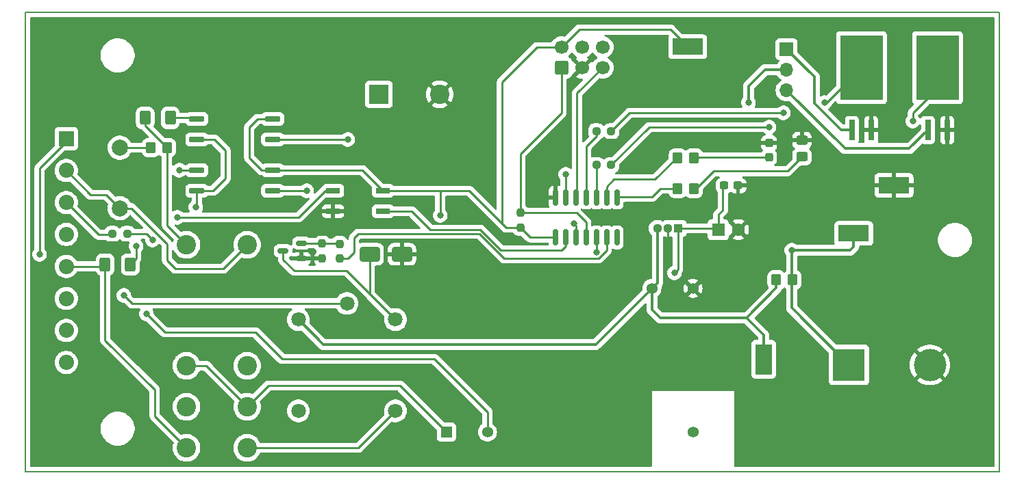
<source format=gtl>
%TF.GenerationSoftware,KiCad,Pcbnew,7.0.0-1.fc36*%
%TF.CreationDate,2023-03-17T18:55:38-05:00*%
%TF.ProjectId,2275Mod,32323735-4d6f-4642-9e6b-696361645f70,rev?*%
%TF.SameCoordinates,Original*%
%TF.FileFunction,Copper,L1,Top*%
%TF.FilePolarity,Positive*%
%FSLAX46Y46*%
G04 Gerber Fmt 4.6, Leading zero omitted, Abs format (unit mm)*
G04 Created by KiCad (PCBNEW 7.0.0-1.fc36) date 2023-03-17 18:55:38*
%MOMM*%
%LPD*%
G01*
G04 APERTURE LIST*
G04 Aperture macros list*
%AMRoundRect*
0 Rectangle with rounded corners*
0 $1 Rounding radius*
0 $2 $3 $4 $5 $6 $7 $8 $9 X,Y pos of 4 corners*
0 Add a 4 corners polygon primitive as box body*
4,1,4,$2,$3,$4,$5,$6,$7,$8,$9,$2,$3,0*
0 Add four circle primitives for the rounded corners*
1,1,$1+$1,$2,$3*
1,1,$1+$1,$4,$5*
1,1,$1+$1,$6,$7*
1,1,$1+$1,$8,$9*
0 Add four rect primitives between the rounded corners*
20,1,$1+$1,$2,$3,$4,$5,0*
20,1,$1+$1,$4,$5,$6,$7,0*
20,1,$1+$1,$6,$7,$8,$9,0*
20,1,$1+$1,$8,$9,$2,$3,0*%
G04 Aperture macros list end*
%TA.AperFunction,NonConductor*%
%ADD10C,0.200000*%
%TD*%
%TA.AperFunction,SMDPad,CuDef*%
%ADD11RoundRect,0.250000X-0.350000X-0.450000X0.350000X-0.450000X0.350000X0.450000X-0.350000X0.450000X0*%
%TD*%
%TA.AperFunction,SMDPad,CuDef*%
%ADD12RoundRect,0.250000X0.350000X0.450000X-0.350000X0.450000X-0.350000X-0.450000X0.350000X-0.450000X0*%
%TD*%
%TA.AperFunction,ComponentPad*%
%ADD13R,2.400000X2.400000*%
%TD*%
%TA.AperFunction,ComponentPad*%
%ADD14C,2.400000*%
%TD*%
%TA.AperFunction,ComponentPad*%
%ADD15R,1.600000X1.600000*%
%TD*%
%TA.AperFunction,ComponentPad*%
%ADD16C,1.600000*%
%TD*%
%TA.AperFunction,SMDPad,CuDef*%
%ADD17RoundRect,0.237500X-0.250000X-0.237500X0.250000X-0.237500X0.250000X0.237500X-0.250000X0.237500X0*%
%TD*%
%TA.AperFunction,ComponentPad*%
%ADD18R,1.700000X1.700000*%
%TD*%
%TA.AperFunction,ComponentPad*%
%ADD19O,1.700000X1.700000*%
%TD*%
%TA.AperFunction,SMDPad,CuDef*%
%ADD20RoundRect,0.150000X0.512500X0.150000X-0.512500X0.150000X-0.512500X-0.150000X0.512500X-0.150000X0*%
%TD*%
%TA.AperFunction,ComponentPad*%
%ADD21R,1.358000X1.358000*%
%TD*%
%TA.AperFunction,ComponentPad*%
%ADD22C,1.358000*%
%TD*%
%TA.AperFunction,SMDPad,CuDef*%
%ADD23RoundRect,0.250000X-0.450000X0.325000X-0.450000X-0.325000X0.450000X-0.325000X0.450000X0.325000X0*%
%TD*%
%TA.AperFunction,SMDPad,CuDef*%
%ADD24RoundRect,0.237500X-0.237500X0.250000X-0.237500X-0.250000X0.237500X-0.250000X0.237500X0.250000X0*%
%TD*%
%TA.AperFunction,SMDPad,CuDef*%
%ADD25R,3.800000X2.030000*%
%TD*%
%TA.AperFunction,SMDPad,CuDef*%
%ADD26R,2.030000X3.800000*%
%TD*%
%TA.AperFunction,ComponentPad*%
%ADD27R,4.000000X4.000000*%
%TD*%
%TA.AperFunction,ComponentPad*%
%ADD28C,4.000000*%
%TD*%
%TA.AperFunction,SMDPad,CuDef*%
%ADD29R,0.711200X2.514600*%
%TD*%
%TA.AperFunction,SMDPad,CuDef*%
%ADD30R,5.308600X8.026400*%
%TD*%
%TA.AperFunction,SMDPad,CuDef*%
%ADD31R,1.725000X0.650000*%
%TD*%
%TA.AperFunction,SMDPad,CuDef*%
%ADD32RoundRect,0.250000X-0.400000X-0.625000X0.400000X-0.625000X0.400000X0.625000X-0.400000X0.625000X0*%
%TD*%
%TA.AperFunction,SMDPad,CuDef*%
%ADD33RoundRect,0.237500X-0.300000X-0.237500X0.300000X-0.237500X0.300000X0.237500X-0.300000X0.237500X0*%
%TD*%
%TA.AperFunction,SMDPad,CuDef*%
%ADD34RoundRect,0.032000X-0.888000X-0.288000X0.888000X-0.288000X0.888000X0.288000X-0.888000X0.288000X0*%
%TD*%
%TA.AperFunction,ComponentPad*%
%ADD35R,1.120000X1.120000*%
%TD*%
%TA.AperFunction,ComponentPad*%
%ADD36C,1.120000*%
%TD*%
%TA.AperFunction,SMDPad,CuDef*%
%ADD37RoundRect,0.150000X0.150000X-0.825000X0.150000X0.825000X-0.150000X0.825000X-0.150000X-0.825000X0*%
%TD*%
%TA.AperFunction,ComponentPad*%
%ADD38RoundRect,0.250000X0.600000X-0.600000X0.600000X0.600000X-0.600000X0.600000X-0.600000X-0.600000X0*%
%TD*%
%TA.AperFunction,ComponentPad*%
%ADD39C,1.700000*%
%TD*%
%TA.AperFunction,SMDPad,CuDef*%
%ADD40RoundRect,0.250000X-1.000000X-0.650000X1.000000X-0.650000X1.000000X0.650000X-1.000000X0.650000X0*%
%TD*%
%TA.AperFunction,ComponentPad*%
%ADD41C,1.808000*%
%TD*%
%TA.AperFunction,ComponentPad*%
%ADD42C,2.000000*%
%TD*%
%TA.AperFunction,ComponentPad*%
%ADD43R,1.874000X1.874000*%
%TD*%
%TA.AperFunction,ComponentPad*%
%ADD44C,1.874000*%
%TD*%
%TA.AperFunction,SMDPad,CuDef*%
%ADD45RoundRect,0.237500X-0.237500X0.287500X-0.237500X-0.287500X0.237500X-0.287500X0.237500X0.287500X0*%
%TD*%
%TA.AperFunction,ViaPad*%
%ADD46C,0.800000*%
%TD*%
%TA.AperFunction,Conductor*%
%ADD47C,0.250000*%
%TD*%
%TA.AperFunction,Conductor*%
%ADD48C,0.350000*%
%TD*%
G04 APERTURE END LIST*
D10*
X102108000Y-71120000D02*
X222504000Y-71120000D01*
X222504000Y-71120000D02*
X222504000Y-128016000D01*
X222504000Y-128016000D02*
X102108000Y-128016000D01*
X102108000Y-128016000D02*
X102108000Y-71120000D01*
D11*
%TO.P,R202,1*%
%TO.N,Net-(U200-RC1)*%
X182769000Y-89154000D03*
%TO.P,R202,2*%
%TO.N,Net-(D200-A)*%
X184769000Y-89154000D03*
%TD*%
D12*
%TO.P,R204,1*%
%TO.N,Net-(D201-A)*%
X184769000Y-92964000D03*
%TO.P,R204,2*%
%TO.N,Net-(U200-RC2)*%
X182769000Y-92964000D03*
%TD*%
D13*
%TO.P,C2,1*%
%TO.N,+24V*%
X145839245Y-81279999D03*
D14*
%TO.P,C2,2*%
%TO.N,GND*%
X153339246Y-81280000D03*
%TD*%
D15*
%TO.P,C3,1*%
%TO.N,+5V*%
X187770887Y-98043999D03*
D16*
%TO.P,C3,2*%
%TO.N,GND*%
X190270888Y-98044000D03*
%TD*%
D17*
%TO.P,R201,1*%
%TO.N,Net-(U200-RC0)*%
X172720000Y-90043000D03*
%TO.P,R201,2*%
%TO.N,Net-(Q201-B)*%
X174545000Y-90043000D03*
%TD*%
D12*
%TO.P,R1,1*%
%TO.N,/UTIL*%
X119634000Y-87884000D03*
%TO.P,R1,2*%
%TO.N,Net-(C1-Pad1)*%
X117634000Y-87884000D03*
%TD*%
D18*
%TO.P,J201,1,Pin_1*%
%TO.N,/MCU/Close*%
X196214999Y-75691999D03*
D19*
%TO.P,J201,2,Pin_2*%
%TO.N,/MCU/BLP*%
X196214999Y-78231999D03*
%TO.P,J201,3,Pin_3*%
%TO.N,/MCU/Open*%
X196214999Y-80771999D03*
%TD*%
D20*
%TO.P,q1,1,E*%
%TO.N,GND*%
X136271000Y-101600000D03*
%TO.P,q1,2,B*%
%TO.N,Net-(q1-B)*%
X136271000Y-99700000D03*
%TO.P,q1,3,C*%
%TO.N,Net-(D1-K)*%
X133996000Y-100650000D03*
%TD*%
D21*
%TO.P,PS1,1,VAC_IN(L)*%
%TO.N,Net-(PS1-VAC_IN(L))*%
X154167499Y-123104499D03*
D22*
%TO.P,PS1,2,VAC_IN(N)*%
%TO.N,Earth*%
X159247500Y-123104500D03*
%TO.P,PS1,3,NC*%
%TO.N,unconnected-(PS1-NC-Pad3)*%
X184647500Y-123104500D03*
%TO.P,PS1,4,-VOUT*%
%TO.N,GND*%
X184647500Y-105324500D03*
%TO.P,PS1,5,+VOUT*%
%TO.N,+24V*%
X179567500Y-105324500D03*
%TD*%
D23*
%TO.P,D201,1,K*%
%TO.N,GND*%
X198120000Y-86977000D03*
%TO.P,D201,2,A*%
%TO.N,Net-(D201-A)*%
X198120000Y-89027000D03*
%TD*%
D14*
%TO.P,K1,1,1*%
%TO.N,/UTIL*%
X122047000Y-99917000D03*
%TO.P,K1,2,2*%
%TO.N,/L2*%
X129540000Y-99917000D03*
%TO.P,K1,3,3*%
%TO.N,unconnected-(K1-Pad3)*%
X129540000Y-114903000D03*
%TO.P,K1,4,4*%
%TO.N,Net-(PS1-VAC_IN(L))*%
X129540000Y-119983000D03*
%TO.P,K1,5,5*%
%TO.N,/UTIL*%
X129540000Y-125063000D03*
%TO.P,K1,6,6*%
%TO.N,Net-(PS1-VAC_IN(L))*%
X122047000Y-114903000D03*
%TO.P,K1,7,7*%
%TO.N,unconnected-(K1-Pad7)*%
X122047000Y-119983000D03*
%TO.P,K1,8,8*%
%TO.N,/G_L1*%
X122047000Y-125063000D03*
%TD*%
D24*
%TO.P,R5,1*%
%TO.N,Net-(q1-B)*%
X138811000Y-99775000D03*
%TO.P,R5,2*%
%TO.N,GND*%
X138811000Y-101600000D03*
%TD*%
%TO.P,R6,1*%
%TO.N,Net-(q1-B)*%
X140970000Y-99798500D03*
%TO.P,R6,2*%
%TO.N,TEST_ON*%
X140970000Y-101623500D03*
%TD*%
D17*
%TO.P,R2,1*%
%TO.N,TEST*%
X112879500Y-98552000D03*
%TO.P,R2,2*%
%TO.N,Net-(IC1-ANODE)*%
X114704500Y-98552000D03*
%TD*%
D25*
%TO.P,TP3,TP*%
%TO.N,GND*%
X209499199Y-92557599D03*
%TD*%
D26*
%TO.P,TP1,TP*%
%TO.N,+24V*%
X193395599Y-114096799D03*
%TD*%
D27*
%TO.P,C201,1*%
%TO.N,/MCU/BLP*%
X203928629Y-114807999D03*
D28*
%TO.P,C201,2*%
%TO.N,GND*%
X213928630Y-114808000D03*
%TD*%
D29*
%TO.P,Q201,1,C*%
%TO.N,/MCU/Open*%
X213683999Y-85712299D03*
D30*
%TO.P,Q201,2,B*%
%TO.N,Net-(Q201-B)*%
X214883999Y-77977999D03*
D29*
%TO.P,Q201,3,E*%
%TO.N,GND*%
X216083999Y-85712299D03*
%TD*%
D31*
%TO.P,IC1,1,ANODE*%
%TO.N,Net-(IC1-ANODE)*%
X140167999Y-93217999D03*
%TO.P,IC1,2,CATHODE*%
%TO.N,GND*%
X140167999Y-95757999D03*
%TO.P,IC1,3,EMITTER*%
%TO.N,TESTING*%
X146343999Y-95757999D03*
%TO.P,IC1,4,COLLECTOR*%
%TO.N,+5V*%
X146343999Y-93217999D03*
%TD*%
D32*
%TO.P,R3,1*%
%TO.N,/UTIL*%
X116941000Y-84201000D03*
%TO.P,R3,2*%
%TO.N,Net-(R3-Pad2)*%
X120041000Y-84201000D03*
%TD*%
D11*
%TO.P,R205,1*%
%TO.N,+24V*%
X194961000Y-104267000D03*
%TO.P,R205,2*%
%TO.N,/MCU/BLP*%
X196961000Y-104267000D03*
%TD*%
D33*
%TO.P,C200,1*%
%TO.N,+5V*%
X188494500Y-92583000D03*
%TO.P,C200,2*%
%TO.N,GND*%
X190219500Y-92583000D03*
%TD*%
D25*
%TO.P,TP4,TP*%
%TO.N,/MCU/BLP*%
X204520799Y-98501199D03*
%TD*%
D34*
%TO.P,U2,1,1*%
%TO.N,Net-(R3-Pad2)*%
X123331000Y-84328000D03*
%TO.P,U2,2,2*%
%TO.N,Earth*%
X123331000Y-86868000D03*
%TO.P,U2,3,3*%
%TO.N,UTIL_sig*%
X132701000Y-86868000D03*
%TO.P,U2,4,4*%
%TO.N,+5V*%
X132701000Y-84328000D03*
%TD*%
%TO.P,U3,1,1*%
%TO.N,Net-(R4-Pad2)*%
X123331000Y-90678000D03*
%TO.P,U3,2,2*%
%TO.N,Earth*%
X123331000Y-93218000D03*
%TO.P,U3,3,3*%
%TO.N,GEN_sig*%
X132701000Y-93218000D03*
%TO.P,U3,4,4*%
%TO.N,+5V*%
X132701000Y-90678000D03*
%TD*%
D35*
%TO.P,U1,1,OUT*%
%TO.N,+5V*%
X182796249Y-97885499D03*
D36*
%TO.P,U1,2,GND*%
%TO.N,GND*%
X181526250Y-97885500D03*
%TO.P,U1,3,IN*%
%TO.N,+24V*%
X180256250Y-97885500D03*
%TD*%
D17*
%TO.P,R200,1*%
%TO.N,Net-(U200-RA2)*%
X172720000Y-85852000D03*
%TO.P,R200,2*%
%TO.N,Net-(Q200-B)*%
X174545000Y-85852000D03*
%TD*%
D37*
%TO.P,U200,1,VDD*%
%TO.N,+5V*%
X167640000Y-98995000D03*
%TO.P,U200,2,RA5*%
%TO.N,TESTING*%
X168910000Y-98995000D03*
%TO.P,U200,3,RA4*%
%TO.N,UTIL_sig*%
X170180000Y-98995000D03*
%TO.P,U200,4,\u002AMCLR/VPP/RA3*%
%TO.N,/MCU/MCLR*%
X171450000Y-98995000D03*
%TO.P,U200,5,RC5*%
%TO.N,GEN_sig*%
X172720000Y-98995000D03*
%TO.P,U200,6,RC4*%
%TO.N,TEST_ON*%
X173990000Y-98995000D03*
%TO.P,U200,7,RC3*%
%TO.N,unconnected-(U200-RC3-Pad7)*%
X175260000Y-98995000D03*
%TO.P,U200,8,RC2*%
%TO.N,Net-(U200-RC2)*%
X175260000Y-94045000D03*
%TO.P,U200,9,RC1*%
%TO.N,Net-(U200-RC1)*%
X173990000Y-94045000D03*
%TO.P,U200,10,RC0*%
%TO.N,Net-(U200-RC0)*%
X172720000Y-94045000D03*
%TO.P,U200,11,RA2*%
%TO.N,Net-(U200-RA2)*%
X171450000Y-94045000D03*
%TO.P,U200,12,RA1/ICSPCLK*%
%TO.N,/MCU/CLK*%
X170180000Y-94045000D03*
%TO.P,U200,13,RA0/ICSPDAT*%
%TO.N,/MCU/DAT*%
X168910000Y-94045000D03*
%TO.P,U200,14,VSS*%
%TO.N,GND*%
X167640000Y-94045000D03*
%TD*%
D29*
%TO.P,Q200,1,C*%
%TO.N,/MCU/Close*%
X204285999Y-85712299D03*
D30*
%TO.P,Q200,2,B*%
%TO.N,Net-(Q200-B)*%
X205485999Y-77977999D03*
D29*
%TO.P,Q200,3,E*%
%TO.N,GND*%
X206685999Y-85712299D03*
%TD*%
D38*
%TO.P,J200,1,~{MCLR}/VPP*%
%TO.N,/MCU/MCLR*%
X168402000Y-77978000D03*
D39*
%TO.P,J200,2,VDD*%
%TO.N,+5V*%
X168402000Y-75438000D03*
%TO.P,J200,3,VSS*%
%TO.N,GND*%
X170942000Y-77978000D03*
%TO.P,J200,4,PGD/ICSPDAT*%
%TO.N,/MCU/DAT*%
X170942000Y-75438000D03*
%TO.P,J200,5,PGC/ICSPCLK*%
%TO.N,/MCU/CLK*%
X173482000Y-77978000D03*
%TO.P,J200,6,PGM/LVP*%
%TO.N,unconnected-(J200-PGM{slash}LVP-Pad6)*%
X173482000Y-75438000D03*
%TD*%
D40*
%TO.P,D1,1,K*%
%TO.N,Net-(D1-K)*%
X144685000Y-101092000D03*
%TO.P,D1,2,A*%
%TO.N,GND*%
X148685000Y-101092000D03*
%TD*%
D41*
%TO.P,K2,1,1*%
%TO.N,/L1*%
X141876500Y-107177602D03*
%TO.P,K2,2,2*%
%TO.N,+24V*%
X135876501Y-109177604D03*
%TO.P,K2,3,3*%
%TO.N,unconnected-(K2-Pad3)*%
X135876501Y-120477599D03*
%TO.P,K2,4,4*%
%TO.N,/UTIL*%
X147876499Y-120477599D03*
%TO.P,K2,5,5*%
%TO.N,Net-(D1-K)*%
X147876499Y-109177604D03*
%TD*%
D24*
%TO.P,R203,1*%
%TO.N,/MCU/MCLR*%
X163322000Y-95965000D03*
%TO.P,R203,2*%
%TO.N,+5V*%
X163322000Y-97790000D03*
%TD*%
D42*
%TO.P,C1,1*%
%TO.N,Net-(C1-Pad1)*%
X113792000Y-87884000D03*
%TO.P,C1,2*%
%TO.N,/L2*%
X113792000Y-95384000D03*
%TD*%
D32*
%TO.P,R4,1*%
%TO.N,/G_L1*%
X111988000Y-102362000D03*
%TO.P,R4,2*%
%TO.N,Net-(R4-Pad2)*%
X115088000Y-102362000D03*
%TD*%
D25*
%TO.P,TP2,TP*%
%TO.N,+5V*%
X183997599Y-75387199D03*
%TD*%
D43*
%TO.P,J1,1,1*%
%TO.N,/L1*%
X107185999Y-86757499D03*
D44*
%TO.P,J1,2,2*%
%TO.N,/L2*%
X107186000Y-90717500D03*
%TO.P,J1,3,3*%
%TO.N,TEST*%
X107186000Y-94677500D03*
%TO.P,J1,4,4*%
%TO.N,+24V*%
X107186000Y-98637500D03*
%TO.P,J1,5,5*%
%TO.N,/G_L1*%
X107186000Y-102597500D03*
%TO.P,J1,6,6*%
%TO.N,unconnected-(J1-Pad6)*%
X107186000Y-106557500D03*
%TO.P,J1,7,7*%
%TO.N,unconnected-(J1-Pad7)*%
X107186000Y-110517500D03*
%TO.P,J1,8,8*%
%TO.N,Earth*%
X107186000Y-114477500D03*
%TD*%
D45*
%TO.P,D200,1,K*%
%TO.N,GND*%
X194056000Y-87327000D03*
%TO.P,D200,2,A*%
%TO.N,Net-(D200-A)*%
X194056000Y-89077000D03*
%TD*%
D46*
%TO.N,/L1*%
X103886000Y-101092000D03*
X114300000Y-106172000D03*
%TO.N,Earth*%
X117094000Y-108458000D03*
X123190000Y-95250000D03*
%TO.N,GND*%
X137668000Y-100838000D03*
X183794400Y-80111600D03*
X133400800Y-76098400D03*
X106019600Y-119989600D03*
X200152000Y-93370400D03*
X181610000Y-101600000D03*
X168910000Y-118364000D03*
X106172000Y-77622400D03*
X129997200Y-104190800D03*
X122174000Y-75895200D03*
X219608400Y-89611200D03*
X157784800Y-106984800D03*
%TO.N,+5V*%
X153416000Y-96266000D03*
X182372000Y-103378000D03*
%TO.N,/MCU/DAT*%
X168910000Y-91186000D03*
%TO.N,/MCU/BLP*%
X191516000Y-82296000D03*
X196850000Y-100584000D03*
%TO.N,Net-(IC1-ANODE)*%
X120899701Y-96515701D03*
X117856000Y-99314000D03*
%TO.N,Net-(Q200-B)*%
X200914000Y-82296000D03*
X195834000Y-83566000D03*
%TO.N,Net-(Q201-B)*%
X194056000Y-85344000D03*
X211836000Y-84582000D03*
%TO.N,Net-(R4-Pad2)*%
X121158000Y-90678000D03*
X115824000Y-100076000D03*
%TO.N,UTIL_sig*%
X141986000Y-86868000D03*
X169926000Y-97282000D03*
%TO.N,GEN_sig*%
X136906000Y-93218000D03*
X172715701Y-100833701D03*
%TD*%
D47*
%TO.N,/L1*%
X103886000Y-101092000D02*
X103886000Y-90424000D01*
X141876500Y-107177602D02*
X115305602Y-107177602D01*
X103886000Y-90424000D02*
X107186000Y-87124000D01*
X107186000Y-87124000D02*
X107186000Y-86757500D01*
X115305602Y-107177602D02*
X114300000Y-106172000D01*
%TO.N,Net-(C1-Pad1)*%
X113792000Y-87884000D02*
X117634000Y-87884000D01*
D48*
%TO.N,+24V*%
X135876501Y-109177604D02*
X138966897Y-112268000D01*
X180256250Y-97885500D02*
X180256250Y-104635750D01*
X194961000Y-105267000D02*
X194961000Y-104267000D01*
X179567500Y-107939500D02*
X180594000Y-108966000D01*
X172624000Y-112268000D02*
X179567500Y-105324500D01*
X138966897Y-112268000D02*
X172624000Y-112268000D01*
X193395600Y-114096800D02*
X193395600Y-111099600D01*
X180594000Y-108966000D02*
X191262000Y-108966000D01*
X191262000Y-108966000D02*
X194961000Y-105267000D01*
X193395600Y-111099600D02*
X191262000Y-108966000D01*
X180256250Y-104635750D02*
X179567500Y-105324500D01*
X179567500Y-105324500D02*
X179567500Y-107939500D01*
D47*
%TO.N,/G_L1*%
X111988000Y-111734000D02*
X111988000Y-102362000D01*
X111752500Y-102597500D02*
X111988000Y-102362000D01*
X107186000Y-102597500D02*
X111752500Y-102597500D01*
X122047000Y-125063000D02*
X118110000Y-121126000D01*
X118110000Y-121126000D02*
X118110000Y-117856000D01*
X118110000Y-117856000D02*
X111988000Y-111734000D01*
%TO.N,Earth*%
X126873000Y-88265000D02*
X126873000Y-91694000D01*
X130556000Y-110744000D02*
X119380000Y-110744000D01*
X123331000Y-95109000D02*
X123190000Y-95250000D01*
X159247500Y-123104500D02*
X159247500Y-120639500D01*
X152654000Y-114046000D02*
X133858000Y-114046000D01*
X125349000Y-93218000D02*
X123331000Y-93218000D01*
X126873000Y-91694000D02*
X125349000Y-93218000D01*
X119380000Y-110744000D02*
X117094000Y-108458000D01*
X125476000Y-86868000D02*
X126873000Y-88265000D01*
X133858000Y-114046000D02*
X130556000Y-110744000D01*
X123331000Y-93218000D02*
X123331000Y-95109000D01*
X159247500Y-120639500D02*
X152654000Y-114046000D01*
X123331000Y-86868000D02*
X125476000Y-86868000D01*
%TO.N,/MCU/MCLR*%
X163322000Y-88646000D02*
X163322000Y-95965000D01*
X171450000Y-98995000D02*
X171450000Y-97155000D01*
X170260000Y-95965000D02*
X163322000Y-95965000D01*
X171450000Y-97155000D02*
X170260000Y-95965000D01*
X168402000Y-77978000D02*
X168402000Y-83566000D01*
X168402000Y-83566000D02*
X163322000Y-88646000D01*
%TO.N,GND*%
X181526250Y-101516250D02*
X181610000Y-101600000D01*
X138811000Y-101600000D02*
X138430000Y-101600000D01*
X181526250Y-97885500D02*
X181526250Y-101516250D01*
%TO.N,Net-(D1-K)*%
X135382000Y-103124000D02*
X141822896Y-103124000D01*
X133996000Y-101738000D02*
X135382000Y-103124000D01*
X141822896Y-103124000D02*
X144825448Y-106126552D01*
X144825448Y-106126552D02*
X144685000Y-105986105D01*
X144685000Y-105986105D02*
X144685000Y-101092000D01*
X147876499Y-109177604D02*
X144825448Y-106126552D01*
X133996000Y-100650000D02*
X133996000Y-101738000D01*
%TO.N,+5V*%
X163322000Y-97790000D02*
X161544000Y-97790000D01*
X187770888Y-96201112D02*
X188341000Y-95631000D01*
X188341000Y-95631000D02*
X188341000Y-92736500D01*
X182796250Y-97885500D02*
X182796250Y-102953750D01*
X132701000Y-84328000D02*
X130810000Y-84328000D01*
X182796250Y-102953750D02*
X182372000Y-103378000D01*
X153416000Y-96266000D02*
X153416000Y-93218000D01*
X188341000Y-92736500D02*
X188494500Y-92583000D01*
X153416000Y-93218000D02*
X156972000Y-93218000D01*
X170586400Y-73253600D02*
X181864000Y-73253600D01*
X182796250Y-97885500D02*
X187612388Y-97885500D01*
X146344000Y-93218000D02*
X153416000Y-93218000D01*
X165354000Y-75438000D02*
X168402000Y-75438000D01*
X164527000Y-98995000D02*
X163322000Y-97790000D01*
X131318000Y-90678000D02*
X132701000Y-90678000D01*
X161036000Y-97282000D02*
X161036000Y-79756000D01*
X161036000Y-79756000D02*
X165354000Y-75438000D01*
X130810000Y-84328000D02*
X129794000Y-85344000D01*
X161544000Y-97790000D02*
X161036000Y-97282000D01*
X132701000Y-90678000D02*
X143804000Y-90678000D01*
X187612388Y-97885500D02*
X187770888Y-98044000D01*
X181864000Y-73253600D02*
X183997600Y-75387200D01*
X129794000Y-89154000D02*
X131318000Y-90678000D01*
X167640000Y-98995000D02*
X164527000Y-98995000D01*
X129794000Y-85344000D02*
X129794000Y-89154000D01*
X143804000Y-90678000D02*
X146344000Y-93218000D01*
X168402000Y-75438000D02*
X170586400Y-73253600D01*
X187770888Y-98044000D02*
X187770888Y-96201112D01*
X156972000Y-93218000D02*
X161544000Y-97790000D01*
%TO.N,/MCU/DAT*%
X168910000Y-91186000D02*
X168910000Y-94045000D01*
%TO.N,/MCU/CLK*%
X170307000Y-93918000D02*
X170180000Y-94045000D01*
X170307000Y-81153000D02*
X170307000Y-93918000D01*
X173482000Y-77978000D02*
X170307000Y-81153000D01*
%TO.N,Net-(D200-A)*%
X185354000Y-89077000D02*
X184769000Y-89662000D01*
X194056000Y-89077000D02*
X185354000Y-89077000D01*
%TO.N,Net-(D201-A)*%
X185039000Y-92964000D02*
X187198000Y-90805000D01*
X187198000Y-90805000D02*
X196342000Y-90805000D01*
X184769000Y-92964000D02*
X185039000Y-92964000D01*
X196342000Y-90805000D02*
X198120000Y-89027000D01*
%TO.N,TEST*%
X107186000Y-94677500D02*
X111187500Y-98679000D01*
X111187500Y-98679000D02*
X112752500Y-98679000D01*
X112752500Y-98679000D02*
X112879500Y-98552000D01*
%TO.N,/L2*%
X110194500Y-93726000D02*
X112134000Y-93726000D01*
X112134000Y-93726000D02*
X113792000Y-95384000D01*
X115206213Y-95384000D02*
X119634000Y-99811787D01*
X107186000Y-90717500D02*
X110194500Y-93726000D01*
X119634000Y-101854000D02*
X120650000Y-102870000D01*
X113792000Y-95384000D02*
X115206213Y-95384000D01*
X126587000Y-102870000D02*
X129540000Y-99917000D01*
X119634000Y-99811787D02*
X119634000Y-101854000D01*
X120650000Y-102870000D02*
X126587000Y-102870000D01*
D48*
%TO.N,/MCU/BLP*%
X204520800Y-100126800D02*
X204520800Y-98501200D01*
X196850000Y-100584000D02*
X196850000Y-104156000D01*
X204063600Y-100584000D02*
X204520800Y-100126800D01*
X196215000Y-78232000D02*
X193548000Y-78232000D01*
X203928630Y-114808000D02*
X196850000Y-107729370D01*
X196850000Y-100584000D02*
X204063600Y-100584000D01*
X196850000Y-107729370D02*
X196850000Y-104378000D01*
X191516000Y-80264000D02*
X191516000Y-82296000D01*
D47*
X196850000Y-104378000D02*
X196961000Y-104267000D01*
D48*
X193548000Y-78232000D02*
X191516000Y-80264000D01*
D47*
X196850000Y-104156000D02*
X196961000Y-104267000D01*
%TO.N,Net-(IC1-ANODE)*%
X139192000Y-93218000D02*
X135890000Y-96520000D01*
X117856000Y-99314000D02*
X117094000Y-98552000D01*
X140168000Y-93218000D02*
X139192000Y-93218000D01*
X135890000Y-96520000D02*
X120904000Y-96520000D01*
X117094000Y-98552000D02*
X114704500Y-98552000D01*
X120904000Y-96520000D02*
X120899701Y-96515701D01*
D48*
%TO.N,/MCU/Close*%
X196215000Y-75692000D02*
X199644000Y-79121000D01*
X202933300Y-85712300D02*
X204286000Y-85712300D01*
X199644000Y-82423000D02*
X202933300Y-85712300D01*
X199644000Y-79121000D02*
X199644000Y-82423000D01*
%TO.N,/MCU/Open*%
X196215000Y-80772000D02*
X203454000Y-88011000D01*
X203454000Y-88011000D02*
X211385300Y-88011000D01*
X211385300Y-88011000D02*
X213684000Y-85712300D01*
D47*
%TO.N,TESTING*%
X168402000Y-100584000D02*
X168910000Y-100076000D01*
X168910000Y-100076000D02*
X168910000Y-98995000D01*
X152146000Y-98044000D02*
X158370396Y-98044000D01*
X146344000Y-95758000D02*
X149860000Y-95758000D01*
X158370396Y-98044000D02*
X160910396Y-100584000D01*
X149860000Y-95758000D02*
X152146000Y-98044000D01*
X160910396Y-100584000D02*
X168402000Y-100584000D01*
%TO.N,Net-(PS1-VAC_IN(L))*%
X122047000Y-114903000D02*
X124460000Y-114903000D01*
X124460000Y-114903000D02*
X129540000Y-119983000D01*
X132175000Y-117348000D02*
X148411000Y-117348000D01*
X148411000Y-117348000D02*
X154167500Y-123104500D01*
X129540000Y-119983000D02*
X132175000Y-117348000D01*
%TO.N,/UTIL*%
X143291098Y-125063000D02*
X147876499Y-120477599D01*
X119634000Y-87884000D02*
X119634000Y-97504000D01*
X119634000Y-87884000D02*
X116941000Y-85191000D01*
X119634000Y-97504000D02*
X122047000Y-99917000D01*
X129540000Y-125063000D02*
X143291098Y-125063000D01*
X116941000Y-85191000D02*
X116941000Y-84201000D01*
%TO.N,Net-(q1-B)*%
X138811000Y-99775000D02*
X140946500Y-99775000D01*
X136271000Y-99700000D02*
X138736000Y-99700000D01*
X140946500Y-99775000D02*
X140970000Y-99798500D01*
X138736000Y-99700000D02*
X138811000Y-99775000D01*
%TO.N,Net-(Q200-B)*%
X176831000Y-83566000D02*
X174545000Y-85852000D01*
X195834000Y-83566000D02*
X176831000Y-83566000D01*
X200914000Y-82296000D02*
X201168000Y-82296000D01*
X201168000Y-82296000D02*
X205486000Y-77978000D01*
%TO.N,Net-(Q201-B)*%
X211836000Y-84582000D02*
X211836000Y-83566000D01*
X194056000Y-85344000D02*
X179244000Y-85344000D01*
X211836000Y-83566000D02*
X214884000Y-80518000D01*
X179244000Y-85344000D02*
X174545000Y-90043000D01*
X214884000Y-80518000D02*
X214884000Y-77978000D01*
%TO.N,Net-(R3-Pad2)*%
X123204000Y-84201000D02*
X123331000Y-84328000D01*
X120041000Y-84201000D02*
X123204000Y-84201000D01*
%TO.N,Net-(R4-Pad2)*%
X115824000Y-100076000D02*
X115824000Y-101626000D01*
X123331000Y-90678000D02*
X121158000Y-90678000D01*
X115824000Y-101626000D02*
X115088000Y-102362000D01*
%TO.N,TEST_ON*%
X173990000Y-100584000D02*
X173990000Y-98995000D01*
X142748000Y-99060000D02*
X143256000Y-98552000D01*
X143256000Y-98552000D02*
X158242000Y-98552000D01*
X141962500Y-101623500D02*
X142748000Y-100838000D01*
X158242000Y-98552000D02*
X161290000Y-101600000D01*
X142748000Y-100838000D02*
X142748000Y-99060000D01*
X161290000Y-101600000D02*
X172974000Y-101600000D01*
X140970000Y-101623500D02*
X141962500Y-101623500D01*
X172974000Y-101600000D02*
X173990000Y-100584000D01*
%TO.N,Net-(U200-RA2)*%
X172720000Y-86487000D02*
X171450000Y-87757000D01*
X172720000Y-85852000D02*
X172720000Y-86487000D01*
X171450000Y-87757000D02*
X171450000Y-94045000D01*
%TO.N,Net-(U200-RC0)*%
X172720000Y-90043000D02*
X172720000Y-94045000D01*
%TO.N,Net-(U200-RC1)*%
X182626000Y-89154000D02*
X179959000Y-91821000D01*
X174879000Y-91821000D02*
X173990000Y-92710000D01*
X179959000Y-91821000D02*
X174879000Y-91821000D01*
X173990000Y-92710000D02*
X173990000Y-94045000D01*
X182769000Y-89154000D02*
X182626000Y-89154000D01*
%TO.N,Net-(U200-RC2)*%
X179578000Y-93980000D02*
X175325000Y-93980000D01*
X175325000Y-93980000D02*
X175260000Y-94045000D01*
X180594000Y-92964000D02*
X179578000Y-93980000D01*
X182769000Y-92964000D02*
X180594000Y-92964000D01*
%TO.N,UTIL_sig*%
X170180000Y-97536000D02*
X169926000Y-97282000D01*
X170180000Y-98995000D02*
X170180000Y-97536000D01*
X141986000Y-86868000D02*
X132701000Y-86868000D01*
%TO.N,GEN_sig*%
X132701000Y-93218000D02*
X136906000Y-93218000D01*
X172720000Y-100829402D02*
X172720000Y-98995000D01*
X172715701Y-100833701D02*
X172720000Y-100829402D01*
%TD*%
%TA.AperFunction,Conductor*%
%TO.N,GND*%
G36*
X137882980Y-100341223D02*
G01*
X137928086Y-100384402D01*
X137990660Y-100485850D01*
X137995771Y-100490961D01*
X138104982Y-100600172D01*
X138137076Y-100655759D01*
X138137076Y-100719946D01*
X138104983Y-100775534D01*
X137996161Y-100884356D01*
X137987260Y-100895613D01*
X137904340Y-101030047D01*
X137898274Y-101043055D01*
X137848447Y-101193424D01*
X137845631Y-101206580D01*
X137836319Y-101297723D01*
X137836000Y-101304000D01*
X137836000Y-101333674D01*
X137839450Y-101346549D01*
X137852326Y-101350000D01*
X138937000Y-101350000D01*
X138999000Y-101366613D01*
X139044387Y-101412000D01*
X139061000Y-101474000D01*
X139061000Y-101726000D01*
X139044387Y-101788000D01*
X138999000Y-101833387D01*
X138937000Y-101850000D01*
X137852327Y-101850000D01*
X137839451Y-101853450D01*
X137836001Y-101866326D01*
X137836001Y-101895997D01*
X137836321Y-101902279D01*
X137845630Y-101993412D01*
X137848449Y-102006581D01*
X137898274Y-102156944D01*
X137904340Y-102169952D01*
X137990355Y-102309403D01*
X138008787Y-102371795D01*
X137993095Y-102434931D01*
X137947596Y-102481433D01*
X137884817Y-102498500D01*
X137248033Y-102498500D01*
X137186240Y-102482007D01*
X137140886Y-102436914D01*
X137124035Y-102375217D01*
X137140171Y-102313330D01*
X137174052Y-102278855D01*
X137172176Y-102276436D01*
X137190574Y-102262164D01*
X137295664Y-102157074D01*
X137305155Y-102144838D01*
X137380810Y-102016912D01*
X137386958Y-102002705D01*
X137428192Y-101860776D01*
X137426786Y-101853706D01*
X137413644Y-101850000D01*
X135128356Y-101850000D01*
X135092405Y-101860139D01*
X135027438Y-101860776D01*
X134971066Y-101828475D01*
X134740436Y-101597845D01*
X134709598Y-101546622D01*
X134706315Y-101486922D01*
X134731350Y-101432625D01*
X134769807Y-101403282D01*
X134768898Y-101401744D01*
X134799747Y-101383500D01*
X134910365Y-101318081D01*
X134915884Y-101312561D01*
X134922045Y-101307783D01*
X134923530Y-101309698D01*
X134970029Y-101283343D01*
X135036153Y-101284951D01*
X135092044Y-101320324D01*
X135094356Y-101324915D01*
X135113732Y-101345875D01*
X135128356Y-101350000D01*
X136004674Y-101350000D01*
X136017549Y-101346549D01*
X136021000Y-101333674D01*
X136521000Y-101333674D01*
X136524450Y-101346549D01*
X136537326Y-101350000D01*
X137413644Y-101350000D01*
X137426786Y-101346293D01*
X137428192Y-101339223D01*
X137386958Y-101197294D01*
X137380810Y-101183087D01*
X137305155Y-101055161D01*
X137295664Y-101042925D01*
X137190574Y-100937835D01*
X137178338Y-100928344D01*
X137050412Y-100852689D01*
X137036205Y-100846541D01*
X136892079Y-100804668D01*
X136879673Y-100802402D01*
X136851576Y-100800191D01*
X136846697Y-100800000D01*
X136537326Y-100800000D01*
X136524450Y-100803450D01*
X136521000Y-100816326D01*
X136521000Y-101333674D01*
X136021000Y-101333674D01*
X136021000Y-100816326D01*
X136017549Y-100803450D01*
X136004674Y-100800000D01*
X135695303Y-100800000D01*
X135690423Y-100800191D01*
X135662326Y-100802402D01*
X135649920Y-100804668D01*
X135505794Y-100846541D01*
X135491587Y-100852689D01*
X135363657Y-100928346D01*
X135358999Y-100931960D01*
X135295638Y-100957334D01*
X135228447Y-100945335D01*
X135177785Y-100899598D01*
X135159000Y-100833980D01*
X135159000Y-100466657D01*
X135177785Y-100401038D01*
X135228449Y-100355301D01*
X135295641Y-100343303D01*
X135356052Y-100367498D01*
X135356635Y-100368081D01*
X135498102Y-100451744D01*
X135655931Y-100497598D01*
X135692806Y-100500500D01*
X136846749Y-100500500D01*
X136849194Y-100500500D01*
X136886069Y-100497598D01*
X137043898Y-100451744D01*
X137185365Y-100368081D01*
X137191627Y-100361818D01*
X137193177Y-100360782D01*
X137197045Y-100357783D01*
X137197257Y-100358056D01*
X137231855Y-100334939D01*
X137279308Y-100325500D01*
X137822548Y-100325500D01*
X137882980Y-100341223D01*
G37*
%TD.AperFunction*%
%TA.AperFunction,Conductor*%
G36*
X172269257Y-76084976D02*
G01*
X172313575Y-76123842D01*
X172440395Y-76304961D01*
X172440401Y-76304968D01*
X172443505Y-76309401D01*
X172610599Y-76476495D01*
X172615032Y-76479599D01*
X172615038Y-76479604D01*
X172796158Y-76606425D01*
X172835024Y-76650743D01*
X172849035Y-76708000D01*
X172835024Y-76765257D01*
X172796159Y-76809575D01*
X172615041Y-76936395D01*
X172610599Y-76939505D01*
X172606775Y-76943328D01*
X172606769Y-76943334D01*
X172447334Y-77102769D01*
X172447328Y-77102775D01*
X172443505Y-77106599D01*
X172440403Y-77111028D01*
X172440403Y-77111029D01*
X172313269Y-77292596D01*
X172268951Y-77331462D01*
X172211693Y-77345472D01*
X172154436Y-77331461D01*
X172110118Y-77292595D01*
X172064711Y-77227746D01*
X172056603Y-77220316D01*
X172047324Y-77226227D01*
X170942000Y-78331553D01*
X170190230Y-79083321D01*
X170184316Y-79092604D01*
X170191747Y-79100713D01*
X170259991Y-79148498D01*
X170269323Y-79153886D01*
X170473602Y-79249143D01*
X170483736Y-79252831D01*
X170701446Y-79311166D01*
X170712077Y-79313041D01*
X170936605Y-79332685D01*
X170943360Y-79332685D01*
X170999655Y-79346200D01*
X171043678Y-79383800D01*
X171065833Y-79437287D01*
X171061291Y-79495003D01*
X171031041Y-79544366D01*
X169919696Y-80655711D01*
X169911511Y-80663159D01*
X169905123Y-80667214D01*
X169899788Y-80672894D01*
X169899783Y-80672899D01*
X169859096Y-80716225D01*
X169856392Y-80719016D01*
X169839628Y-80735780D01*
X169839621Y-80735787D01*
X169836880Y-80738529D01*
X169834500Y-80741596D01*
X169834489Y-80741609D01*
X169834400Y-80741725D01*
X169826842Y-80750570D01*
X169802280Y-80776727D01*
X169802273Y-80776736D01*
X169796938Y-80782418D01*
X169793182Y-80789249D01*
X169793179Y-80789254D01*
X169787285Y-80799975D01*
X169776609Y-80816227D01*
X169769109Y-80825896D01*
X169769101Y-80825907D01*
X169764327Y-80832064D01*
X169761234Y-80839208D01*
X169761229Y-80839219D01*
X169746974Y-80872160D01*
X169741838Y-80882643D01*
X169720803Y-80920908D01*
X169718864Y-80928456D01*
X169718863Y-80928461D01*
X169715822Y-80940307D01*
X169709521Y-80958711D01*
X169704658Y-80969948D01*
X169704656Y-80969952D01*
X169701562Y-80977104D01*
X169700342Y-80984803D01*
X169700342Y-80984805D01*
X169694729Y-81020241D01*
X169692361Y-81031676D01*
X169683438Y-81066428D01*
X169683436Y-81066436D01*
X169681500Y-81073981D01*
X169681500Y-81081777D01*
X169681500Y-81094017D01*
X169679974Y-81113402D01*
X169676840Y-81133196D01*
X169677574Y-81140961D01*
X169677574Y-81140964D01*
X169680950Y-81176676D01*
X169681500Y-81188345D01*
X169681500Y-90390085D01*
X169663227Y-90454875D01*
X169613795Y-90500570D01*
X169547771Y-90513703D01*
X169484615Y-90490403D01*
X169367988Y-90405669D01*
X169367987Y-90405668D01*
X169362730Y-90401849D01*
X169350703Y-90396494D01*
X169195745Y-90327501D01*
X169195740Y-90327499D01*
X169189803Y-90324856D01*
X169183444Y-90323504D01*
X169183440Y-90323503D01*
X169011008Y-90286852D01*
X169011005Y-90286851D01*
X169004646Y-90285500D01*
X168815354Y-90285500D01*
X168808995Y-90286851D01*
X168808991Y-90286852D01*
X168636559Y-90323503D01*
X168636552Y-90323505D01*
X168630197Y-90324856D01*
X168624262Y-90327498D01*
X168624254Y-90327501D01*
X168463207Y-90399205D01*
X168463202Y-90399207D01*
X168457270Y-90401849D01*
X168452016Y-90405665D01*
X168452011Y-90405669D01*
X168309388Y-90509290D01*
X168309381Y-90509295D01*
X168304129Y-90513112D01*
X168299784Y-90517937D01*
X168299779Y-90517942D01*
X168181813Y-90648956D01*
X168181808Y-90648962D01*
X168177467Y-90653784D01*
X168174222Y-90659404D01*
X168174218Y-90659410D01*
X168086069Y-90812089D01*
X168086066Y-90812094D01*
X168082821Y-90817716D01*
X168080815Y-90823888D01*
X168080813Y-90823894D01*
X168026333Y-90991564D01*
X168026331Y-90991573D01*
X168024326Y-90997744D01*
X168023648Y-91004194D01*
X168023646Y-91004204D01*
X168009194Y-91141719D01*
X168004540Y-91186000D01*
X168005219Y-91192460D01*
X168023646Y-91367795D01*
X168023647Y-91367803D01*
X168024326Y-91374256D01*
X168026331Y-91380428D01*
X168026333Y-91380435D01*
X168078341Y-91540496D01*
X168082821Y-91554284D01*
X168086068Y-91559908D01*
X168086069Y-91559910D01*
X168153025Y-91675882D01*
X168177467Y-91718216D01*
X168181811Y-91723041D01*
X168181813Y-91723043D01*
X168252650Y-91801715D01*
X168276264Y-91840249D01*
X168284500Y-91884687D01*
X168284500Y-92539889D01*
X168267724Y-92602170D01*
X168221937Y-92647599D01*
X168159526Y-92663885D01*
X168097378Y-92646621D01*
X168056909Y-92622687D01*
X168042705Y-92616541D01*
X167900776Y-92575307D01*
X167893706Y-92576713D01*
X167890000Y-92589856D01*
X167890000Y-94171000D01*
X167873387Y-94233000D01*
X167828000Y-94278387D01*
X167766000Y-94295000D01*
X166856326Y-94295000D01*
X166843450Y-94298450D01*
X166840000Y-94311326D01*
X166840000Y-94933197D01*
X166840191Y-94938076D01*
X166842402Y-94966173D01*
X166844668Y-94978579D01*
X166886541Y-95122705D01*
X166892687Y-95136908D01*
X166901836Y-95152378D01*
X166919100Y-95214526D01*
X166902815Y-95276937D01*
X166857385Y-95322724D01*
X166795104Y-95339500D01*
X164264192Y-95339500D01*
X164203761Y-95323778D01*
X164158654Y-95280598D01*
X164146135Y-95260301D01*
X164146130Y-95260294D01*
X164142340Y-95254150D01*
X164020350Y-95132160D01*
X164014204Y-95128369D01*
X164014195Y-95128362D01*
X164006401Y-95123555D01*
X163963222Y-95078449D01*
X163947500Y-95018018D01*
X163947500Y-93778674D01*
X166840000Y-93778674D01*
X166843450Y-93791549D01*
X166856326Y-93795000D01*
X167373674Y-93795000D01*
X167386549Y-93791549D01*
X167390000Y-93778674D01*
X167390000Y-92589856D01*
X167386293Y-92576713D01*
X167379223Y-92575307D01*
X167237294Y-92616541D01*
X167223087Y-92622689D01*
X167095161Y-92698344D01*
X167082925Y-92707835D01*
X166977835Y-92812925D01*
X166968344Y-92825161D01*
X166892689Y-92953087D01*
X166886541Y-92967294D01*
X166844668Y-93111420D01*
X166842402Y-93123826D01*
X166840191Y-93151923D01*
X166840000Y-93156803D01*
X166840000Y-93778674D01*
X163947500Y-93778674D01*
X163947500Y-88956452D01*
X163956939Y-88908999D01*
X163983819Y-88868771D01*
X166386467Y-86466123D01*
X168789311Y-84063278D01*
X168797481Y-84055844D01*
X168803877Y-84051786D01*
X168849918Y-84002756D01*
X168852535Y-84000054D01*
X168872120Y-83980471D01*
X168874585Y-83977292D01*
X168882167Y-83968416D01*
X168886671Y-83963620D01*
X168912062Y-83936582D01*
X168921713Y-83919023D01*
X168932390Y-83902770D01*
X168944673Y-83886936D01*
X168962026Y-83846832D01*
X168967158Y-83836361D01*
X168984435Y-83804935D01*
X168984435Y-83804934D01*
X168988197Y-83798092D01*
X168993177Y-83778691D01*
X168999481Y-83760281D01*
X169007438Y-83741896D01*
X169014272Y-83698741D01*
X169016638Y-83687321D01*
X169024989Y-83654800D01*
X169027500Y-83645019D01*
X169027500Y-83624983D01*
X169029025Y-83605597D01*
X169032160Y-83585804D01*
X169028050Y-83542324D01*
X169027500Y-83530655D01*
X169027500Y-79442981D01*
X169042071Y-79384660D01*
X169082360Y-79340045D01*
X169138899Y-79319623D01*
X169142795Y-79319225D01*
X169154797Y-79317999D01*
X169321334Y-79262814D01*
X169470656Y-79170712D01*
X169594712Y-79046656D01*
X169686814Y-78897334D01*
X169711723Y-78822163D01*
X169750415Y-78765601D01*
X169813244Y-78738229D01*
X169826043Y-78736544D01*
X169836674Y-78729771D01*
X170576904Y-77989542D01*
X170583568Y-77978000D01*
X170576904Y-77966457D01*
X169836674Y-77226227D01*
X169826043Y-77219454D01*
X169813241Y-77217769D01*
X169750414Y-77190396D01*
X169711722Y-77133834D01*
X169689085Y-77065521D01*
X169686814Y-77058666D01*
X169615677Y-76943334D01*
X169598502Y-76915488D01*
X169598500Y-76915485D01*
X169594712Y-76909344D01*
X169470656Y-76785288D01*
X169464515Y-76781500D01*
X169464511Y-76781497D01*
X169327480Y-76696977D01*
X169321334Y-76693186D01*
X169314478Y-76690914D01*
X169312203Y-76690160D01*
X169310643Y-76689125D01*
X169307933Y-76687862D01*
X169308122Y-76687454D01*
X169257982Y-76654210D01*
X169229423Y-76595757D01*
X169234388Y-76530891D01*
X169271030Y-76478154D01*
X169273401Y-76476495D01*
X169440495Y-76309401D01*
X169570424Y-76123842D01*
X169614743Y-76084976D01*
X169672000Y-76070965D01*
X169729257Y-76084976D01*
X169773575Y-76123842D01*
X169900395Y-76304961D01*
X169900401Y-76304968D01*
X169903505Y-76309401D01*
X170070599Y-76476495D01*
X170075032Y-76479599D01*
X170075038Y-76479604D01*
X170256593Y-76606730D01*
X170295459Y-76651048D01*
X170309470Y-76708305D01*
X170295459Y-76765562D01*
X170256594Y-76809880D01*
X170191750Y-76855284D01*
X170184316Y-76863396D01*
X170190227Y-76872674D01*
X170930457Y-77612904D01*
X170941999Y-77619568D01*
X170953542Y-77612904D01*
X171693771Y-76872674D01*
X171699682Y-76863395D01*
X171692251Y-76855286D01*
X171627405Y-76809880D01*
X171588539Y-76765562D01*
X171574529Y-76708305D01*
X171588540Y-76651048D01*
X171627406Y-76606730D01*
X171643075Y-76595759D01*
X171813401Y-76476495D01*
X171980495Y-76309401D01*
X172110424Y-76123842D01*
X172154743Y-76084976D01*
X172212000Y-76070965D01*
X172269257Y-76084976D01*
G37*
%TD.AperFunction*%
%TA.AperFunction,Conductor*%
G36*
X221841500Y-71737113D02*
G01*
X221886887Y-71782500D01*
X221903500Y-71844500D01*
X221903500Y-127291500D01*
X221886887Y-127353500D01*
X221841500Y-127398887D01*
X221779500Y-127415500D01*
X189851500Y-127415500D01*
X189789500Y-127398887D01*
X189744113Y-127353500D01*
X189727500Y-127291500D01*
X189727500Y-118040826D01*
X189727500Y-118024500D01*
X179567500Y-118024500D01*
X179567500Y-118040826D01*
X179567500Y-127291500D01*
X179550887Y-127353500D01*
X179505500Y-127398887D01*
X179443500Y-127415500D01*
X102832500Y-127415500D01*
X102770500Y-127398887D01*
X102725113Y-127353500D01*
X102708500Y-127291500D01*
X102708500Y-122825678D01*
X111437500Y-122825678D01*
X111438075Y-122829862D01*
X111438076Y-122829875D01*
X111476051Y-123106158D01*
X111476053Y-123106168D01*
X111476629Y-123110358D01*
X111477768Y-123114424D01*
X111477771Y-123114437D01*
X111553015Y-123382986D01*
X111554156Y-123387058D01*
X111555837Y-123390929D01*
X111555841Y-123390939D01*
X111666950Y-123646738D01*
X111666953Y-123646745D01*
X111668639Y-123650625D01*
X111817945Y-123896147D01*
X111820614Y-123899428D01*
X111820615Y-123899429D01*
X111989002Y-124106406D01*
X111999292Y-124119053D01*
X112209302Y-124315189D01*
X112212761Y-124317630D01*
X112212764Y-124317633D01*
X112284793Y-124368476D01*
X112444064Y-124480901D01*
X112699203Y-124613104D01*
X112969968Y-124709334D01*
X113251314Y-124767798D01*
X113466248Y-124782500D01*
X113607628Y-124782500D01*
X113609752Y-124782500D01*
X113824686Y-124767798D01*
X114106032Y-124709334D01*
X114376797Y-124613104D01*
X114631936Y-124480901D01*
X114866698Y-124315189D01*
X115076708Y-124119053D01*
X115258055Y-123896147D01*
X115407361Y-123650625D01*
X115521844Y-123387058D01*
X115599371Y-123110358D01*
X115638500Y-122825678D01*
X115638500Y-122538322D01*
X115599371Y-122253642D01*
X115521844Y-121976942D01*
X115499282Y-121925000D01*
X115409049Y-121717261D01*
X115409048Y-121717260D01*
X115407361Y-121713375D01*
X115258055Y-121467853D01*
X115149525Y-121334451D01*
X115079380Y-121248231D01*
X115079377Y-121248228D01*
X115076708Y-121244947D01*
X114987301Y-121161447D01*
X114963533Y-121139249D01*
X114866698Y-121048811D01*
X114863240Y-121046370D01*
X114863235Y-121046366D01*
X114635401Y-120885545D01*
X114635402Y-120885545D01*
X114631936Y-120883099D01*
X114591742Y-120862272D01*
X114380559Y-120752845D01*
X114380555Y-120752843D01*
X114376797Y-120750896D01*
X114372805Y-120749477D01*
X114372800Y-120749475D01*
X114110025Y-120656085D01*
X114110023Y-120656084D01*
X114106032Y-120654666D01*
X114101882Y-120653803D01*
X114101880Y-120653803D01*
X113828832Y-120597063D01*
X113828824Y-120597061D01*
X113824686Y-120596202D01*
X113820468Y-120595913D01*
X113820465Y-120595913D01*
X113611869Y-120581644D01*
X113611845Y-120581643D01*
X113609752Y-120581500D01*
X113466248Y-120581500D01*
X113464155Y-120581643D01*
X113464130Y-120581644D01*
X113255534Y-120595913D01*
X113255529Y-120595913D01*
X113251314Y-120596202D01*
X113247177Y-120597061D01*
X113247167Y-120597063D01*
X112974119Y-120653803D01*
X112974113Y-120653804D01*
X112969968Y-120654666D01*
X112965980Y-120656083D01*
X112965974Y-120656085D01*
X112703199Y-120749475D01*
X112703188Y-120749479D01*
X112699203Y-120750896D01*
X112695450Y-120752840D01*
X112695440Y-120752845D01*
X112447826Y-120881149D01*
X112447818Y-120881153D01*
X112444064Y-120883099D01*
X112440603Y-120885541D01*
X112440598Y-120885545D01*
X112212764Y-121046366D01*
X112212752Y-121046375D01*
X112209302Y-121048811D01*
X112206214Y-121051694D01*
X112206209Y-121051699D01*
X112002383Y-121242059D01*
X112002374Y-121242068D01*
X111999292Y-121244947D01*
X111996628Y-121248220D01*
X111996619Y-121248231D01*
X111820615Y-121464570D01*
X111820609Y-121464578D01*
X111817945Y-121467853D01*
X111815751Y-121471460D01*
X111815748Y-121471465D01*
X111670839Y-121709756D01*
X111670834Y-121709764D01*
X111668639Y-121713375D01*
X111666956Y-121717248D01*
X111666950Y-121717261D01*
X111555841Y-121973060D01*
X111555835Y-121973075D01*
X111554156Y-121976942D01*
X111553016Y-121981008D01*
X111553015Y-121981013D01*
X111477771Y-122249562D01*
X111477767Y-122249577D01*
X111476629Y-122253642D01*
X111476053Y-122257828D01*
X111476051Y-122257841D01*
X111438076Y-122534124D01*
X111438075Y-122534138D01*
X111437500Y-122538322D01*
X111437500Y-122825678D01*
X102708500Y-122825678D01*
X102708500Y-114477500D01*
X105743573Y-114477500D01*
X105743997Y-114482617D01*
X105762821Y-114709796D01*
X105762822Y-114709804D01*
X105763246Y-114714916D01*
X105764503Y-114719883D01*
X105764505Y-114719890D01*
X105812048Y-114907630D01*
X105821728Y-114945855D01*
X105823788Y-114950551D01*
X105915362Y-115159322D01*
X105915365Y-115159329D01*
X105917423Y-115164019D01*
X105920223Y-115168305D01*
X105920227Y-115168312D01*
X106042301Y-115355160D01*
X106047722Y-115363457D01*
X106051196Y-115367230D01*
X106051197Y-115367232D01*
X106086551Y-115405637D01*
X106209071Y-115538728D01*
X106397067Y-115685052D01*
X106401574Y-115687491D01*
X106401577Y-115687493D01*
X106473520Y-115726426D01*
X106606584Y-115798436D01*
X106831905Y-115875789D01*
X107066885Y-115915000D01*
X107299982Y-115915000D01*
X107305115Y-115915000D01*
X107540095Y-115875789D01*
X107765416Y-115798436D01*
X107974933Y-115685052D01*
X108162929Y-115538728D01*
X108324278Y-115363457D01*
X108454577Y-115164019D01*
X108550272Y-114945855D01*
X108608754Y-114714916D01*
X108628427Y-114477500D01*
X108608754Y-114240084D01*
X108550272Y-114009145D01*
X108454577Y-113790981D01*
X108324278Y-113591543D01*
X108301830Y-113567158D01*
X108166397Y-113420039D01*
X108166395Y-113420037D01*
X108162929Y-113416272D01*
X107974933Y-113269948D01*
X107970429Y-113267510D01*
X107970422Y-113267506D01*
X107769922Y-113159002D01*
X107769917Y-113158999D01*
X107765416Y-113156564D01*
X107760575Y-113154902D01*
X107760568Y-113154899D01*
X107544948Y-113080877D01*
X107544947Y-113080876D01*
X107540095Y-113079211D01*
X107535045Y-113078368D01*
X107535036Y-113078366D01*
X107310177Y-113040844D01*
X107310168Y-113040843D01*
X107305115Y-113040000D01*
X107066885Y-113040000D01*
X107061832Y-113040843D01*
X107061822Y-113040844D01*
X106836963Y-113078366D01*
X106836951Y-113078368D01*
X106831905Y-113079211D01*
X106827055Y-113080875D01*
X106827051Y-113080877D01*
X106611431Y-113154899D01*
X106611420Y-113154903D01*
X106606584Y-113156564D01*
X106602087Y-113158997D01*
X106602077Y-113159002D01*
X106401577Y-113267506D01*
X106401565Y-113267513D01*
X106397067Y-113269948D01*
X106393024Y-113273094D01*
X106393019Y-113273098D01*
X106213112Y-113413126D01*
X106213106Y-113413130D01*
X106209071Y-113416272D01*
X106205609Y-113420031D01*
X106205602Y-113420039D01*
X106051197Y-113587767D01*
X106051191Y-113587774D01*
X106047722Y-113591543D01*
X106044917Y-113595834D01*
X106044914Y-113595840D01*
X105920227Y-113786687D01*
X105920220Y-113786699D01*
X105917423Y-113790981D01*
X105915368Y-113795665D01*
X105915362Y-113795677D01*
X105823788Y-114004448D01*
X105821728Y-114009145D01*
X105820470Y-114014110D01*
X105820469Y-114014115D01*
X105764505Y-114235109D01*
X105764503Y-114235118D01*
X105763246Y-114240084D01*
X105762822Y-114245193D01*
X105762821Y-114245203D01*
X105745654Y-114452387D01*
X105743573Y-114477500D01*
X102708500Y-114477500D01*
X102708500Y-110517500D01*
X105743573Y-110517500D01*
X105743997Y-110522617D01*
X105762821Y-110749796D01*
X105762822Y-110749804D01*
X105763246Y-110754916D01*
X105764503Y-110759883D01*
X105764505Y-110759890D01*
X105820469Y-110980884D01*
X105821728Y-110985855D01*
X105823788Y-110990551D01*
X105915362Y-111199322D01*
X105915365Y-111199329D01*
X105917423Y-111204019D01*
X105920223Y-111208305D01*
X105920227Y-111208312D01*
X106007231Y-111341481D01*
X106047722Y-111403457D01*
X106051196Y-111407230D01*
X106051197Y-111407232D01*
X106203154Y-111572301D01*
X106209071Y-111578728D01*
X106397067Y-111725052D01*
X106401574Y-111727491D01*
X106401577Y-111727493D01*
X106581442Y-111824830D01*
X106606584Y-111838436D01*
X106831905Y-111915789D01*
X107066885Y-111955000D01*
X107299982Y-111955000D01*
X107305115Y-111955000D01*
X107540095Y-111915789D01*
X107765416Y-111838436D01*
X107974933Y-111725052D01*
X108162929Y-111578728D01*
X108324278Y-111403457D01*
X108454577Y-111204019D01*
X108550272Y-110985855D01*
X108608754Y-110754916D01*
X108628427Y-110517500D01*
X108608754Y-110280084D01*
X108550272Y-110049145D01*
X108473020Y-109873028D01*
X108456637Y-109835677D01*
X108456636Y-109835675D01*
X108454577Y-109830981D01*
X108324278Y-109631543D01*
X108306814Y-109612572D01*
X108166397Y-109460039D01*
X108166395Y-109460037D01*
X108162929Y-109456272D01*
X107974933Y-109309948D01*
X107970429Y-109307510D01*
X107970422Y-109307506D01*
X107769922Y-109199002D01*
X107769917Y-109198999D01*
X107765416Y-109196564D01*
X107760575Y-109194902D01*
X107760568Y-109194899D01*
X107544948Y-109120877D01*
X107544947Y-109120876D01*
X107540095Y-109119211D01*
X107535045Y-109118368D01*
X107535036Y-109118366D01*
X107310177Y-109080844D01*
X107310168Y-109080843D01*
X107305115Y-109080000D01*
X107066885Y-109080000D01*
X107061832Y-109080843D01*
X107061822Y-109080844D01*
X106836963Y-109118366D01*
X106836951Y-109118368D01*
X106831905Y-109119211D01*
X106827055Y-109120875D01*
X106827051Y-109120877D01*
X106611431Y-109194899D01*
X106611420Y-109194903D01*
X106606584Y-109196564D01*
X106602087Y-109198997D01*
X106602077Y-109199002D01*
X106401577Y-109307506D01*
X106401565Y-109307513D01*
X106397067Y-109309948D01*
X106393024Y-109313094D01*
X106393019Y-109313098D01*
X106213112Y-109453126D01*
X106213106Y-109453130D01*
X106209071Y-109456272D01*
X106205609Y-109460031D01*
X106205602Y-109460039D01*
X106051197Y-109627767D01*
X106051191Y-109627774D01*
X106047722Y-109631543D01*
X106044917Y-109635834D01*
X106044914Y-109635840D01*
X105920227Y-109826687D01*
X105920220Y-109826699D01*
X105917423Y-109830981D01*
X105915368Y-109835665D01*
X105915362Y-109835677D01*
X105823788Y-110044448D01*
X105821728Y-110049145D01*
X105820470Y-110054110D01*
X105820469Y-110054115D01*
X105764505Y-110275109D01*
X105764503Y-110275118D01*
X105763246Y-110280084D01*
X105762822Y-110285193D01*
X105762821Y-110285203D01*
X105756634Y-110359873D01*
X105743573Y-110517500D01*
X102708500Y-110517500D01*
X102708500Y-106557500D01*
X105743573Y-106557500D01*
X105743997Y-106562617D01*
X105762821Y-106789796D01*
X105762822Y-106789804D01*
X105763246Y-106794916D01*
X105764503Y-106799883D01*
X105764505Y-106799890D01*
X105820469Y-107020884D01*
X105821728Y-107025855D01*
X105823788Y-107030551D01*
X105915362Y-107239322D01*
X105915365Y-107239329D01*
X105917423Y-107244019D01*
X105920223Y-107248305D01*
X105920227Y-107248312D01*
X106025581Y-107409567D01*
X106047722Y-107443457D01*
X106051196Y-107447230D01*
X106051197Y-107447232D01*
X106177852Y-107584816D01*
X106209071Y-107618728D01*
X106397067Y-107765052D01*
X106401574Y-107767491D01*
X106401577Y-107767493D01*
X106581945Y-107865102D01*
X106606584Y-107878436D01*
X106831905Y-107955789D01*
X107066885Y-107995000D01*
X107299982Y-107995000D01*
X107305115Y-107995000D01*
X107540095Y-107955789D01*
X107765416Y-107878436D01*
X107974933Y-107765052D01*
X108162929Y-107618728D01*
X108324278Y-107443457D01*
X108454577Y-107244019D01*
X108550272Y-107025855D01*
X108608754Y-106794916D01*
X108628427Y-106557500D01*
X108608754Y-106320084D01*
X108550272Y-106089145D01*
X108454577Y-105870981D01*
X108415659Y-105811413D01*
X108373508Y-105746895D01*
X108324278Y-105671543D01*
X108320582Y-105667528D01*
X108166397Y-105500039D01*
X108166395Y-105500037D01*
X108162929Y-105496272D01*
X107974933Y-105349948D01*
X107970429Y-105347510D01*
X107970422Y-105347506D01*
X107769922Y-105239002D01*
X107769917Y-105238999D01*
X107765416Y-105236564D01*
X107760575Y-105234902D01*
X107760568Y-105234899D01*
X107544948Y-105160877D01*
X107544947Y-105160876D01*
X107540095Y-105159211D01*
X107535045Y-105158368D01*
X107535036Y-105158366D01*
X107310177Y-105120844D01*
X107310168Y-105120843D01*
X107305115Y-105120000D01*
X107066885Y-105120000D01*
X107061832Y-105120843D01*
X107061822Y-105120844D01*
X106836963Y-105158366D01*
X106836951Y-105158368D01*
X106831905Y-105159211D01*
X106827055Y-105160875D01*
X106827051Y-105160877D01*
X106611431Y-105234899D01*
X106611420Y-105234903D01*
X106606584Y-105236564D01*
X106602087Y-105238997D01*
X106602077Y-105239002D01*
X106401577Y-105347506D01*
X106401565Y-105347513D01*
X106397067Y-105349948D01*
X106393024Y-105353094D01*
X106393019Y-105353098D01*
X106213112Y-105493126D01*
X106213106Y-105493130D01*
X106209071Y-105496272D01*
X106205609Y-105500031D01*
X106205602Y-105500039D01*
X106051197Y-105667767D01*
X106051191Y-105667774D01*
X106047722Y-105671543D01*
X106044917Y-105675834D01*
X106044914Y-105675840D01*
X105920227Y-105866687D01*
X105920220Y-105866699D01*
X105917423Y-105870981D01*
X105915368Y-105875665D01*
X105915362Y-105875677D01*
X105823788Y-106084448D01*
X105821728Y-106089145D01*
X105820470Y-106094110D01*
X105820469Y-106094115D01*
X105764505Y-106315109D01*
X105764503Y-106315118D01*
X105763246Y-106320084D01*
X105762822Y-106325193D01*
X105762821Y-106325203D01*
X105747381Y-106511539D01*
X105743573Y-106557500D01*
X102708500Y-106557500D01*
X102708500Y-102597500D01*
X105743573Y-102597500D01*
X105743997Y-102602617D01*
X105762821Y-102829796D01*
X105762822Y-102829804D01*
X105763246Y-102834916D01*
X105764503Y-102839883D01*
X105764505Y-102839890D01*
X105809076Y-103015894D01*
X105821728Y-103065855D01*
X105835585Y-103097447D01*
X105915362Y-103279322D01*
X105915365Y-103279329D01*
X105917423Y-103284019D01*
X105920223Y-103288305D01*
X105920227Y-103288312D01*
X106025544Y-103449511D01*
X106047722Y-103483457D01*
X106051196Y-103487230D01*
X106051197Y-103487232D01*
X106195248Y-103643713D01*
X106209071Y-103658728D01*
X106397067Y-103805052D01*
X106401574Y-103807491D01*
X106401577Y-103807493D01*
X106580997Y-103904589D01*
X106606584Y-103918436D01*
X106831905Y-103995789D01*
X107066885Y-104035000D01*
X107299982Y-104035000D01*
X107305115Y-104035000D01*
X107540095Y-103995789D01*
X107765416Y-103918436D01*
X107974933Y-103805052D01*
X108162929Y-103658728D01*
X108324278Y-103483457D01*
X108454577Y-103284019D01*
X108455301Y-103284492D01*
X108497529Y-103240479D01*
X108561005Y-103223000D01*
X110786255Y-103223000D01*
X110852880Y-103242419D01*
X110898637Y-103294595D01*
X110900914Y-103299478D01*
X110903186Y-103306334D01*
X110906977Y-103312480D01*
X110991497Y-103449511D01*
X110991500Y-103449515D01*
X110995288Y-103455656D01*
X111119344Y-103579712D01*
X111125485Y-103583500D01*
X111125488Y-103583502D01*
X111158982Y-103604161D01*
X111268666Y-103671814D01*
X111275527Y-103674087D01*
X111275528Y-103674088D01*
X111277508Y-103674745D01*
X111279780Y-103676071D01*
X111282067Y-103677138D01*
X111281968Y-103677349D01*
X111321832Y-103700624D01*
X111351878Y-103742235D01*
X111362500Y-103792449D01*
X111362500Y-111656225D01*
X111361978Y-111667280D01*
X111360327Y-111674667D01*
X111360571Y-111682453D01*
X111360571Y-111682461D01*
X111362439Y-111741873D01*
X111362500Y-111745768D01*
X111362500Y-111773350D01*
X111362988Y-111777219D01*
X111362989Y-111777225D01*
X111363004Y-111777343D01*
X111363918Y-111788966D01*
X111365045Y-111824830D01*
X111365046Y-111824837D01*
X111365291Y-111832627D01*
X111367467Y-111840119D01*
X111367468Y-111840121D01*
X111370879Y-111851862D01*
X111374825Y-111870915D01*
X111377336Y-111890792D01*
X111380206Y-111898042D01*
X111380208Y-111898048D01*
X111393414Y-111931404D01*
X111397197Y-111942451D01*
X111409382Y-111984390D01*
X111413353Y-111991105D01*
X111413354Y-111991107D01*
X111419581Y-112001637D01*
X111428136Y-112019099D01*
X111432642Y-112030480D01*
X111432643Y-112030483D01*
X111435514Y-112037732D01*
X111457440Y-112067912D01*
X111461181Y-112073060D01*
X111467593Y-112082822D01*
X111485856Y-112113702D01*
X111485859Y-112113707D01*
X111489830Y-112120420D01*
X111495344Y-112125934D01*
X111495345Y-112125935D01*
X111503990Y-112134580D01*
X111516626Y-112149374D01*
X111523819Y-112159275D01*
X111523823Y-112159279D01*
X111528406Y-112165587D01*
X111534415Y-112170558D01*
X111534416Y-112170559D01*
X111562058Y-112193426D01*
X111570699Y-112201289D01*
X117448181Y-118078772D01*
X117475061Y-118119000D01*
X117484500Y-118166453D01*
X117484500Y-121048225D01*
X117483978Y-121059280D01*
X117482327Y-121066667D01*
X117482571Y-121074453D01*
X117482571Y-121074461D01*
X117484439Y-121133873D01*
X117484500Y-121137768D01*
X117484500Y-121165350D01*
X117484988Y-121169219D01*
X117484989Y-121169225D01*
X117485004Y-121169343D01*
X117485918Y-121180966D01*
X117487045Y-121216830D01*
X117487046Y-121216837D01*
X117487291Y-121224627D01*
X117489467Y-121232119D01*
X117489468Y-121232121D01*
X117492879Y-121243862D01*
X117496825Y-121262915D01*
X117499336Y-121282792D01*
X117502206Y-121290042D01*
X117502208Y-121290048D01*
X117515414Y-121323404D01*
X117519197Y-121334451D01*
X117531382Y-121376390D01*
X117535353Y-121383105D01*
X117535354Y-121383107D01*
X117541581Y-121393637D01*
X117550136Y-121411099D01*
X117554642Y-121422480D01*
X117554643Y-121422483D01*
X117557514Y-121429732D01*
X117577463Y-121457189D01*
X117583181Y-121465060D01*
X117589593Y-121474822D01*
X117607856Y-121505702D01*
X117607859Y-121505707D01*
X117611830Y-121512420D01*
X117617345Y-121517935D01*
X117625990Y-121526580D01*
X117638626Y-121541374D01*
X117645819Y-121551275D01*
X117645823Y-121551279D01*
X117650406Y-121557587D01*
X117656415Y-121562558D01*
X117656416Y-121562559D01*
X117684058Y-121585426D01*
X117692699Y-121593289D01*
X120428371Y-124328961D01*
X120454953Y-124368476D01*
X120464680Y-124415096D01*
X120456119Y-124461940D01*
X120417492Y-124560363D01*
X120416460Y-124564881D01*
X120416459Y-124564887D01*
X120361809Y-124804323D01*
X120361807Y-124804331D01*
X120360778Y-124808843D01*
X120341732Y-125063000D01*
X120360778Y-125317157D01*
X120361808Y-125321670D01*
X120361809Y-125321676D01*
X120408714Y-125527180D01*
X120417492Y-125565637D01*
X120419188Y-125569960D01*
X120419189Y-125569961D01*
X120465736Y-125688561D01*
X120510607Y-125802888D01*
X120638041Y-126023612D01*
X120796950Y-126222877D01*
X120983783Y-126396232D01*
X121194366Y-126539805D01*
X121423996Y-126650389D01*
X121428424Y-126651754D01*
X121428427Y-126651756D01*
X121528576Y-126682647D01*
X121667542Y-126725513D01*
X121919565Y-126763500D01*
X122169800Y-126763500D01*
X122174435Y-126763500D01*
X122426458Y-126725513D01*
X122670004Y-126650389D01*
X122899634Y-126539805D01*
X123110217Y-126396232D01*
X123297050Y-126222877D01*
X123455959Y-126023612D01*
X123583393Y-125802888D01*
X123676508Y-125565637D01*
X123733222Y-125317157D01*
X123752268Y-125063000D01*
X127834732Y-125063000D01*
X127853778Y-125317157D01*
X127854808Y-125321670D01*
X127854809Y-125321676D01*
X127901714Y-125527180D01*
X127910492Y-125565637D01*
X127912188Y-125569960D01*
X127912189Y-125569961D01*
X127958736Y-125688561D01*
X128003607Y-125802888D01*
X128131041Y-126023612D01*
X128289950Y-126222877D01*
X128476783Y-126396232D01*
X128687366Y-126539805D01*
X128916996Y-126650389D01*
X128921424Y-126651754D01*
X128921427Y-126651756D01*
X129021576Y-126682647D01*
X129160542Y-126725513D01*
X129412565Y-126763500D01*
X129662800Y-126763500D01*
X129667435Y-126763500D01*
X129919458Y-126725513D01*
X130163004Y-126650389D01*
X130392634Y-126539805D01*
X130603217Y-126396232D01*
X130790050Y-126222877D01*
X130948959Y-126023612D01*
X131076393Y-125802888D01*
X131090401Y-125767195D01*
X131117060Y-125725919D01*
X131157662Y-125698237D01*
X131205828Y-125688500D01*
X143213323Y-125688500D01*
X143224378Y-125689021D01*
X143231765Y-125690673D01*
X143298970Y-125688561D01*
X143302866Y-125688500D01*
X143326546Y-125688500D01*
X143330448Y-125688500D01*
X143334411Y-125687999D01*
X143346061Y-125687080D01*
X143389725Y-125685709D01*
X143408959Y-125680119D01*
X143428015Y-125676174D01*
X143447890Y-125673664D01*
X143488493Y-125657587D01*
X143499548Y-125653802D01*
X143541488Y-125641618D01*
X143558727Y-125631422D01*
X143576201Y-125622862D01*
X143587572Y-125618360D01*
X143587574Y-125618358D01*
X143594830Y-125615486D01*
X143630167Y-125589811D01*
X143639922Y-125583403D01*
X143677518Y-125561170D01*
X143691682Y-125547005D01*
X143706477Y-125534368D01*
X143722685Y-125522594D01*
X143750526Y-125488938D01*
X143758377Y-125480309D01*
X147374831Y-121863856D01*
X147434561Y-121830730D01*
X147502773Y-121834258D01*
X147530533Y-121843788D01*
X147760119Y-121882099D01*
X147987746Y-121882099D01*
X147992879Y-121882099D01*
X148222465Y-121843788D01*
X148442614Y-121768211D01*
X148647321Y-121657429D01*
X148831001Y-121514465D01*
X148988646Y-121343218D01*
X149115954Y-121148358D01*
X149209452Y-120935203D01*
X149266592Y-120709564D01*
X149285813Y-120477599D01*
X149266592Y-120245634D01*
X149209452Y-120019995D01*
X149115954Y-119806840D01*
X148988646Y-119611980D01*
X148985168Y-119608202D01*
X148985165Y-119608198D01*
X148834475Y-119444506D01*
X148834470Y-119444501D01*
X148831001Y-119440733D01*
X148695280Y-119335097D01*
X148651370Y-119300920D01*
X148651366Y-119300917D01*
X148647321Y-119297769D01*
X148642816Y-119295331D01*
X148642813Y-119295329D01*
X148447118Y-119189424D01*
X148447113Y-119189422D01*
X148442614Y-119186987D01*
X148437773Y-119185325D01*
X148437766Y-119185322D01*
X148227318Y-119113076D01*
X148227317Y-119113075D01*
X148222465Y-119111410D01*
X148217415Y-119110567D01*
X148217406Y-119110565D01*
X147997941Y-119073943D01*
X147997932Y-119073942D01*
X147992879Y-119073099D01*
X147760119Y-119073099D01*
X147755066Y-119073942D01*
X147755056Y-119073943D01*
X147535591Y-119110565D01*
X147535579Y-119110567D01*
X147530533Y-119111410D01*
X147525683Y-119113074D01*
X147525679Y-119113076D01*
X147315231Y-119185322D01*
X147315220Y-119185326D01*
X147310384Y-119186987D01*
X147305888Y-119189419D01*
X147305879Y-119189424D01*
X147110184Y-119295329D01*
X147110175Y-119295334D01*
X147105677Y-119297769D01*
X147101636Y-119300913D01*
X147101627Y-119300920D01*
X146926045Y-119437582D01*
X146921997Y-119440733D01*
X146918533Y-119444495D01*
X146918522Y-119444506D01*
X146767832Y-119608198D01*
X146767823Y-119608209D01*
X146764352Y-119611980D01*
X146761546Y-119616274D01*
X146761542Y-119616280D01*
X146639848Y-119802546D01*
X146639841Y-119802558D01*
X146637044Y-119806840D01*
X146634989Y-119811524D01*
X146634983Y-119811536D01*
X146545606Y-120015298D01*
X146543546Y-120019995D01*
X146542288Y-120024960D01*
X146542287Y-120024965D01*
X146487665Y-120240659D01*
X146487663Y-120240668D01*
X146486406Y-120245634D01*
X146485982Y-120250743D01*
X146485981Y-120250753D01*
X146471042Y-120431051D01*
X146467185Y-120477599D01*
X146467609Y-120482716D01*
X146485981Y-120704444D01*
X146485982Y-120704452D01*
X146486406Y-120709564D01*
X146487663Y-120714531D01*
X146487665Y-120714538D01*
X146524382Y-120859527D01*
X146523727Y-120922885D01*
X146491857Y-120977648D01*
X143068326Y-124401181D01*
X143028098Y-124428061D01*
X142980645Y-124437500D01*
X131205828Y-124437500D01*
X131157662Y-124427763D01*
X131117060Y-124400081D01*
X131090401Y-124358804D01*
X131076393Y-124323112D01*
X130948959Y-124102388D01*
X130790050Y-123903123D01*
X130603217Y-123729768D01*
X130392634Y-123586195D01*
X130291601Y-123537540D01*
X130167183Y-123477623D01*
X130167177Y-123477620D01*
X130163004Y-123475611D01*
X130158582Y-123474247D01*
X130158572Y-123474243D01*
X129923891Y-123401854D01*
X129923886Y-123401852D01*
X129919458Y-123400487D01*
X129914878Y-123399796D01*
X129914871Y-123399795D01*
X129672018Y-123363190D01*
X129672007Y-123363189D01*
X129667435Y-123362500D01*
X129412565Y-123362500D01*
X129407993Y-123363189D01*
X129407981Y-123363190D01*
X129165128Y-123399795D01*
X129165118Y-123399797D01*
X129160542Y-123400487D01*
X129156116Y-123401851D01*
X129156108Y-123401854D01*
X128921427Y-123474243D01*
X128921412Y-123474248D01*
X128916996Y-123475611D01*
X128912827Y-123477618D01*
X128912816Y-123477623D01*
X128691551Y-123584179D01*
X128691544Y-123584182D01*
X128687366Y-123586195D01*
X128683533Y-123588808D01*
X128683530Y-123588810D01*
X128587558Y-123654243D01*
X128476783Y-123729768D01*
X128473391Y-123732914D01*
X128473385Y-123732920D01*
X128293931Y-123899429D01*
X128289950Y-123903123D01*
X128287060Y-123906745D01*
X128287057Y-123906750D01*
X128172983Y-124049794D01*
X128131041Y-124102388D01*
X128128722Y-124106403D01*
X128128721Y-124106406D01*
X128005928Y-124319091D01*
X128005925Y-124319096D01*
X128003607Y-124323112D01*
X128001913Y-124327426D01*
X128001911Y-124327432D01*
X127912189Y-124556038D01*
X127910492Y-124560363D01*
X127909459Y-124564884D01*
X127909458Y-124564891D01*
X127854809Y-124804323D01*
X127854807Y-124804331D01*
X127853778Y-124808843D01*
X127834732Y-125063000D01*
X123752268Y-125063000D01*
X123733222Y-124808843D01*
X123676508Y-124560363D01*
X123583393Y-124323112D01*
X123455959Y-124102388D01*
X123297050Y-123903123D01*
X123110217Y-123729768D01*
X122899634Y-123586195D01*
X122798601Y-123537540D01*
X122674183Y-123477623D01*
X122674177Y-123477620D01*
X122670004Y-123475611D01*
X122665582Y-123474247D01*
X122665572Y-123474243D01*
X122430891Y-123401854D01*
X122430886Y-123401852D01*
X122426458Y-123400487D01*
X122421878Y-123399796D01*
X122421871Y-123399795D01*
X122179018Y-123363190D01*
X122179007Y-123363189D01*
X122174435Y-123362500D01*
X121919565Y-123362500D01*
X121914993Y-123363189D01*
X121914981Y-123363190D01*
X121672128Y-123399795D01*
X121672118Y-123399797D01*
X121667542Y-123400487D01*
X121663115Y-123401852D01*
X121663104Y-123401855D01*
X121434408Y-123472398D01*
X121368010Y-123474261D01*
X121310178Y-123441588D01*
X120051759Y-122183169D01*
X118771819Y-120903228D01*
X118744939Y-120863000D01*
X118735500Y-120815547D01*
X118735500Y-119983000D01*
X120341732Y-119983000D01*
X120342079Y-119987630D01*
X120358586Y-120207913D01*
X120360778Y-120237157D01*
X120361808Y-120241670D01*
X120361809Y-120241676D01*
X120414489Y-120472482D01*
X120417492Y-120485637D01*
X120419188Y-120489960D01*
X120419189Y-120489961D01*
X120498105Y-120691035D01*
X120510607Y-120722888D01*
X120638041Y-120943612D01*
X120796950Y-121142877D01*
X120983783Y-121316232D01*
X121194366Y-121459805D01*
X121423996Y-121570389D01*
X121428424Y-121571754D01*
X121428427Y-121571756D01*
X121484824Y-121589152D01*
X121667542Y-121645513D01*
X121919565Y-121683500D01*
X122169800Y-121683500D01*
X122174435Y-121683500D01*
X122426458Y-121645513D01*
X122670004Y-121570389D01*
X122899634Y-121459805D01*
X123110217Y-121316232D01*
X123297050Y-121142877D01*
X123455959Y-120943612D01*
X123583393Y-120722888D01*
X123676508Y-120485637D01*
X123733222Y-120237157D01*
X123752268Y-119983000D01*
X123733222Y-119728843D01*
X123676508Y-119480363D01*
X123583393Y-119243112D01*
X123455959Y-119022388D01*
X123297050Y-118823123D01*
X123110217Y-118649768D01*
X122899634Y-118506195D01*
X122895448Y-118504179D01*
X122674183Y-118397623D01*
X122674177Y-118397620D01*
X122670004Y-118395611D01*
X122665582Y-118394247D01*
X122665572Y-118394243D01*
X122430891Y-118321854D01*
X122430886Y-118321852D01*
X122426458Y-118320487D01*
X122421878Y-118319796D01*
X122421871Y-118319795D01*
X122179018Y-118283190D01*
X122179007Y-118283189D01*
X122174435Y-118282500D01*
X121919565Y-118282500D01*
X121914993Y-118283189D01*
X121914981Y-118283190D01*
X121672128Y-118319795D01*
X121672118Y-118319797D01*
X121667542Y-118320487D01*
X121663116Y-118321851D01*
X121663108Y-118321854D01*
X121428427Y-118394243D01*
X121428412Y-118394248D01*
X121423996Y-118395611D01*
X121419827Y-118397618D01*
X121419816Y-118397623D01*
X121198551Y-118504179D01*
X121198544Y-118504182D01*
X121194366Y-118506195D01*
X120983783Y-118649768D01*
X120980391Y-118652914D01*
X120980385Y-118652920D01*
X120800351Y-118819967D01*
X120796950Y-118823123D01*
X120794060Y-118826745D01*
X120794057Y-118826750D01*
X120640933Y-119018761D01*
X120638041Y-119022388D01*
X120635722Y-119026403D01*
X120635721Y-119026406D01*
X120512928Y-119239091D01*
X120512925Y-119239096D01*
X120510607Y-119243112D01*
X120508913Y-119247426D01*
X120508911Y-119247432D01*
X120419189Y-119476038D01*
X120419187Y-119476043D01*
X120417492Y-119480363D01*
X120416459Y-119484884D01*
X120416458Y-119484891D01*
X120361809Y-119724323D01*
X120361807Y-119724331D01*
X120360778Y-119728843D01*
X120341732Y-119983000D01*
X118735500Y-119983000D01*
X118735500Y-117933771D01*
X118736020Y-117922718D01*
X118737672Y-117915332D01*
X118735561Y-117848144D01*
X118735500Y-117844250D01*
X118735500Y-117820545D01*
X118735500Y-117816650D01*
X118734998Y-117812681D01*
X118734080Y-117801024D01*
X118732954Y-117765172D01*
X118732709Y-117757372D01*
X118727120Y-117738139D01*
X118723174Y-117719082D01*
X118721641Y-117706946D01*
X118720664Y-117699208D01*
X118704581Y-117658587D01*
X118700799Y-117647540D01*
X118690793Y-117613101D01*
X118688617Y-117605610D01*
X118684644Y-117598892D01*
X118678422Y-117588370D01*
X118669860Y-117570892D01*
X118665360Y-117559527D01*
X118665359Y-117559526D01*
X118662486Y-117552268D01*
X118636812Y-117516931D01*
X118630409Y-117507184D01*
X118608170Y-117469579D01*
X118594005Y-117455414D01*
X118581368Y-117440618D01*
X118574184Y-117430729D01*
X118574178Y-117430723D01*
X118569594Y-117424413D01*
X118535946Y-117396577D01*
X118527305Y-117388714D01*
X116041591Y-114903000D01*
X120341732Y-114903000D01*
X120342079Y-114907630D01*
X120358426Y-115125779D01*
X120360778Y-115157157D01*
X120361808Y-115161670D01*
X120361809Y-115161676D01*
X120408726Y-115367232D01*
X120417492Y-115405637D01*
X120510607Y-115642888D01*
X120638041Y-115863612D01*
X120796950Y-116062877D01*
X120983783Y-116236232D01*
X121194366Y-116379805D01*
X121423996Y-116490389D01*
X121428424Y-116491754D01*
X121428427Y-116491756D01*
X121528576Y-116522647D01*
X121667542Y-116565513D01*
X121919565Y-116603500D01*
X122169800Y-116603500D01*
X122174435Y-116603500D01*
X122426458Y-116565513D01*
X122670004Y-116490389D01*
X122899634Y-116379805D01*
X123110217Y-116236232D01*
X123297050Y-116062877D01*
X123455959Y-115863612D01*
X123583393Y-115642888D01*
X123597401Y-115607195D01*
X123624060Y-115565919D01*
X123664662Y-115538237D01*
X123712828Y-115528500D01*
X124149548Y-115528500D01*
X124197001Y-115537939D01*
X124237229Y-115564819D01*
X127921371Y-119248962D01*
X127947953Y-119288477D01*
X127957680Y-119335097D01*
X127949118Y-119381945D01*
X127912188Y-119476040D01*
X127912185Y-119476047D01*
X127910492Y-119480363D01*
X127909460Y-119484881D01*
X127909459Y-119484887D01*
X127854809Y-119724323D01*
X127854807Y-119724331D01*
X127853778Y-119728843D01*
X127834732Y-119983000D01*
X127835079Y-119987630D01*
X127851586Y-120207913D01*
X127853778Y-120237157D01*
X127854808Y-120241670D01*
X127854809Y-120241676D01*
X127907489Y-120472482D01*
X127910492Y-120485637D01*
X127912188Y-120489960D01*
X127912189Y-120489961D01*
X127991105Y-120691035D01*
X128003607Y-120722888D01*
X128131041Y-120943612D01*
X128289950Y-121142877D01*
X128476783Y-121316232D01*
X128687366Y-121459805D01*
X128916996Y-121570389D01*
X128921424Y-121571754D01*
X128921427Y-121571756D01*
X128977824Y-121589152D01*
X129160542Y-121645513D01*
X129412565Y-121683500D01*
X129662800Y-121683500D01*
X129667435Y-121683500D01*
X129919458Y-121645513D01*
X130163004Y-121570389D01*
X130392634Y-121459805D01*
X130603217Y-121316232D01*
X130790050Y-121142877D01*
X130948959Y-120943612D01*
X131076393Y-120722888D01*
X131169508Y-120485637D01*
X131171343Y-120477599D01*
X134467187Y-120477599D01*
X134467611Y-120482716D01*
X134485983Y-120704444D01*
X134485984Y-120704452D01*
X134486408Y-120709564D01*
X134487665Y-120714531D01*
X134487667Y-120714538D01*
X134541680Y-120927828D01*
X134543548Y-120935203D01*
X134545608Y-120939899D01*
X134634985Y-121143661D01*
X134634988Y-121143667D01*
X134637046Y-121148358D01*
X134639846Y-121152644D01*
X134639850Y-121152651D01*
X134719818Y-121275051D01*
X134764354Y-121343218D01*
X134767830Y-121346994D01*
X134767834Y-121346999D01*
X134918524Y-121510691D01*
X134918529Y-121510695D01*
X134921999Y-121514465D01*
X135105679Y-121657429D01*
X135310386Y-121768211D01*
X135530535Y-121843788D01*
X135760121Y-121882099D01*
X135987748Y-121882099D01*
X135992881Y-121882099D01*
X136222467Y-121843788D01*
X136442616Y-121768211D01*
X136647323Y-121657429D01*
X136831003Y-121514465D01*
X136988648Y-121343218D01*
X137115956Y-121148358D01*
X137209454Y-120935203D01*
X137266594Y-120709564D01*
X137285815Y-120477599D01*
X137266594Y-120245634D01*
X137209454Y-120019995D01*
X137115956Y-119806840D01*
X136988648Y-119611980D01*
X136985170Y-119608202D01*
X136985167Y-119608198D01*
X136834477Y-119444506D01*
X136834472Y-119444501D01*
X136831003Y-119440733D01*
X136695282Y-119335097D01*
X136651372Y-119300920D01*
X136651368Y-119300917D01*
X136647323Y-119297769D01*
X136642818Y-119295331D01*
X136642815Y-119295329D01*
X136447120Y-119189424D01*
X136447115Y-119189422D01*
X136442616Y-119186987D01*
X136437775Y-119185325D01*
X136437768Y-119185322D01*
X136227320Y-119113076D01*
X136227319Y-119113075D01*
X136222467Y-119111410D01*
X136217417Y-119110567D01*
X136217408Y-119110565D01*
X135997943Y-119073943D01*
X135997934Y-119073942D01*
X135992881Y-119073099D01*
X135760121Y-119073099D01*
X135755068Y-119073942D01*
X135755058Y-119073943D01*
X135535593Y-119110565D01*
X135535581Y-119110567D01*
X135530535Y-119111410D01*
X135525685Y-119113074D01*
X135525681Y-119113076D01*
X135315233Y-119185322D01*
X135315222Y-119185326D01*
X135310386Y-119186987D01*
X135305890Y-119189419D01*
X135305881Y-119189424D01*
X135110186Y-119295329D01*
X135110177Y-119295334D01*
X135105679Y-119297769D01*
X135101638Y-119300913D01*
X135101629Y-119300920D01*
X134926047Y-119437582D01*
X134921999Y-119440733D01*
X134918535Y-119444495D01*
X134918524Y-119444506D01*
X134767834Y-119608198D01*
X134767825Y-119608209D01*
X134764354Y-119611980D01*
X134761548Y-119616274D01*
X134761544Y-119616280D01*
X134639850Y-119802546D01*
X134639843Y-119802558D01*
X134637046Y-119806840D01*
X134634991Y-119811524D01*
X134634985Y-119811536D01*
X134545608Y-120015298D01*
X134543548Y-120019995D01*
X134542290Y-120024960D01*
X134542289Y-120024965D01*
X134487667Y-120240659D01*
X134487665Y-120240668D01*
X134486408Y-120245634D01*
X134485984Y-120250743D01*
X134485983Y-120250753D01*
X134471044Y-120431051D01*
X134467187Y-120477599D01*
X131171343Y-120477599D01*
X131226222Y-120237157D01*
X131245268Y-119983000D01*
X131226222Y-119728843D01*
X131169508Y-119480363D01*
X131130880Y-119381943D01*
X131122319Y-119335095D01*
X131132046Y-119288475D01*
X131158627Y-119248962D01*
X132397770Y-118009819D01*
X132437999Y-117982939D01*
X132485452Y-117973500D01*
X148100548Y-117973500D01*
X148148001Y-117982939D01*
X148188229Y-118009819D01*
X152951681Y-122773272D01*
X152978561Y-122813500D01*
X152988000Y-122860953D01*
X152988000Y-123828060D01*
X152988000Y-123828078D01*
X152988001Y-123831372D01*
X152988353Y-123834650D01*
X152988354Y-123834661D01*
X152993579Y-123883268D01*
X152993580Y-123883273D01*
X152994409Y-123890983D01*
X152997119Y-123898249D01*
X152997120Y-123898253D01*
X153030717Y-123988331D01*
X153044704Y-124025831D01*
X153050018Y-124032930D01*
X153050019Y-124032931D01*
X153102014Y-124102388D01*
X153130954Y-124141046D01*
X153246169Y-124227296D01*
X153381017Y-124277591D01*
X153440627Y-124284000D01*
X154894372Y-124283999D01*
X154953983Y-124277591D01*
X155088831Y-124227296D01*
X155204046Y-124141046D01*
X155290296Y-124025831D01*
X155340591Y-123890983D01*
X155347000Y-123831373D01*
X155346999Y-122377628D01*
X155340591Y-122318017D01*
X155290296Y-122183169D01*
X155204046Y-122067954D01*
X155088831Y-121981704D01*
X154953983Y-121931409D01*
X154946270Y-121930579D01*
X154946267Y-121930579D01*
X154897680Y-121925355D01*
X154897669Y-121925354D01*
X154894373Y-121925000D01*
X154891051Y-121925000D01*
X153923953Y-121925000D01*
X153876500Y-121915561D01*
X153836272Y-121888681D01*
X148908286Y-116960695D01*
X148900842Y-116952514D01*
X148896786Y-116946123D01*
X148847775Y-116900098D01*
X148844978Y-116897387D01*
X148828227Y-116880636D01*
X148828227Y-116880635D01*
X148825471Y-116877880D01*
X148822290Y-116875412D01*
X148813414Y-116867830D01*
X148787269Y-116843278D01*
X148787267Y-116843276D01*
X148781582Y-116837938D01*
X148774749Y-116834182D01*
X148774743Y-116834177D01*
X148764025Y-116828285D01*
X148747766Y-116817606D01*
X148738095Y-116810104D01*
X148738092Y-116810102D01*
X148731936Y-116805327D01*
X148724779Y-116802229D01*
X148724776Y-116802228D01*
X148691849Y-116787978D01*
X148681363Y-116782841D01*
X148649932Y-116765562D01*
X148649923Y-116765558D01*
X148643092Y-116761803D01*
X148635535Y-116759862D01*
X148635531Y-116759861D01*
X148623688Y-116756820D01*
X148605284Y-116750519D01*
X148594057Y-116745660D01*
X148594050Y-116745658D01*
X148586896Y-116742562D01*
X148579192Y-116741341D01*
X148579190Y-116741341D01*
X148543759Y-116735729D01*
X148532324Y-116733361D01*
X148497571Y-116724438D01*
X148497563Y-116724437D01*
X148490019Y-116722500D01*
X148482223Y-116722500D01*
X148469983Y-116722500D01*
X148450597Y-116720974D01*
X148430804Y-116717840D01*
X148423038Y-116718574D01*
X148423035Y-116718574D01*
X148387324Y-116721950D01*
X148375655Y-116722500D01*
X132252775Y-116722500D01*
X132241719Y-116721978D01*
X132234333Y-116720327D01*
X132226545Y-116720571D01*
X132226538Y-116720571D01*
X132167113Y-116722439D01*
X132163219Y-116722500D01*
X132135650Y-116722500D01*
X132131794Y-116722986D01*
X132131791Y-116722987D01*
X132131735Y-116722994D01*
X132131662Y-116723003D01*
X132120044Y-116723917D01*
X132084165Y-116725045D01*
X132084164Y-116725045D01*
X132076373Y-116725290D01*
X132068888Y-116727464D01*
X132068884Y-116727465D01*
X132057125Y-116730881D01*
X132038087Y-116734823D01*
X132025949Y-116736357D01*
X132025941Y-116736358D01*
X132018208Y-116737336D01*
X132010960Y-116740205D01*
X132010954Y-116740207D01*
X131977597Y-116753413D01*
X131966554Y-116757194D01*
X131932100Y-116767205D01*
X131932094Y-116767207D01*
X131924610Y-116769382D01*
X131917898Y-116773351D01*
X131917896Y-116773352D01*
X131907364Y-116779580D01*
X131889904Y-116788134D01*
X131878519Y-116792642D01*
X131878513Y-116792644D01*
X131871268Y-116795514D01*
X131864963Y-116800094D01*
X131864955Y-116800099D01*
X131835932Y-116821185D01*
X131826174Y-116827595D01*
X131795296Y-116845857D01*
X131795290Y-116845861D01*
X131788580Y-116849830D01*
X131783067Y-116855341D01*
X131783060Y-116855348D01*
X131774410Y-116863998D01*
X131759627Y-116876624D01*
X131749726Y-116883817D01*
X131749716Y-116883826D01*
X131743413Y-116888406D01*
X131738444Y-116894411D01*
X131738441Y-116894415D01*
X131715572Y-116922059D01*
X131707711Y-116930697D01*
X130276819Y-118361588D01*
X130218986Y-118394261D01*
X130152588Y-118392398D01*
X129923891Y-118321854D01*
X129923886Y-118321852D01*
X129919458Y-118320487D01*
X129914878Y-118319796D01*
X129914871Y-118319795D01*
X129672018Y-118283190D01*
X129672007Y-118283189D01*
X129667435Y-118282500D01*
X129412565Y-118282500D01*
X129407993Y-118283189D01*
X129407981Y-118283190D01*
X129165128Y-118319795D01*
X129165118Y-118319797D01*
X129160542Y-118320487D01*
X129156115Y-118321852D01*
X129156104Y-118321855D01*
X128927408Y-118392398D01*
X128861010Y-118394261D01*
X128803178Y-118361588D01*
X126885285Y-116443695D01*
X125344591Y-114903000D01*
X127834732Y-114903000D01*
X127835079Y-114907630D01*
X127851426Y-115125779D01*
X127853778Y-115157157D01*
X127854808Y-115161670D01*
X127854809Y-115161676D01*
X127901726Y-115367232D01*
X127910492Y-115405637D01*
X128003607Y-115642888D01*
X128131041Y-115863612D01*
X128289950Y-116062877D01*
X128476783Y-116236232D01*
X128687366Y-116379805D01*
X128916996Y-116490389D01*
X128921424Y-116491754D01*
X128921427Y-116491756D01*
X129021576Y-116522647D01*
X129160542Y-116565513D01*
X129412565Y-116603500D01*
X129662800Y-116603500D01*
X129667435Y-116603500D01*
X129919458Y-116565513D01*
X130163004Y-116490389D01*
X130392634Y-116379805D01*
X130603217Y-116236232D01*
X130790050Y-116062877D01*
X130948959Y-115863612D01*
X131076393Y-115642888D01*
X131169508Y-115405637D01*
X131226222Y-115157157D01*
X131245268Y-114903000D01*
X131226222Y-114648843D01*
X131169508Y-114400363D01*
X131076393Y-114163112D01*
X130948959Y-113942388D01*
X130790050Y-113743123D01*
X130603217Y-113569768D01*
X130392634Y-113426195D01*
X130384833Y-113422438D01*
X130167183Y-113317623D01*
X130167177Y-113317620D01*
X130163004Y-113315611D01*
X130158582Y-113314247D01*
X130158572Y-113314243D01*
X129923891Y-113241854D01*
X129923886Y-113241852D01*
X129919458Y-113240487D01*
X129914878Y-113239796D01*
X129914871Y-113239795D01*
X129672018Y-113203190D01*
X129672007Y-113203189D01*
X129667435Y-113202500D01*
X129412565Y-113202500D01*
X129407993Y-113203189D01*
X129407981Y-113203190D01*
X129165128Y-113239795D01*
X129165118Y-113239797D01*
X129160542Y-113240487D01*
X129156116Y-113241851D01*
X129156108Y-113241854D01*
X128921427Y-113314243D01*
X128921412Y-113314248D01*
X128916996Y-113315611D01*
X128912827Y-113317618D01*
X128912816Y-113317623D01*
X128691551Y-113424179D01*
X128691544Y-113424182D01*
X128687366Y-113426195D01*
X128683533Y-113428808D01*
X128683530Y-113428810D01*
X128518570Y-113541278D01*
X128476783Y-113569768D01*
X128473391Y-113572914D01*
X128473385Y-113572920D01*
X128293351Y-113739967D01*
X128289950Y-113743123D01*
X128287060Y-113746745D01*
X128287057Y-113746750D01*
X128133933Y-113938761D01*
X128131041Y-113942388D01*
X128128722Y-113946403D01*
X128128721Y-113946406D01*
X128005928Y-114159091D01*
X128005925Y-114159096D01*
X128003607Y-114163112D01*
X128001913Y-114167426D01*
X128001911Y-114167432D01*
X127914882Y-114389177D01*
X127910492Y-114400363D01*
X127909459Y-114404884D01*
X127909458Y-114404891D01*
X127854809Y-114644323D01*
X127854807Y-114644331D01*
X127853778Y-114648843D01*
X127853431Y-114653462D01*
X127853431Y-114653468D01*
X127848454Y-114719890D01*
X127834732Y-114903000D01*
X125344591Y-114903000D01*
X124957286Y-114515695D01*
X124949842Y-114507514D01*
X124945786Y-114501123D01*
X124896775Y-114455098D01*
X124893978Y-114452387D01*
X124877227Y-114435636D01*
X124877226Y-114435635D01*
X124874471Y-114432880D01*
X124871290Y-114430412D01*
X124862414Y-114422830D01*
X124836269Y-114398278D01*
X124836267Y-114398276D01*
X124830582Y-114392938D01*
X124823749Y-114389182D01*
X124823743Y-114389177D01*
X124813025Y-114383285D01*
X124796766Y-114372606D01*
X124787095Y-114365104D01*
X124787092Y-114365102D01*
X124780936Y-114360327D01*
X124773779Y-114357229D01*
X124773776Y-114357228D01*
X124740849Y-114342978D01*
X124730363Y-114337841D01*
X124698932Y-114320562D01*
X124698923Y-114320558D01*
X124692092Y-114316803D01*
X124684535Y-114314862D01*
X124684531Y-114314861D01*
X124672688Y-114311820D01*
X124654284Y-114305519D01*
X124643057Y-114300660D01*
X124643050Y-114300658D01*
X124635896Y-114297562D01*
X124628192Y-114296341D01*
X124628190Y-114296341D01*
X124592759Y-114290729D01*
X124581324Y-114288361D01*
X124546571Y-114279438D01*
X124546563Y-114279437D01*
X124539019Y-114277500D01*
X124531223Y-114277500D01*
X124518983Y-114277500D01*
X124499597Y-114275974D01*
X124479804Y-114272840D01*
X124472038Y-114273574D01*
X124472035Y-114273574D01*
X124436324Y-114276950D01*
X124424655Y-114277500D01*
X123712828Y-114277500D01*
X123664662Y-114267763D01*
X123624060Y-114240081D01*
X123597401Y-114198804D01*
X123583393Y-114163112D01*
X123455959Y-113942388D01*
X123297050Y-113743123D01*
X123110217Y-113569768D01*
X122899634Y-113426195D01*
X122891833Y-113422438D01*
X122674183Y-113317623D01*
X122674177Y-113317620D01*
X122670004Y-113315611D01*
X122665582Y-113314247D01*
X122665572Y-113314243D01*
X122430891Y-113241854D01*
X122430886Y-113241852D01*
X122426458Y-113240487D01*
X122421878Y-113239796D01*
X122421871Y-113239795D01*
X122179018Y-113203190D01*
X122179007Y-113203189D01*
X122174435Y-113202500D01*
X121919565Y-113202500D01*
X121914993Y-113203189D01*
X121914981Y-113203190D01*
X121672128Y-113239795D01*
X121672118Y-113239797D01*
X121667542Y-113240487D01*
X121663116Y-113241851D01*
X121663108Y-113241854D01*
X121428427Y-113314243D01*
X121428412Y-113314248D01*
X121423996Y-113315611D01*
X121419827Y-113317618D01*
X121419816Y-113317623D01*
X121198551Y-113424179D01*
X121198544Y-113424182D01*
X121194366Y-113426195D01*
X121190533Y-113428808D01*
X121190530Y-113428810D01*
X121025570Y-113541278D01*
X120983783Y-113569768D01*
X120980391Y-113572914D01*
X120980385Y-113572920D01*
X120800351Y-113739967D01*
X120796950Y-113743123D01*
X120794060Y-113746745D01*
X120794057Y-113746750D01*
X120640933Y-113938761D01*
X120638041Y-113942388D01*
X120635722Y-113946403D01*
X120635721Y-113946406D01*
X120512928Y-114159091D01*
X120512925Y-114159096D01*
X120510607Y-114163112D01*
X120508913Y-114167426D01*
X120508911Y-114167432D01*
X120421882Y-114389177D01*
X120417492Y-114400363D01*
X120416459Y-114404884D01*
X120416458Y-114404891D01*
X120361809Y-114644323D01*
X120361807Y-114644331D01*
X120360778Y-114648843D01*
X120360431Y-114653462D01*
X120360431Y-114653468D01*
X120355454Y-114719890D01*
X120341732Y-114903000D01*
X116041591Y-114903000D01*
X112649819Y-111511228D01*
X112622939Y-111471000D01*
X112613500Y-111423547D01*
X112613500Y-106172000D01*
X113394540Y-106172000D01*
X113395219Y-106178460D01*
X113413646Y-106353795D01*
X113413647Y-106353803D01*
X113414326Y-106360256D01*
X113416331Y-106366428D01*
X113416333Y-106366435D01*
X113458407Y-106495924D01*
X113472821Y-106540284D01*
X113476068Y-106545908D01*
X113476069Y-106545910D01*
X113505373Y-106596667D01*
X113567467Y-106704216D01*
X113571811Y-106709041D01*
X113571813Y-106709043D01*
X113689779Y-106840057D01*
X113694129Y-106844888D01*
X113847270Y-106956151D01*
X114020197Y-107033144D01*
X114205354Y-107072500D01*
X114264548Y-107072500D01*
X114312001Y-107081939D01*
X114352229Y-107108819D01*
X114808309Y-107564900D01*
X114815761Y-107573089D01*
X114819816Y-107579479D01*
X114864961Y-107621873D01*
X114868825Y-107625502D01*
X114871622Y-107628213D01*
X114891131Y-107647722D01*
X114894311Y-107650189D01*
X114903173Y-107657757D01*
X114916622Y-107670387D01*
X114929334Y-107682325D01*
X114929336Y-107682326D01*
X114935020Y-107687664D01*
X114941853Y-107691420D01*
X114941854Y-107691421D01*
X114952575Y-107697315D01*
X114968836Y-107707996D01*
X114984666Y-107720275D01*
X115024756Y-107737623D01*
X115035233Y-107742756D01*
X115073510Y-107763799D01*
X115090559Y-107768176D01*
X115092907Y-107768779D01*
X115111321Y-107775083D01*
X115129706Y-107783040D01*
X115172867Y-107789875D01*
X115184266Y-107792236D01*
X115226583Y-107803102D01*
X115246619Y-107803102D01*
X115266004Y-107804627D01*
X115285798Y-107807762D01*
X115323878Y-107804162D01*
X115329278Y-107803652D01*
X115340947Y-107803102D01*
X116217523Y-107803102D01*
X116279523Y-107819715D01*
X116324910Y-107865102D01*
X116341523Y-107927102D01*
X116324910Y-107989102D01*
X116270069Y-108084089D01*
X116270066Y-108084094D01*
X116266821Y-108089716D01*
X116264815Y-108095888D01*
X116264813Y-108095894D01*
X116210333Y-108263564D01*
X116210331Y-108263573D01*
X116208326Y-108269744D01*
X116207648Y-108276194D01*
X116207646Y-108276204D01*
X116191578Y-108429092D01*
X116188540Y-108458000D01*
X116189219Y-108464460D01*
X116207646Y-108639795D01*
X116207647Y-108639803D01*
X116208326Y-108646256D01*
X116210331Y-108652428D01*
X116210333Y-108652435D01*
X116256875Y-108795674D01*
X116266821Y-108826284D01*
X116270068Y-108831908D01*
X116270069Y-108831910D01*
X116335730Y-108945639D01*
X116361467Y-108990216D01*
X116365811Y-108995041D01*
X116365813Y-108995043D01*
X116418610Y-109053680D01*
X116488129Y-109130888D01*
X116641270Y-109242151D01*
X116814197Y-109319144D01*
X116999354Y-109358500D01*
X117058548Y-109358500D01*
X117106001Y-109367939D01*
X117146229Y-109394819D01*
X118882707Y-111131298D01*
X118890159Y-111139487D01*
X118894214Y-111145877D01*
X118943223Y-111191900D01*
X118946020Y-111194611D01*
X118965529Y-111214120D01*
X118968709Y-111216587D01*
X118977571Y-111224155D01*
X118991020Y-111236785D01*
X119003732Y-111248723D01*
X119003734Y-111248724D01*
X119009418Y-111254062D01*
X119016251Y-111257818D01*
X119016252Y-111257819D01*
X119026973Y-111263713D01*
X119043234Y-111274394D01*
X119059064Y-111286673D01*
X119099155Y-111304021D01*
X119109635Y-111309155D01*
X119147908Y-111330197D01*
X119167316Y-111335180D01*
X119185719Y-111341481D01*
X119196944Y-111346339D01*
X119196946Y-111346339D01*
X119204104Y-111349437D01*
X119247258Y-111356271D01*
X119258644Y-111358629D01*
X119300981Y-111369500D01*
X119321017Y-111369500D01*
X119340415Y-111371027D01*
X119352486Y-111372939D01*
X119352487Y-111372939D01*
X119360196Y-111374160D01*
X119398276Y-111370560D01*
X119403676Y-111370050D01*
X119415345Y-111369500D01*
X130245548Y-111369500D01*
X130293001Y-111378939D01*
X130333228Y-111405818D01*
X131848778Y-112921369D01*
X133360707Y-114433298D01*
X133368159Y-114441487D01*
X133372214Y-114447877D01*
X133398310Y-114472383D01*
X133421223Y-114493900D01*
X133424019Y-114496610D01*
X133443529Y-114516120D01*
X133446709Y-114518587D01*
X133455571Y-114526155D01*
X133469020Y-114538785D01*
X133481732Y-114550723D01*
X133481734Y-114550724D01*
X133487418Y-114556062D01*
X133494251Y-114559818D01*
X133494252Y-114559819D01*
X133504973Y-114565713D01*
X133521234Y-114576394D01*
X133537064Y-114588673D01*
X133577155Y-114606021D01*
X133587635Y-114611155D01*
X133625908Y-114632197D01*
X133645316Y-114637180D01*
X133663717Y-114643480D01*
X133666844Y-114644833D01*
X133674944Y-114648339D01*
X133674946Y-114648339D01*
X133682104Y-114651437D01*
X133725258Y-114658271D01*
X133736644Y-114660629D01*
X133778981Y-114671500D01*
X133799017Y-114671500D01*
X133818415Y-114673027D01*
X133830486Y-114674939D01*
X133830487Y-114674939D01*
X133838196Y-114676160D01*
X133876276Y-114672560D01*
X133881676Y-114672050D01*
X133893345Y-114671500D01*
X152343548Y-114671500D01*
X152391001Y-114680939D01*
X152431229Y-114707819D01*
X158585681Y-120862272D01*
X158612561Y-120902500D01*
X158622000Y-120949953D01*
X158622000Y-122035432D01*
X158606329Y-122095771D01*
X158563278Y-122140859D01*
X158538513Y-122156192D01*
X158538504Y-122156198D01*
X158533647Y-122159206D01*
X158529424Y-122163055D01*
X158529417Y-122163061D01*
X158376337Y-122302613D01*
X158376331Y-122302618D01*
X158372105Y-122306472D01*
X158368658Y-122311035D01*
X158368652Y-122311043D01*
X158243825Y-122476340D01*
X158243818Y-122476350D01*
X158240373Y-122480913D01*
X158237823Y-122486033D01*
X158237818Y-122486042D01*
X158145491Y-122671459D01*
X158145487Y-122671467D01*
X158142937Y-122676590D01*
X158141371Y-122682093D01*
X158141367Y-122682104D01*
X158090481Y-122860953D01*
X158083116Y-122886839D01*
X158062947Y-123104500D01*
X158083116Y-123322161D01*
X158084685Y-123327675D01*
X158141367Y-123526895D01*
X158141370Y-123526903D01*
X158142937Y-123532410D01*
X158145489Y-123537535D01*
X158145491Y-123537540D01*
X158237818Y-123722957D01*
X158237820Y-123722961D01*
X158240373Y-123728087D01*
X158243822Y-123732654D01*
X158243825Y-123732659D01*
X158367286Y-123896147D01*
X158372105Y-123902528D01*
X158533647Y-124049794D01*
X158719499Y-124164868D01*
X158923332Y-124243833D01*
X159138203Y-124284000D01*
X159351068Y-124284000D01*
X159356797Y-124284000D01*
X159571668Y-124243833D01*
X159775501Y-124164868D01*
X159961353Y-124049794D01*
X160122895Y-123902528D01*
X160254627Y-123728087D01*
X160352063Y-123532410D01*
X160411884Y-123322161D01*
X160432053Y-123104500D01*
X160411884Y-122886839D01*
X160352063Y-122676590D01*
X160254627Y-122480913D01*
X160131613Y-122318017D01*
X160126347Y-122311043D01*
X160126346Y-122311042D01*
X160122895Y-122306472D01*
X159961353Y-122159206D01*
X159956489Y-122156194D01*
X159956486Y-122156192D01*
X159931722Y-122140859D01*
X159888671Y-122095771D01*
X159873000Y-122035432D01*
X159873000Y-120717272D01*
X159873520Y-120706219D01*
X159875172Y-120698833D01*
X159873061Y-120631645D01*
X159873000Y-120627751D01*
X159873000Y-120604045D01*
X159873000Y-120600150D01*
X159872498Y-120596181D01*
X159871580Y-120584524D01*
X159870454Y-120548673D01*
X159870209Y-120540873D01*
X159864620Y-120521640D01*
X159860674Y-120502583D01*
X159859141Y-120490444D01*
X159858164Y-120482708D01*
X159842082Y-120442091D01*
X159838303Y-120431051D01*
X159828295Y-120396602D01*
X159828293Y-120396599D01*
X159826118Y-120389110D01*
X159822147Y-120382396D01*
X159822145Y-120382391D01*
X159815921Y-120371868D01*
X159807358Y-120354390D01*
X159799986Y-120335768D01*
X159795402Y-120329459D01*
X159795399Y-120329453D01*
X159774317Y-120300437D01*
X159767901Y-120290670D01*
X159749643Y-120259796D01*
X159749640Y-120259792D01*
X159745670Y-120253079D01*
X159731506Y-120238915D01*
X159718868Y-120224118D01*
X159711684Y-120214229D01*
X159711678Y-120214223D01*
X159707094Y-120207913D01*
X159673446Y-120180077D01*
X159664805Y-120172214D01*
X153151286Y-113658695D01*
X153143842Y-113650514D01*
X153139786Y-113644123D01*
X153090775Y-113598098D01*
X153087978Y-113595387D01*
X153071227Y-113578636D01*
X153071226Y-113578635D01*
X153068471Y-113575880D01*
X153065290Y-113573412D01*
X153056414Y-113565830D01*
X153030269Y-113541278D01*
X153030267Y-113541276D01*
X153024582Y-113535938D01*
X153017749Y-113532182D01*
X153017743Y-113532177D01*
X153007025Y-113526285D01*
X152990766Y-113515606D01*
X152981095Y-113508104D01*
X152981092Y-113508102D01*
X152974936Y-113503327D01*
X152967779Y-113500229D01*
X152967776Y-113500228D01*
X152934849Y-113485978D01*
X152924363Y-113480841D01*
X152892932Y-113463562D01*
X152892923Y-113463558D01*
X152886092Y-113459803D01*
X152878535Y-113457862D01*
X152878531Y-113457861D01*
X152866688Y-113454820D01*
X152848284Y-113448519D01*
X152837057Y-113443660D01*
X152837050Y-113443658D01*
X152829896Y-113440562D01*
X152822192Y-113439341D01*
X152822190Y-113439341D01*
X152786759Y-113433729D01*
X152775324Y-113431361D01*
X152740571Y-113422438D01*
X152740563Y-113422437D01*
X152733019Y-113420500D01*
X152725223Y-113420500D01*
X152712983Y-113420500D01*
X152693597Y-113418974D01*
X152673804Y-113415840D01*
X152666038Y-113416574D01*
X152666035Y-113416574D01*
X152630324Y-113419950D01*
X152618655Y-113420500D01*
X134168453Y-113420500D01*
X134121000Y-113411061D01*
X134080772Y-113384181D01*
X131053286Y-110356695D01*
X131045842Y-110348514D01*
X131041786Y-110342123D01*
X130992775Y-110296098D01*
X130989978Y-110293387D01*
X130973227Y-110276636D01*
X130970471Y-110273880D01*
X130967290Y-110271412D01*
X130958414Y-110263830D01*
X130932269Y-110239278D01*
X130932267Y-110239276D01*
X130926582Y-110233938D01*
X130919749Y-110230182D01*
X130919743Y-110230177D01*
X130909025Y-110224285D01*
X130892766Y-110213606D01*
X130883095Y-110206104D01*
X130883092Y-110206102D01*
X130876936Y-110201327D01*
X130869779Y-110198229D01*
X130869776Y-110198228D01*
X130836849Y-110183978D01*
X130826363Y-110178841D01*
X130794932Y-110161562D01*
X130794923Y-110161558D01*
X130788092Y-110157803D01*
X130780535Y-110155862D01*
X130780531Y-110155861D01*
X130768688Y-110152820D01*
X130750284Y-110146519D01*
X130739057Y-110141660D01*
X130739050Y-110141658D01*
X130731896Y-110138562D01*
X130724192Y-110137341D01*
X130724190Y-110137341D01*
X130688759Y-110131729D01*
X130677324Y-110129361D01*
X130642571Y-110120438D01*
X130642563Y-110120437D01*
X130635019Y-110118500D01*
X130627223Y-110118500D01*
X130614983Y-110118500D01*
X130595597Y-110116974D01*
X130575804Y-110113840D01*
X130568038Y-110114574D01*
X130568035Y-110114574D01*
X130532324Y-110117950D01*
X130520655Y-110118500D01*
X119690453Y-110118500D01*
X119643000Y-110109061D01*
X119602772Y-110082181D01*
X118032961Y-108512370D01*
X118008721Y-108478072D01*
X117997321Y-108437650D01*
X117980353Y-108276204D01*
X117980352Y-108276203D01*
X117979674Y-108269744D01*
X117921179Y-108089716D01*
X117869916Y-108000925D01*
X117863090Y-107989102D01*
X117846477Y-107927102D01*
X117863090Y-107865102D01*
X117908477Y-107819715D01*
X117970477Y-107803102D01*
X134994595Y-107803102D01*
X135053612Y-107818047D01*
X135098404Y-107859280D01*
X135118171Y-107916862D01*
X135108151Y-107976912D01*
X135070757Y-108024955D01*
X134932301Y-108132720D01*
X134921999Y-108140738D01*
X134918535Y-108144500D01*
X134918524Y-108144511D01*
X134767834Y-108308203D01*
X134767825Y-108308214D01*
X134764354Y-108311985D01*
X134761548Y-108316279D01*
X134761544Y-108316285D01*
X134639850Y-108502551D01*
X134639843Y-108502563D01*
X134637046Y-108506845D01*
X134634991Y-108511529D01*
X134634985Y-108511541D01*
X134545608Y-108715303D01*
X134543548Y-108720000D01*
X134542290Y-108724965D01*
X134542289Y-108724970D01*
X134487667Y-108940664D01*
X134487665Y-108940673D01*
X134486408Y-108945639D01*
X134485984Y-108950748D01*
X134485983Y-108950758D01*
X134471887Y-109120877D01*
X134467187Y-109177604D01*
X134467611Y-109182721D01*
X134485983Y-109404449D01*
X134485984Y-109404457D01*
X134486408Y-109409569D01*
X134487665Y-109414536D01*
X134487667Y-109414543D01*
X134540548Y-109623363D01*
X134543548Y-109635208D01*
X134545608Y-109639904D01*
X134634985Y-109843666D01*
X134634988Y-109843672D01*
X134637046Y-109848363D01*
X134639846Y-109852649D01*
X134639850Y-109852656D01*
X134761544Y-110038922D01*
X134764354Y-110043223D01*
X134767830Y-110046999D01*
X134767834Y-110047004D01*
X134918524Y-110210696D01*
X134918529Y-110210700D01*
X134921999Y-110214470D01*
X135025172Y-110294773D01*
X135096808Y-110350530D01*
X135105679Y-110357434D01*
X135310386Y-110468216D01*
X135530535Y-110543793D01*
X135760121Y-110582104D01*
X135987748Y-110582104D01*
X135992881Y-110582104D01*
X136215149Y-110545014D01*
X136273387Y-110549235D01*
X136323238Y-110579642D01*
X138472169Y-112728573D01*
X138477303Y-112734027D01*
X138515668Y-112777332D01*
X138521840Y-112781592D01*
X138521841Y-112781593D01*
X138534578Y-112790384D01*
X138563295Y-112810206D01*
X138569319Y-112814639D01*
X138614869Y-112850326D01*
X138623418Y-112854173D01*
X138642957Y-112865194D01*
X138644491Y-112866253D01*
X138644494Y-112866254D01*
X138650671Y-112870518D01*
X138657686Y-112873178D01*
X138657689Y-112873180D01*
X138704779Y-112891039D01*
X138711683Y-112893898D01*
X138764458Y-112917650D01*
X138773668Y-112919337D01*
X138795284Y-112925362D01*
X138804052Y-112928688D01*
X138861514Y-112935665D01*
X138868874Y-112936784D01*
X138925812Y-112947219D01*
X138983561Y-112943726D01*
X138991048Y-112943500D01*
X172599849Y-112943500D01*
X172607335Y-112943726D01*
X172665085Y-112947219D01*
X172722006Y-112936787D01*
X172729373Y-112935666D01*
X172786845Y-112928688D01*
X172795603Y-112925366D01*
X172817225Y-112919338D01*
X172826439Y-112917650D01*
X172879208Y-112893900D01*
X172886122Y-112891036D01*
X172940226Y-112870518D01*
X172947933Y-112865197D01*
X172967493Y-112854166D01*
X172976028Y-112850326D01*
X173021609Y-112814613D01*
X173027586Y-112810215D01*
X173075229Y-112777332D01*
X173113609Y-112734008D01*
X173118711Y-112728588D01*
X178680318Y-107166982D01*
X178729682Y-107136732D01*
X178787398Y-107132190D01*
X178840885Y-107154345D01*
X178878485Y-107198368D01*
X178892000Y-107254663D01*
X178892000Y-107915349D01*
X178891774Y-107922835D01*
X178888733Y-107973097D01*
X178888733Y-107973104D01*
X178888281Y-107980585D01*
X178889632Y-107987961D01*
X178889633Y-107987967D01*
X178898707Y-108037486D01*
X178899834Y-108044886D01*
X178904268Y-108081398D01*
X178906812Y-108102345D01*
X178909470Y-108109354D01*
X178909472Y-108109362D01*
X178910137Y-108111115D01*
X178916160Y-108132720D01*
X178916496Y-108134558D01*
X178916498Y-108134567D01*
X178917850Y-108141939D01*
X178941601Y-108194715D01*
X178944460Y-108201617D01*
X178962321Y-108248713D01*
X178962325Y-108248721D01*
X178964982Y-108255726D01*
X178969241Y-108261896D01*
X178970306Y-108263440D01*
X178981322Y-108282971D01*
X178982094Y-108284687D01*
X178982097Y-108284692D01*
X178985174Y-108291528D01*
X178989799Y-108297431D01*
X179020860Y-108337077D01*
X179025300Y-108343111D01*
X179058168Y-108390729D01*
X179101471Y-108429092D01*
X179106925Y-108434226D01*
X180099280Y-109426582D01*
X180104414Y-109432036D01*
X180142771Y-109475332D01*
X180148940Y-109479590D01*
X180148941Y-109479591D01*
X180190380Y-109508194D01*
X180196413Y-109512633D01*
X180241972Y-109548326D01*
X180250521Y-109552173D01*
X180270060Y-109563194D01*
X180271594Y-109564253D01*
X180271597Y-109564254D01*
X180277774Y-109568518D01*
X180284789Y-109571178D01*
X180284792Y-109571180D01*
X180331882Y-109589039D01*
X180338786Y-109591898D01*
X180391561Y-109615650D01*
X180400771Y-109617337D01*
X180422387Y-109623362D01*
X180431155Y-109626688D01*
X180488617Y-109633665D01*
X180495977Y-109634784D01*
X180552915Y-109645219D01*
X180610664Y-109641726D01*
X180618151Y-109641500D01*
X190930837Y-109641500D01*
X190978290Y-109650939D01*
X191018518Y-109677819D01*
X192683781Y-111343082D01*
X192710661Y-111383310D01*
X192720100Y-111430763D01*
X192720100Y-111572301D01*
X192703487Y-111634301D01*
X192658100Y-111679688D01*
X192596100Y-111696301D01*
X192332728Y-111696301D01*
X192329450Y-111696653D01*
X192329438Y-111696654D01*
X192280831Y-111701879D01*
X192280825Y-111701880D01*
X192273117Y-111702709D01*
X192265852Y-111705418D01*
X192265846Y-111705420D01*
X192146580Y-111749904D01*
X192146578Y-111749904D01*
X192138269Y-111753004D01*
X192131172Y-111758316D01*
X192131168Y-111758319D01*
X192030150Y-111833941D01*
X192030146Y-111833944D01*
X192023054Y-111839254D01*
X192017744Y-111846346D01*
X192017741Y-111846350D01*
X191942119Y-111947368D01*
X191942116Y-111947372D01*
X191936804Y-111954469D01*
X191933704Y-111962778D01*
X191933704Y-111962780D01*
X191889220Y-112082047D01*
X191889219Y-112082050D01*
X191886509Y-112089317D01*
X191885679Y-112097027D01*
X191885679Y-112097032D01*
X191880455Y-112145619D01*
X191880454Y-112145631D01*
X191880100Y-112148927D01*
X191880100Y-112152248D01*
X191880100Y-112152249D01*
X191880100Y-116041360D01*
X191880100Y-116041378D01*
X191880101Y-116044672D01*
X191880453Y-116047950D01*
X191880454Y-116047961D01*
X191885679Y-116096568D01*
X191885680Y-116096573D01*
X191886509Y-116104283D01*
X191889219Y-116111549D01*
X191889220Y-116111553D01*
X191922817Y-116201631D01*
X191936804Y-116239131D01*
X192023054Y-116354346D01*
X192138269Y-116440596D01*
X192273117Y-116490891D01*
X192332727Y-116497300D01*
X194458472Y-116497299D01*
X194518083Y-116490891D01*
X194652931Y-116440596D01*
X194768146Y-116354346D01*
X194854396Y-116239131D01*
X194904691Y-116104283D01*
X194911100Y-116044673D01*
X194911099Y-112148928D01*
X194904691Y-112089317D01*
X194854396Y-111954469D01*
X194768146Y-111839254D01*
X194759293Y-111832627D01*
X194660031Y-111758319D01*
X194660030Y-111758318D01*
X194652931Y-111753004D01*
X194577988Y-111725052D01*
X194525352Y-111705420D01*
X194525350Y-111705419D01*
X194518083Y-111702709D01*
X194510370Y-111701879D01*
X194510367Y-111701879D01*
X194461780Y-111696655D01*
X194461769Y-111696654D01*
X194458473Y-111696300D01*
X194455151Y-111696300D01*
X194195100Y-111696300D01*
X194133100Y-111679687D01*
X194087713Y-111634300D01*
X194071100Y-111572300D01*
X194071100Y-111123751D01*
X194071326Y-111116265D01*
X194074366Y-111066001D01*
X194074819Y-111058515D01*
X194064384Y-111001577D01*
X194063263Y-110994203D01*
X194062249Y-110985855D01*
X194056288Y-110936755D01*
X194052962Y-110927987D01*
X194046937Y-110906369D01*
X194045250Y-110897161D01*
X194021498Y-110844386D01*
X194018639Y-110837482D01*
X194000780Y-110790392D01*
X194000778Y-110790389D01*
X193998118Y-110783374D01*
X193993854Y-110777197D01*
X193993853Y-110777194D01*
X193992794Y-110775660D01*
X193981772Y-110756118D01*
X193981231Y-110754916D01*
X193977926Y-110747572D01*
X193942239Y-110702022D01*
X193937800Y-110695990D01*
X193909193Y-110654544D01*
X193909192Y-110654543D01*
X193904932Y-110648371D01*
X193861627Y-110610006D01*
X193856173Y-110604872D01*
X192304981Y-109053680D01*
X192272887Y-108998093D01*
X192272887Y-108933905D01*
X192304978Y-108878322D01*
X195421588Y-105761711D01*
X195427008Y-105756609D01*
X195470332Y-105718229D01*
X195503215Y-105670586D01*
X195507613Y-105664609D01*
X195543326Y-105619028D01*
X195547166Y-105610493D01*
X195558197Y-105590933D01*
X195563518Y-105583226D01*
X195584036Y-105529122D01*
X195586901Y-105522207D01*
X195599989Y-105493126D01*
X195610650Y-105469439D01*
X195612171Y-105461134D01*
X195612659Y-105459948D01*
X195614232Y-105454902D01*
X195614678Y-105455041D01*
X195631772Y-105413499D01*
X195669042Y-105377938D01*
X195779656Y-105309712D01*
X195873319Y-105216049D01*
X195928906Y-105183955D01*
X195993094Y-105183955D01*
X196048681Y-105216049D01*
X196138181Y-105305549D01*
X196165061Y-105345777D01*
X196174500Y-105393230D01*
X196174500Y-107705219D01*
X196174274Y-107712705D01*
X196171233Y-107762967D01*
X196171233Y-107762974D01*
X196170781Y-107770455D01*
X196172132Y-107777831D01*
X196172133Y-107777837D01*
X196181207Y-107827356D01*
X196182334Y-107834756D01*
X196187292Y-107875588D01*
X196189312Y-107892215D01*
X196191970Y-107899224D01*
X196191972Y-107899232D01*
X196192637Y-107900985D01*
X196198660Y-107922590D01*
X196198996Y-107924428D01*
X196198998Y-107924437D01*
X196200350Y-107931809D01*
X196224101Y-107984585D01*
X196226960Y-107991487D01*
X196244821Y-108038583D01*
X196244825Y-108038591D01*
X196247482Y-108045596D01*
X196251741Y-108051766D01*
X196252806Y-108053310D01*
X196263822Y-108072841D01*
X196264594Y-108074557D01*
X196264597Y-108074562D01*
X196267674Y-108081398D01*
X196279031Y-108095894D01*
X196303360Y-108126947D01*
X196307800Y-108132981D01*
X196340668Y-108180599D01*
X196378898Y-108214468D01*
X196383971Y-108218962D01*
X196389425Y-108224096D01*
X201391811Y-113226482D01*
X201418691Y-113266710D01*
X201428130Y-113314163D01*
X201428130Y-116852560D01*
X201428130Y-116852578D01*
X201428131Y-116855872D01*
X201428483Y-116859150D01*
X201428484Y-116859161D01*
X201433709Y-116907768D01*
X201433710Y-116907773D01*
X201434539Y-116915483D01*
X201437249Y-116922749D01*
X201437250Y-116922753D01*
X201451402Y-116960695D01*
X201484834Y-117050331D01*
X201571084Y-117165546D01*
X201686299Y-117251796D01*
X201821147Y-117302091D01*
X201880757Y-117308500D01*
X205976502Y-117308499D01*
X206036113Y-117302091D01*
X206170961Y-117251796D01*
X206286176Y-117165546D01*
X206372426Y-117050331D01*
X206422721Y-116915483D01*
X206429130Y-116855873D01*
X206429130Y-116746296D01*
X212347204Y-116746296D01*
X212354478Y-116754482D01*
X212583250Y-116920694D01*
X212589840Y-116924876D01*
X212858662Y-117072662D01*
X212865701Y-117075975D01*
X213150937Y-117188907D01*
X213158332Y-117191310D01*
X213455467Y-117267602D01*
X213463125Y-117269063D01*
X213767476Y-117307511D01*
X213775238Y-117308000D01*
X214082022Y-117308000D01*
X214089783Y-117307511D01*
X214394134Y-117269063D01*
X214401792Y-117267602D01*
X214698927Y-117191310D01*
X214706322Y-117188907D01*
X214991558Y-117075975D01*
X214998597Y-117072662D01*
X215267428Y-116924872D01*
X215273998Y-116920702D01*
X215502783Y-116754480D01*
X215510054Y-116746297D01*
X215504150Y-116737073D01*
X213940172Y-115173095D01*
X213928629Y-115166431D01*
X213917087Y-115173095D01*
X212353108Y-116737073D01*
X212347204Y-116746296D01*
X206429130Y-116746296D01*
X206429130Y-114811894D01*
X211423932Y-114811894D01*
X211443194Y-115118059D01*
X211444168Y-115125779D01*
X211501653Y-115427124D01*
X211503589Y-115434663D01*
X211598389Y-115726426D01*
X211601252Y-115733657D01*
X211731873Y-116011240D01*
X211735617Y-116018051D01*
X211899998Y-116277075D01*
X211904572Y-116283371D01*
X211981879Y-116376819D01*
X211993177Y-116384584D01*
X212005162Y-116377913D01*
X213563534Y-114819542D01*
X213570198Y-114807999D01*
X214287061Y-114807999D01*
X214293725Y-114819542D01*
X215852097Y-116377914D01*
X215864079Y-116384584D01*
X215875381Y-116376816D01*
X215952684Y-116283374D01*
X215957260Y-116277076D01*
X216121642Y-116018051D01*
X216125386Y-116011240D01*
X216256007Y-115733657D01*
X216258870Y-115726426D01*
X216353670Y-115434663D01*
X216355606Y-115427124D01*
X216413091Y-115125779D01*
X216414065Y-115118059D01*
X216433328Y-114811894D01*
X216433328Y-114804106D01*
X216414065Y-114497940D01*
X216413091Y-114490220D01*
X216355606Y-114188875D01*
X216353670Y-114181336D01*
X216258870Y-113889573D01*
X216256007Y-113882342D01*
X216125386Y-113604759D01*
X216121642Y-113597948D01*
X215957261Y-113338924D01*
X215952687Y-113332628D01*
X215875379Y-113239179D01*
X215864080Y-113231414D01*
X215852097Y-113238084D01*
X214293725Y-114796457D01*
X214287061Y-114807999D01*
X213570198Y-114807999D01*
X213563534Y-114796457D01*
X212005162Y-113238085D01*
X211993178Y-113231415D01*
X211981877Y-113239182D01*
X211904570Y-113332631D01*
X211900003Y-113338917D01*
X211735617Y-113597948D01*
X211731873Y-113604759D01*
X211601252Y-113882342D01*
X211598389Y-113889573D01*
X211503589Y-114181336D01*
X211501653Y-114188875D01*
X211444168Y-114490220D01*
X211443194Y-114497940D01*
X211423932Y-114804106D01*
X211423932Y-114811894D01*
X206429130Y-114811894D01*
X206429129Y-112869702D01*
X212347204Y-112869702D01*
X212353110Y-112878927D01*
X213917087Y-114442904D01*
X213928629Y-114449568D01*
X213940172Y-114442904D01*
X215504148Y-112878927D01*
X215510054Y-112869702D01*
X215502780Y-112861516D01*
X215274009Y-112695305D01*
X215267419Y-112691123D01*
X214998597Y-112543337D01*
X214991558Y-112540024D01*
X214706322Y-112427092D01*
X214698927Y-112424689D01*
X214401792Y-112348397D01*
X214394134Y-112346936D01*
X214089783Y-112308488D01*
X214082022Y-112308000D01*
X213775238Y-112308000D01*
X213767476Y-112308488D01*
X213463125Y-112346936D01*
X213455467Y-112348397D01*
X213158332Y-112424689D01*
X213150937Y-112427092D01*
X212865701Y-112540024D01*
X212858662Y-112543337D01*
X212589840Y-112691123D01*
X212583250Y-112695305D01*
X212354478Y-112861516D01*
X212347204Y-112869702D01*
X206429129Y-112869702D01*
X206429129Y-112760128D01*
X206422721Y-112700517D01*
X206372426Y-112565669D01*
X206286176Y-112450454D01*
X206254968Y-112427092D01*
X206178061Y-112369519D01*
X206178060Y-112369518D01*
X206170961Y-112364204D01*
X206036113Y-112313909D01*
X206028400Y-112313079D01*
X206028397Y-112313079D01*
X205979810Y-112307855D01*
X205979799Y-112307854D01*
X205976503Y-112307500D01*
X205973181Y-112307500D01*
X202434793Y-112307500D01*
X202387340Y-112298061D01*
X202347112Y-112271181D01*
X197561819Y-107485888D01*
X197534939Y-107445660D01*
X197525500Y-107398207D01*
X197525500Y-105526094D01*
X197536122Y-105475879D01*
X197566170Y-105434268D01*
X197610494Y-105408389D01*
X197623475Y-105404087D01*
X197623475Y-105404086D01*
X197630334Y-105401814D01*
X197779656Y-105309712D01*
X197903712Y-105185656D01*
X197995814Y-105036334D01*
X198050999Y-104869797D01*
X198061500Y-104767009D01*
X198061499Y-103766992D01*
X198050999Y-103664203D01*
X197995814Y-103497666D01*
X197932128Y-103394414D01*
X197907502Y-103354488D01*
X197907500Y-103354485D01*
X197903712Y-103348344D01*
X197779656Y-103224288D01*
X197773515Y-103220500D01*
X197773511Y-103220497D01*
X197636480Y-103135977D01*
X197630334Y-103132186D01*
X197623483Y-103129915D01*
X197623475Y-103129912D01*
X197610494Y-103125611D01*
X197566170Y-103099732D01*
X197536122Y-103058121D01*
X197525500Y-103007906D01*
X197525500Y-101383500D01*
X197542113Y-101321500D01*
X197587500Y-101276113D01*
X197649500Y-101259500D01*
X204039449Y-101259500D01*
X204046935Y-101259726D01*
X204104685Y-101263219D01*
X204161606Y-101252787D01*
X204168973Y-101251666D01*
X204226445Y-101244688D01*
X204235203Y-101241366D01*
X204256825Y-101235338D01*
X204266039Y-101233650D01*
X204318808Y-101209900D01*
X204325722Y-101207036D01*
X204379826Y-101186518D01*
X204387533Y-101181197D01*
X204407093Y-101170166D01*
X204415628Y-101166326D01*
X204461209Y-101130613D01*
X204467186Y-101126215D01*
X204514829Y-101093332D01*
X204553208Y-101050009D01*
X204558310Y-101044589D01*
X204981395Y-100621505D01*
X204986816Y-100616402D01*
X205030132Y-100578029D01*
X205063011Y-100530393D01*
X205067428Y-100524390D01*
X205103125Y-100478828D01*
X205106967Y-100470288D01*
X205117995Y-100450736D01*
X205123318Y-100443026D01*
X205143854Y-100388876D01*
X205146693Y-100382022D01*
X205170450Y-100329239D01*
X205172138Y-100320025D01*
X205178166Y-100298403D01*
X205181488Y-100289645D01*
X205188466Y-100232173D01*
X205189590Y-100224791D01*
X205190127Y-100221865D01*
X205200019Y-100167885D01*
X205198827Y-100148187D01*
X205212804Y-100083075D01*
X205258450Y-100034583D01*
X205322601Y-100016699D01*
X206465361Y-100016699D01*
X206468672Y-100016699D01*
X206528283Y-100010291D01*
X206663131Y-99959996D01*
X206778346Y-99873746D01*
X206864596Y-99758531D01*
X206914891Y-99623683D01*
X206921300Y-99564073D01*
X206921300Y-99457678D01*
X214942500Y-99457678D01*
X214943075Y-99461862D01*
X214943076Y-99461875D01*
X214981051Y-99738158D01*
X214981053Y-99738168D01*
X214981629Y-99742358D01*
X214982768Y-99746424D01*
X214982771Y-99746437D01*
X215047637Y-99977946D01*
X215059156Y-100019058D01*
X215060837Y-100022929D01*
X215060841Y-100022939D01*
X215171950Y-100278738D01*
X215171953Y-100278745D01*
X215173639Y-100282625D01*
X215175838Y-100286241D01*
X215175839Y-100286243D01*
X215238280Y-100388922D01*
X215322945Y-100528147D01*
X215325614Y-100531428D01*
X215325615Y-100531429D01*
X215497816Y-100743094D01*
X215504292Y-100751053D01*
X215507381Y-100753938D01*
X215507383Y-100753940D01*
X215565840Y-100808535D01*
X215714302Y-100947189D01*
X215717761Y-100949630D01*
X215717764Y-100949633D01*
X215790853Y-101001224D01*
X215949064Y-101112901D01*
X216204203Y-101245104D01*
X216474968Y-101341334D01*
X216756314Y-101399798D01*
X216971248Y-101414500D01*
X217112628Y-101414500D01*
X217114752Y-101414500D01*
X217329686Y-101399798D01*
X217611032Y-101341334D01*
X217881797Y-101245104D01*
X218136936Y-101112901D01*
X218371698Y-100947189D01*
X218581708Y-100751053D01*
X218763055Y-100528147D01*
X218912361Y-100282625D01*
X219026844Y-100019058D01*
X219104371Y-99742358D01*
X219143500Y-99457678D01*
X219143500Y-99170322D01*
X219104371Y-98885642D01*
X219102759Y-98879890D01*
X219086211Y-98820826D01*
X219026844Y-98608942D01*
X219019340Y-98591667D01*
X218914049Y-98349261D01*
X218914048Y-98349260D01*
X218912361Y-98345375D01*
X218763055Y-98099853D01*
X218705104Y-98028621D01*
X218584380Y-97880231D01*
X218584377Y-97880228D01*
X218581708Y-97876947D01*
X218563352Y-97859804D01*
X218447433Y-97751543D01*
X218371698Y-97680811D01*
X218368240Y-97678370D01*
X218368235Y-97678366D01*
X218147282Y-97522402D01*
X218136936Y-97515099D01*
X218119577Y-97506104D01*
X217885559Y-97384845D01*
X217885555Y-97384843D01*
X217881797Y-97382896D01*
X217877805Y-97381477D01*
X217877800Y-97381475D01*
X217615025Y-97288085D01*
X217615023Y-97288084D01*
X217611032Y-97286666D01*
X217606882Y-97285803D01*
X217606880Y-97285803D01*
X217333832Y-97229063D01*
X217333824Y-97229061D01*
X217329686Y-97228202D01*
X217325468Y-97227913D01*
X217325465Y-97227913D01*
X217116869Y-97213644D01*
X217116845Y-97213643D01*
X217114752Y-97213500D01*
X216971248Y-97213500D01*
X216969155Y-97213643D01*
X216969130Y-97213644D01*
X216760534Y-97227913D01*
X216760529Y-97227913D01*
X216756314Y-97228202D01*
X216752177Y-97229061D01*
X216752167Y-97229063D01*
X216479119Y-97285803D01*
X216479113Y-97285804D01*
X216474968Y-97286666D01*
X216470980Y-97288083D01*
X216470974Y-97288085D01*
X216208199Y-97381475D01*
X216208188Y-97381479D01*
X216204203Y-97382896D01*
X216200450Y-97384840D01*
X216200440Y-97384845D01*
X215952826Y-97513149D01*
X215952818Y-97513153D01*
X215949064Y-97515099D01*
X215945603Y-97517541D01*
X215945598Y-97517545D01*
X215717764Y-97678366D01*
X215717752Y-97678375D01*
X215714302Y-97680811D01*
X215711214Y-97683694D01*
X215711209Y-97683699D01*
X215507383Y-97874059D01*
X215507374Y-97874068D01*
X215504292Y-97876947D01*
X215501628Y-97880220D01*
X215501619Y-97880231D01*
X215325615Y-98096570D01*
X215325609Y-98096578D01*
X215322945Y-98099853D01*
X215320751Y-98103460D01*
X215320748Y-98103465D01*
X215175839Y-98341756D01*
X215175834Y-98341764D01*
X215173639Y-98345375D01*
X215171956Y-98349248D01*
X215171950Y-98349261D01*
X215060841Y-98605060D01*
X215060835Y-98605075D01*
X215059156Y-98608942D01*
X215058016Y-98613008D01*
X215058015Y-98613013D01*
X214982771Y-98881562D01*
X214982767Y-98881577D01*
X214981629Y-98885642D01*
X214981053Y-98889828D01*
X214981051Y-98889841D01*
X214943076Y-99166124D01*
X214943075Y-99166138D01*
X214942500Y-99170322D01*
X214942500Y-99457678D01*
X206921300Y-99457678D01*
X206921299Y-97438328D01*
X206914891Y-97378717D01*
X206864596Y-97243869D01*
X206778346Y-97128654D01*
X206754497Y-97110801D01*
X206670231Y-97047719D01*
X206670230Y-97047718D01*
X206663131Y-97042404D01*
X206565377Y-97005944D01*
X206535552Y-96994820D01*
X206535550Y-96994819D01*
X206528283Y-96992109D01*
X206520570Y-96991279D01*
X206520567Y-96991279D01*
X206471980Y-96986055D01*
X206471969Y-96986054D01*
X206468673Y-96985700D01*
X206465350Y-96985700D01*
X202576239Y-96985700D01*
X202576220Y-96985700D01*
X202572928Y-96985701D01*
X202569650Y-96986053D01*
X202569638Y-96986054D01*
X202521031Y-96991279D01*
X202521025Y-96991280D01*
X202513317Y-96992109D01*
X202506052Y-96994818D01*
X202506046Y-96994820D01*
X202386780Y-97039304D01*
X202386778Y-97039304D01*
X202378469Y-97042404D01*
X202371372Y-97047716D01*
X202371368Y-97047719D01*
X202270350Y-97123341D01*
X202270346Y-97123344D01*
X202263254Y-97128654D01*
X202257944Y-97135746D01*
X202257941Y-97135750D01*
X202182319Y-97236768D01*
X202182316Y-97236772D01*
X202177004Y-97243869D01*
X202173904Y-97252178D01*
X202173904Y-97252180D01*
X202129420Y-97371447D01*
X202129419Y-97371450D01*
X202126709Y-97378717D01*
X202125879Y-97386427D01*
X202125879Y-97386432D01*
X202120655Y-97435019D01*
X202120654Y-97435031D01*
X202120300Y-97438327D01*
X202120300Y-97441648D01*
X202120300Y-97441649D01*
X202120300Y-99560760D01*
X202120300Y-99560778D01*
X202120301Y-99564072D01*
X202120653Y-99567350D01*
X202120654Y-99567361D01*
X202125879Y-99615968D01*
X202125880Y-99615973D01*
X202126709Y-99623683D01*
X202129419Y-99630949D01*
X202129420Y-99630953D01*
X202150664Y-99687910D01*
X202169405Y-99738158D01*
X202170528Y-99741167D01*
X202177379Y-99799954D01*
X202156202Y-99855220D01*
X202111821Y-99894376D01*
X202054346Y-99908500D01*
X197492565Y-99908500D01*
X197454247Y-99902431D01*
X197419680Y-99884818D01*
X197417520Y-99883249D01*
X197346963Y-99831986D01*
X197307988Y-99803669D01*
X197307987Y-99803668D01*
X197302730Y-99799849D01*
X197296792Y-99797205D01*
X197135745Y-99725501D01*
X197135740Y-99725499D01*
X197129803Y-99722856D01*
X197123444Y-99721504D01*
X197123440Y-99721503D01*
X196951008Y-99684852D01*
X196951005Y-99684851D01*
X196944646Y-99683500D01*
X196755354Y-99683500D01*
X196748995Y-99684851D01*
X196748991Y-99684852D01*
X196576559Y-99721503D01*
X196576552Y-99721505D01*
X196570197Y-99722856D01*
X196564262Y-99725498D01*
X196564254Y-99725501D01*
X196403207Y-99797205D01*
X196403202Y-99797207D01*
X196397270Y-99799849D01*
X196392016Y-99803665D01*
X196392011Y-99803669D01*
X196249388Y-99907290D01*
X196249381Y-99907295D01*
X196244129Y-99911112D01*
X196239784Y-99915937D01*
X196239779Y-99915942D01*
X196121813Y-100046956D01*
X196121808Y-100046962D01*
X196117467Y-100051784D01*
X196114222Y-100057404D01*
X196114218Y-100057410D01*
X196026069Y-100210089D01*
X196026066Y-100210094D01*
X196022821Y-100215716D01*
X196020815Y-100221888D01*
X196020813Y-100221894D01*
X195966333Y-100389564D01*
X195966331Y-100389573D01*
X195964326Y-100395744D01*
X195963648Y-100402194D01*
X195963646Y-100402204D01*
X195946875Y-100561786D01*
X195944540Y-100584000D01*
X195945219Y-100590460D01*
X195963646Y-100765795D01*
X195963647Y-100765803D01*
X195964326Y-100772256D01*
X195966331Y-100778428D01*
X195966333Y-100778435D01*
X196018126Y-100937835D01*
X196022821Y-100952284D01*
X196026068Y-100957908D01*
X196026069Y-100957910D01*
X196114140Y-101110454D01*
X196117467Y-101116216D01*
X196121809Y-101121039D01*
X196121817Y-101121049D01*
X196142649Y-101144184D01*
X196166264Y-101182719D01*
X196174500Y-101227157D01*
X196174500Y-103140770D01*
X196165061Y-103188223D01*
X196138181Y-103228451D01*
X196048681Y-103317951D01*
X195993094Y-103350045D01*
X195928906Y-103350045D01*
X195873319Y-103317951D01*
X195784761Y-103229393D01*
X195779656Y-103224288D01*
X195773515Y-103220500D01*
X195773511Y-103220497D01*
X195636480Y-103135977D01*
X195630334Y-103132186D01*
X195532394Y-103099732D01*
X195470225Y-103079131D01*
X195470224Y-103079130D01*
X195463797Y-103077001D01*
X195457064Y-103076313D01*
X195457059Y-103076312D01*
X195364140Y-103066819D01*
X195364123Y-103066818D01*
X195361009Y-103066500D01*
X195357860Y-103066500D01*
X194564141Y-103066500D01*
X194564121Y-103066500D01*
X194560992Y-103066501D01*
X194557860Y-103066820D01*
X194557858Y-103066821D01*
X194464938Y-103076312D01*
X194464928Y-103076313D01*
X194458203Y-103077001D01*
X194451781Y-103079128D01*
X194451776Y-103079130D01*
X194298521Y-103129914D01*
X194298517Y-103129915D01*
X194291666Y-103132186D01*
X194285522Y-103135975D01*
X194285519Y-103135977D01*
X194148488Y-103220497D01*
X194148480Y-103220503D01*
X194142344Y-103224288D01*
X194137242Y-103229389D01*
X194137238Y-103229393D01*
X194023393Y-103343238D01*
X194023389Y-103343242D01*
X194018288Y-103348344D01*
X194014503Y-103354480D01*
X194014497Y-103354488D01*
X193930586Y-103490532D01*
X193926186Y-103497666D01*
X193923915Y-103504517D01*
X193923914Y-103504521D01*
X193873131Y-103657774D01*
X193871001Y-103664203D01*
X193870313Y-103670933D01*
X193870312Y-103670940D01*
X193860819Y-103763859D01*
X193860818Y-103763877D01*
X193860500Y-103766991D01*
X193860500Y-103770138D01*
X193860500Y-103770139D01*
X193860500Y-104763859D01*
X193860500Y-104763878D01*
X193860501Y-104767008D01*
X193860820Y-104770140D01*
X193860821Y-104770141D01*
X193870312Y-104863061D01*
X193870313Y-104863069D01*
X193871001Y-104869797D01*
X193873129Y-104876219D01*
X193873130Y-104876223D01*
X193923914Y-105029478D01*
X193926186Y-105036334D01*
X193966272Y-105101324D01*
X193993046Y-105144732D01*
X194010802Y-105196628D01*
X194004435Y-105251107D01*
X193975188Y-105297509D01*
X191018518Y-108254181D01*
X190978290Y-108281061D01*
X190930837Y-108290500D01*
X180925164Y-108290500D01*
X180877711Y-108281061D01*
X180837483Y-108254181D01*
X180279319Y-107696018D01*
X180252439Y-107655790D01*
X180243000Y-107608337D01*
X180243000Y-106359509D01*
X180252249Y-106315663D01*
X184013413Y-106315663D01*
X184021350Y-106323508D01*
X184114849Y-106381401D01*
X184125071Y-106386491D01*
X184318120Y-106461278D01*
X184329102Y-106464404D01*
X184532619Y-106502447D01*
X184543979Y-106503500D01*
X184751021Y-106503500D01*
X184762380Y-106502447D01*
X184965897Y-106464404D01*
X184976879Y-106461278D01*
X185169926Y-106386491D01*
X185180156Y-106381397D01*
X185273646Y-106323510D01*
X185281584Y-106315662D01*
X185275655Y-106306209D01*
X184659042Y-105689595D01*
X184647500Y-105682931D01*
X184635957Y-105689595D01*
X184019343Y-106306209D01*
X184013413Y-106315663D01*
X180252249Y-106315663D01*
X180253565Y-106309423D01*
X180283462Y-106267872D01*
X180426378Y-106137585D01*
X180442895Y-106122528D01*
X180574627Y-105948087D01*
X180672063Y-105752410D01*
X180731884Y-105542161D01*
X180751524Y-105330209D01*
X183463978Y-105330209D01*
X183483081Y-105536361D01*
X183485179Y-105547583D01*
X183541836Y-105746714D01*
X183545959Y-105757359D01*
X183638245Y-105942693D01*
X183643359Y-105950952D01*
X183654042Y-105958891D01*
X183666206Y-105952238D01*
X184282403Y-105336042D01*
X184289067Y-105324500D01*
X185005931Y-105324500D01*
X185012595Y-105336042D01*
X185628792Y-105952238D01*
X185640957Y-105958892D01*
X185651637Y-105950955D01*
X185656755Y-105942690D01*
X185749040Y-105757359D01*
X185753163Y-105746714D01*
X185809820Y-105547583D01*
X185811918Y-105536361D01*
X185831022Y-105330209D01*
X185831022Y-105318791D01*
X185811918Y-105112638D01*
X185809820Y-105101416D01*
X185753163Y-104902285D01*
X185749040Y-104891640D01*
X185656755Y-104706309D01*
X185651638Y-104698044D01*
X185640957Y-104690107D01*
X185628792Y-104696760D01*
X185012595Y-105312957D01*
X185005931Y-105324500D01*
X184289067Y-105324500D01*
X184282403Y-105312957D01*
X183666208Y-104696762D01*
X183654041Y-104690107D01*
X183643360Y-104698046D01*
X183638246Y-104706306D01*
X183545959Y-104891640D01*
X183541836Y-104902285D01*
X183485179Y-105101416D01*
X183483081Y-105112638D01*
X183463978Y-105318791D01*
X183463978Y-105330209D01*
X180751524Y-105330209D01*
X180752053Y-105324500D01*
X180738248Y-105175528D01*
X180743872Y-105125515D01*
X180765861Y-105087173D01*
X180765581Y-105086980D01*
X180765582Y-105086979D01*
X180798465Y-105039336D01*
X180802863Y-105033359D01*
X180838576Y-104987778D01*
X180842416Y-104979243D01*
X180853447Y-104959683D01*
X180858768Y-104951976D01*
X180879286Y-104897872D01*
X180882151Y-104890957D01*
X180894706Y-104863061D01*
X180905900Y-104838189D01*
X180907588Y-104828975D01*
X180913616Y-104807353D01*
X180916938Y-104798595D01*
X180923916Y-104741123D01*
X180925040Y-104733741D01*
X180930068Y-104706309D01*
X180935469Y-104676835D01*
X180931976Y-104619085D01*
X180931750Y-104611599D01*
X180931750Y-104333335D01*
X184013414Y-104333335D01*
X184019344Y-104342790D01*
X184635957Y-104959403D01*
X184647500Y-104966067D01*
X184659042Y-104959403D01*
X185275654Y-104342790D01*
X185281584Y-104333335D01*
X185273649Y-104325490D01*
X185180150Y-104267598D01*
X185169928Y-104262508D01*
X184976879Y-104187721D01*
X184965897Y-104184595D01*
X184762380Y-104146552D01*
X184751021Y-104145500D01*
X184543979Y-104145500D01*
X184532619Y-104146552D01*
X184329102Y-104184595D01*
X184318120Y-104187721D01*
X184125072Y-104262508D01*
X184114846Y-104267600D01*
X184021351Y-104325489D01*
X184013414Y-104333335D01*
X180931750Y-104333335D01*
X180931750Y-98976536D01*
X180947859Y-98915418D01*
X180991999Y-98870179D01*
X181052703Y-98852573D01*
X181107166Y-98865505D01*
X181107645Y-98864349D01*
X181124470Y-98871318D01*
X181312623Y-98928394D01*
X181324518Y-98930760D01*
X181520189Y-98950032D01*
X181532311Y-98950032D01*
X181727981Y-98930760D01*
X181739882Y-98928393D01*
X181901142Y-98879475D01*
X181949842Y-98874787D01*
X181992056Y-98887901D01*
X181993919Y-98889296D01*
X182063956Y-98915418D01*
X182090083Y-98925163D01*
X182132320Y-98951602D01*
X182160738Y-98992532D01*
X182170750Y-99041345D01*
X182170750Y-102401956D01*
X182160030Y-102452392D01*
X182129722Y-102494106D01*
X182091812Y-102515992D01*
X182092197Y-102516856D01*
X181925207Y-102591205D01*
X181925202Y-102591207D01*
X181919270Y-102593849D01*
X181914016Y-102597665D01*
X181914011Y-102597669D01*
X181771388Y-102701290D01*
X181771381Y-102701295D01*
X181766129Y-102705112D01*
X181761784Y-102709937D01*
X181761779Y-102709942D01*
X181643813Y-102840956D01*
X181643808Y-102840962D01*
X181639467Y-102845784D01*
X181636222Y-102851404D01*
X181636218Y-102851410D01*
X181548069Y-103004089D01*
X181548066Y-103004094D01*
X181544821Y-103009716D01*
X181542815Y-103015888D01*
X181542813Y-103015894D01*
X181488333Y-103183564D01*
X181488331Y-103183573D01*
X181486326Y-103189744D01*
X181485648Y-103196194D01*
X181485646Y-103196204D01*
X181469886Y-103346163D01*
X181466540Y-103378000D01*
X181467219Y-103384460D01*
X181485646Y-103559795D01*
X181485647Y-103559803D01*
X181486326Y-103566256D01*
X181488331Y-103572428D01*
X181488333Y-103572435D01*
X181542813Y-103740105D01*
X181544821Y-103746284D01*
X181548068Y-103751908D01*
X181548069Y-103751910D01*
X181578750Y-103805052D01*
X181639467Y-103910216D01*
X181643811Y-103915041D01*
X181643813Y-103915043D01*
X181716517Y-103995789D01*
X181766129Y-104050888D01*
X181919270Y-104162151D01*
X182092197Y-104239144D01*
X182277354Y-104278500D01*
X182460143Y-104278500D01*
X182466646Y-104278500D01*
X182651803Y-104239144D01*
X182824730Y-104162151D01*
X182977871Y-104050888D01*
X183104533Y-103910216D01*
X183199179Y-103746284D01*
X183257674Y-103566256D01*
X183275906Y-103392779D01*
X183298910Y-103332855D01*
X183300966Y-103330024D01*
X183306312Y-103324332D01*
X183315963Y-103306773D01*
X183326640Y-103290520D01*
X183338923Y-103274686D01*
X183356268Y-103234602D01*
X183361401Y-103224121D01*
X183382447Y-103185842D01*
X183387429Y-103166434D01*
X183393732Y-103148026D01*
X183401687Y-103129646D01*
X183408521Y-103086494D01*
X183410883Y-103075088D01*
X183421750Y-103032769D01*
X183421750Y-103012733D01*
X183423277Y-102993335D01*
X183425189Y-102981263D01*
X183425188Y-102981263D01*
X183426410Y-102973554D01*
X183422300Y-102930074D01*
X183421750Y-102918405D01*
X183421750Y-99041345D01*
X183431762Y-98992532D01*
X183460180Y-98951602D01*
X183502417Y-98925163D01*
X183528544Y-98915418D01*
X183598581Y-98889296D01*
X183713796Y-98803046D01*
X183800046Y-98687831D01*
X183835912Y-98591667D01*
X183862352Y-98549430D01*
X183903282Y-98521012D01*
X183952095Y-98511000D01*
X186346389Y-98511000D01*
X186408389Y-98527613D01*
X186453776Y-98573000D01*
X186470389Y-98635000D01*
X186470389Y-98891872D01*
X186470741Y-98895150D01*
X186470742Y-98895161D01*
X186475967Y-98943768D01*
X186475968Y-98943773D01*
X186476797Y-98951483D01*
X186479507Y-98958749D01*
X186479508Y-98958753D01*
X186505316Y-99027946D01*
X186527092Y-99086331D01*
X186532406Y-99093430D01*
X186532407Y-99093431D01*
X186598284Y-99181432D01*
X186613342Y-99201546D01*
X186728557Y-99287796D01*
X186863405Y-99338091D01*
X186923015Y-99344500D01*
X188618760Y-99344499D01*
X188678371Y-99338091D01*
X188813219Y-99287796D01*
X188928434Y-99201546D01*
X188987456Y-99122703D01*
X189549105Y-99122703D01*
X189556538Y-99130814D01*
X189613965Y-99171025D01*
X189623315Y-99176423D01*
X189819656Y-99267979D01*
X189829790Y-99271667D01*
X190039050Y-99327739D01*
X190049681Y-99329613D01*
X190265493Y-99348494D01*
X190276283Y-99348494D01*
X190492094Y-99329613D01*
X190502725Y-99327739D01*
X190711985Y-99271667D01*
X190722119Y-99267979D01*
X190918463Y-99176422D01*
X190927808Y-99171026D01*
X190985236Y-99130814D01*
X190992668Y-99122703D01*
X190986755Y-99113421D01*
X190282430Y-98409095D01*
X190270888Y-98402431D01*
X190259345Y-98409095D01*
X189555016Y-99113424D01*
X189549105Y-99122703D01*
X188987456Y-99122703D01*
X189014684Y-99086331D01*
X189064979Y-98951483D01*
X189071388Y-98891873D01*
X189071387Y-98888548D01*
X189071566Y-98885232D01*
X189072842Y-98885300D01*
X189085348Y-98833950D01*
X189124221Y-98789567D01*
X189179205Y-98768172D01*
X189190834Y-98766641D01*
X189201462Y-98759870D01*
X189905791Y-98055541D01*
X189912455Y-98043998D01*
X190629319Y-98043998D01*
X190635983Y-98055541D01*
X191340309Y-98759867D01*
X191349591Y-98765780D01*
X191357702Y-98758348D01*
X191397914Y-98700920D01*
X191403310Y-98691575D01*
X191494867Y-98495231D01*
X191498555Y-98485097D01*
X191554627Y-98275837D01*
X191556501Y-98265206D01*
X191575382Y-98049395D01*
X191575382Y-98038605D01*
X191556501Y-97822793D01*
X191554627Y-97812162D01*
X191498555Y-97602902D01*
X191494867Y-97592768D01*
X191403311Y-97396427D01*
X191397913Y-97387077D01*
X191357702Y-97329650D01*
X191349591Y-97322217D01*
X191340312Y-97328128D01*
X190635983Y-98032456D01*
X190629319Y-98043998D01*
X189912455Y-98043998D01*
X189905791Y-98032456D01*
X189201462Y-97328128D01*
X189190831Y-97321356D01*
X189179202Y-97319825D01*
X189124264Y-97298461D01*
X189085398Y-97254143D01*
X189072808Y-97202695D01*
X189071565Y-97202762D01*
X189071387Y-97199441D01*
X189071387Y-97196128D01*
X189064979Y-97136517D01*
X189014684Y-97001669D01*
X188987455Y-96965296D01*
X189549105Y-96965296D01*
X189555016Y-96974574D01*
X190259345Y-97678903D01*
X190270888Y-97685567D01*
X190282430Y-97678903D01*
X190986758Y-96974574D01*
X190992669Y-96965295D01*
X190985236Y-96957184D01*
X190927810Y-96916974D01*
X190918460Y-96911576D01*
X190722119Y-96820020D01*
X190711985Y-96816332D01*
X190502725Y-96760260D01*
X190492094Y-96758386D01*
X190276283Y-96739506D01*
X190265493Y-96739506D01*
X190049681Y-96758386D01*
X190039050Y-96760260D01*
X189829790Y-96816332D01*
X189819656Y-96820020D01*
X189623313Y-96911577D01*
X189613969Y-96916971D01*
X189556539Y-96957183D01*
X189549105Y-96965296D01*
X188987455Y-96965296D01*
X188928434Y-96886454D01*
X188917950Y-96878606D01*
X188820319Y-96805519D01*
X188820318Y-96805518D01*
X188813219Y-96800204D01*
X188717470Y-96764492D01*
X188685640Y-96752620D01*
X188685638Y-96752619D01*
X188678371Y-96749909D01*
X188670658Y-96749079D01*
X188670655Y-96749079D01*
X188622068Y-96743855D01*
X188622057Y-96743854D01*
X188618761Y-96743500D01*
X188615439Y-96743500D01*
X188520388Y-96743500D01*
X188458388Y-96726887D01*
X188413001Y-96681500D01*
X188396388Y-96619500D01*
X188396388Y-96511564D01*
X188405827Y-96464111D01*
X188432707Y-96423883D01*
X188552104Y-96304486D01*
X188728311Y-96128278D01*
X188736481Y-96120844D01*
X188742877Y-96116786D01*
X188788918Y-96067756D01*
X188791535Y-96065054D01*
X188811120Y-96045471D01*
X188813585Y-96042292D01*
X188821167Y-96033416D01*
X188821636Y-96032917D01*
X188851062Y-96001582D01*
X188860713Y-95984023D01*
X188871390Y-95967770D01*
X188883673Y-95951936D01*
X188901018Y-95911852D01*
X188906151Y-95901371D01*
X188927197Y-95863092D01*
X188932179Y-95843684D01*
X188938482Y-95825276D01*
X188946437Y-95806896D01*
X188953271Y-95763744D01*
X188955633Y-95752338D01*
X188966500Y-95710019D01*
X188966500Y-95689983D01*
X188968027Y-95670585D01*
X188969939Y-95658513D01*
X188969938Y-95658513D01*
X188971160Y-95650804D01*
X188967050Y-95607324D01*
X188966500Y-95595655D01*
X188966500Y-93630509D01*
X188969333Y-93617118D01*
X207099200Y-93617118D01*
X207099553Y-93623714D01*
X207104773Y-93672267D01*
X207108311Y-93687241D01*
X207152747Y-93806377D01*
X207161162Y-93821789D01*
X207236698Y-93922692D01*
X207249107Y-93935101D01*
X207350010Y-94010637D01*
X207365422Y-94019052D01*
X207484558Y-94063488D01*
X207499532Y-94067026D01*
X207548085Y-94072246D01*
X207554682Y-94072600D01*
X209232874Y-94072600D01*
X209245749Y-94069149D01*
X209249200Y-94056274D01*
X209749200Y-94056274D01*
X209752650Y-94069149D01*
X209765526Y-94072600D01*
X211443718Y-94072600D01*
X211450314Y-94072246D01*
X211498867Y-94067026D01*
X211513841Y-94063488D01*
X211632977Y-94019052D01*
X211648389Y-94010637D01*
X211749292Y-93935101D01*
X211761701Y-93922692D01*
X211837237Y-93821789D01*
X211845652Y-93806377D01*
X211890088Y-93687241D01*
X211893626Y-93672267D01*
X211898846Y-93623714D01*
X211899200Y-93617118D01*
X211899200Y-92823926D01*
X211895749Y-92811050D01*
X211882874Y-92807600D01*
X209765526Y-92807600D01*
X209752650Y-92811050D01*
X209749200Y-92823926D01*
X209749200Y-94056274D01*
X209249200Y-94056274D01*
X209249200Y-92823926D01*
X209245749Y-92811050D01*
X209232874Y-92807600D01*
X207115526Y-92807600D01*
X207102650Y-92811050D01*
X207099200Y-92823926D01*
X207099200Y-93617118D01*
X188969333Y-93617118D01*
X188977123Y-93580294D01*
X189007170Y-93538682D01*
X189051495Y-93512803D01*
X189108516Y-93493908D01*
X189255350Y-93403340D01*
X189269668Y-93389021D01*
X189325254Y-93356925D01*
X189389444Y-93356922D01*
X189445034Y-93389017D01*
X189453851Y-93397834D01*
X189465113Y-93406739D01*
X189599547Y-93489659D01*
X189612555Y-93495725D01*
X189762924Y-93545552D01*
X189776080Y-93548368D01*
X189867223Y-93557680D01*
X189873500Y-93558000D01*
X189953174Y-93558000D01*
X189966049Y-93554549D01*
X189969500Y-93541674D01*
X189969500Y-93541673D01*
X190469500Y-93541673D01*
X190472950Y-93554548D01*
X190485826Y-93557999D01*
X190565497Y-93557999D01*
X190571779Y-93557678D01*
X190662912Y-93548369D01*
X190676081Y-93545550D01*
X190826444Y-93495725D01*
X190839452Y-93489659D01*
X190973886Y-93406739D01*
X190985148Y-93397834D01*
X191096834Y-93286148D01*
X191105739Y-93274886D01*
X191188659Y-93140452D01*
X191194725Y-93127444D01*
X191244552Y-92977075D01*
X191247368Y-92963919D01*
X191256680Y-92872776D01*
X191257000Y-92866500D01*
X191257000Y-92849326D01*
X191253549Y-92836450D01*
X191240674Y-92833000D01*
X190485826Y-92833000D01*
X190472950Y-92836450D01*
X190469500Y-92849326D01*
X190469500Y-93541673D01*
X189969500Y-93541673D01*
X189969500Y-92457000D01*
X189986113Y-92395000D01*
X190031500Y-92349613D01*
X190093500Y-92333000D01*
X191240673Y-92333000D01*
X191253548Y-92329549D01*
X191256999Y-92316674D01*
X191256999Y-92299503D01*
X191256678Y-92293220D01*
X191256479Y-92291274D01*
X207099200Y-92291274D01*
X207102650Y-92304149D01*
X207115526Y-92307600D01*
X209232874Y-92307600D01*
X209245749Y-92304149D01*
X209249200Y-92291274D01*
X209749200Y-92291274D01*
X209752650Y-92304149D01*
X209765526Y-92307600D01*
X211882874Y-92307600D01*
X211895749Y-92304149D01*
X211899200Y-92291274D01*
X211899200Y-91498082D01*
X211898846Y-91491485D01*
X211893626Y-91442932D01*
X211890088Y-91427958D01*
X211845652Y-91308822D01*
X211837237Y-91293410D01*
X211761701Y-91192507D01*
X211749292Y-91180098D01*
X211648389Y-91104562D01*
X211632977Y-91096147D01*
X211513841Y-91051711D01*
X211498867Y-91048173D01*
X211450314Y-91042953D01*
X211443718Y-91042600D01*
X209765526Y-91042600D01*
X209752650Y-91046050D01*
X209749200Y-91058926D01*
X209749200Y-92291274D01*
X209249200Y-92291274D01*
X209249200Y-91058926D01*
X209245749Y-91046050D01*
X209232874Y-91042600D01*
X207554682Y-91042600D01*
X207548085Y-91042953D01*
X207499532Y-91048173D01*
X207484558Y-91051711D01*
X207365422Y-91096147D01*
X207350010Y-91104562D01*
X207249107Y-91180098D01*
X207236698Y-91192507D01*
X207161162Y-91293410D01*
X207152747Y-91308822D01*
X207108311Y-91427958D01*
X207104773Y-91442932D01*
X207099553Y-91491485D01*
X207099200Y-91498082D01*
X207099200Y-92291274D01*
X191256479Y-92291274D01*
X191247369Y-92202087D01*
X191244550Y-92188918D01*
X191194725Y-92038555D01*
X191188659Y-92025547D01*
X191105739Y-91891113D01*
X191096834Y-91879851D01*
X190985148Y-91768165D01*
X190973886Y-91759260D01*
X190839452Y-91676340D01*
X190819901Y-91667223D01*
X190821144Y-91664557D01*
X190775365Y-91633093D01*
X190748201Y-91569610D01*
X190759202Y-91501441D01*
X190804957Y-91449726D01*
X190871277Y-91430500D01*
X196264225Y-91430500D01*
X196275280Y-91431021D01*
X196282667Y-91432673D01*
X196349872Y-91430561D01*
X196353768Y-91430500D01*
X196377448Y-91430500D01*
X196381350Y-91430500D01*
X196385313Y-91429999D01*
X196396963Y-91429080D01*
X196440627Y-91427709D01*
X196459861Y-91422119D01*
X196478917Y-91418174D01*
X196498792Y-91415664D01*
X196539395Y-91399587D01*
X196550450Y-91395802D01*
X196592390Y-91383618D01*
X196609629Y-91373422D01*
X196627103Y-91364862D01*
X196638474Y-91360360D01*
X196638476Y-91360358D01*
X196645732Y-91357486D01*
X196681069Y-91331811D01*
X196690824Y-91325403D01*
X196728420Y-91303170D01*
X196742584Y-91289005D01*
X196757379Y-91276368D01*
X196773587Y-91264594D01*
X196801428Y-91230938D01*
X196809279Y-91222309D01*
X197892771Y-90138817D01*
X197932999Y-90111938D01*
X197980452Y-90102499D01*
X198616859Y-90102499D01*
X198620008Y-90102499D01*
X198722797Y-90091999D01*
X198889334Y-90036814D01*
X199038656Y-89944712D01*
X199162712Y-89820656D01*
X199254814Y-89671334D01*
X199309999Y-89504797D01*
X199320500Y-89402009D01*
X199320499Y-88651992D01*
X199309999Y-88549203D01*
X199254814Y-88382666D01*
X199201702Y-88296558D01*
X199166502Y-88239488D01*
X199166500Y-88239485D01*
X199162712Y-88233344D01*
X199038656Y-88109288D01*
X199032511Y-88105498D01*
X199026843Y-88101016D01*
X199027990Y-88099564D01*
X198992157Y-88062129D01*
X198976440Y-88001689D01*
X198992174Y-87941253D01*
X199027738Y-87904119D01*
X199026529Y-87902590D01*
X199043455Y-87889205D01*
X199157205Y-87775455D01*
X199166109Y-87764194D01*
X199250567Y-87627266D01*
X199256629Y-87614267D01*
X199307375Y-87461125D01*
X199310194Y-87447958D01*
X199319680Y-87355109D01*
X199320000Y-87348832D01*
X199320000Y-87243326D01*
X199316549Y-87230450D01*
X199303674Y-87227000D01*
X196936327Y-87227000D01*
X196923451Y-87230450D01*
X196920001Y-87243326D01*
X196920001Y-87348829D01*
X196920321Y-87355111D01*
X196929805Y-87447959D01*
X196932623Y-87461122D01*
X196983370Y-87614267D01*
X196989432Y-87627266D01*
X197073890Y-87764194D01*
X197082794Y-87775455D01*
X197196544Y-87889205D01*
X197213471Y-87902590D01*
X197212263Y-87904117D01*
X197247829Y-87941262D01*
X197263559Y-88001689D01*
X197247845Y-88062122D01*
X197212010Y-88099566D01*
X197213157Y-88101016D01*
X197207486Y-88105499D01*
X197201344Y-88109288D01*
X197196242Y-88114389D01*
X197196238Y-88114393D01*
X197082393Y-88228238D01*
X197082389Y-88228242D01*
X197077288Y-88233344D01*
X197073503Y-88239480D01*
X197073497Y-88239488D01*
X196988977Y-88376519D01*
X196985186Y-88382666D01*
X196982915Y-88389517D01*
X196982914Y-88389521D01*
X196938128Y-88524676D01*
X196930001Y-88549203D01*
X196929313Y-88555933D01*
X196929312Y-88555940D01*
X196919819Y-88648859D01*
X196919818Y-88648877D01*
X196919500Y-88651991D01*
X196919500Y-88655140D01*
X196919500Y-89291546D01*
X196910061Y-89338999D01*
X196883181Y-89379227D01*
X196119228Y-90143181D01*
X196079000Y-90170061D01*
X196031547Y-90179500D01*
X194815198Y-90179500D01*
X194753824Y-90163246D01*
X194708540Y-90118747D01*
X194691217Y-90057666D01*
X194706396Y-89996018D01*
X194743536Y-89956879D01*
X194742535Y-89955613D01*
X194748198Y-89951134D01*
X194754350Y-89947340D01*
X194876340Y-89825350D01*
X194966908Y-89678516D01*
X195021174Y-89514753D01*
X195031500Y-89413677D01*
X195031499Y-88740324D01*
X195021174Y-88639247D01*
X194966908Y-88475484D01*
X194876340Y-88328650D01*
X194837017Y-88289326D01*
X194804923Y-88233739D01*
X194804923Y-88169551D01*
X194837018Y-88113964D01*
X194870835Y-88080147D01*
X194879739Y-88068886D01*
X194962659Y-87934452D01*
X194968725Y-87921444D01*
X195018552Y-87771075D01*
X195021368Y-87757919D01*
X195030680Y-87666776D01*
X195031000Y-87660500D01*
X195031000Y-87593326D01*
X195027549Y-87580450D01*
X195014674Y-87577000D01*
X193097327Y-87577000D01*
X193084451Y-87580450D01*
X193081001Y-87593326D01*
X193081001Y-87660497D01*
X193081321Y-87666779D01*
X193090630Y-87757912D01*
X193093449Y-87771081D01*
X193143274Y-87921444D01*
X193149340Y-87934452D01*
X193232260Y-88068886D01*
X193241165Y-88080148D01*
X193274982Y-88113965D01*
X193307076Y-88169552D01*
X193307076Y-88233739D01*
X193274983Y-88289326D01*
X193240770Y-88323538D01*
X193240762Y-88323547D01*
X193235660Y-88328650D01*
X193196215Y-88392599D01*
X193151111Y-88435777D01*
X193090679Y-88451500D01*
X185913051Y-88451500D01*
X185846427Y-88432081D01*
X185804482Y-88384253D01*
X185803814Y-88384666D01*
X185801373Y-88380708D01*
X185801371Y-88380706D01*
X185736430Y-88275418D01*
X185715502Y-88241488D01*
X185715500Y-88241485D01*
X185711712Y-88235344D01*
X185587656Y-88111288D01*
X185581515Y-88107500D01*
X185581511Y-88107497D01*
X185444480Y-88022977D01*
X185438334Y-88019186D01*
X185347151Y-87988971D01*
X185278225Y-87966131D01*
X185278224Y-87966130D01*
X185271797Y-87964001D01*
X185265064Y-87963313D01*
X185265059Y-87963312D01*
X185172140Y-87953819D01*
X185172123Y-87953818D01*
X185169009Y-87953500D01*
X185165860Y-87953500D01*
X184372141Y-87953500D01*
X184372121Y-87953500D01*
X184368992Y-87953501D01*
X184365860Y-87953820D01*
X184365858Y-87953821D01*
X184272938Y-87963312D01*
X184272928Y-87963313D01*
X184266203Y-87964001D01*
X184259781Y-87966128D01*
X184259776Y-87966130D01*
X184106521Y-88016914D01*
X184106517Y-88016915D01*
X184099666Y-88019186D01*
X184093522Y-88022975D01*
X184093519Y-88022977D01*
X183956488Y-88107497D01*
X183956480Y-88107503D01*
X183950344Y-88111288D01*
X183945242Y-88116389D01*
X183945238Y-88116393D01*
X183856681Y-88204951D01*
X183801094Y-88237045D01*
X183736906Y-88237045D01*
X183681319Y-88204951D01*
X183592761Y-88116393D01*
X183587656Y-88111288D01*
X183581515Y-88107500D01*
X183581511Y-88107497D01*
X183444480Y-88022977D01*
X183438334Y-88019186D01*
X183347151Y-87988971D01*
X183278225Y-87966131D01*
X183278224Y-87966130D01*
X183271797Y-87964001D01*
X183265064Y-87963313D01*
X183265059Y-87963312D01*
X183172140Y-87953819D01*
X183172123Y-87953818D01*
X183169009Y-87953500D01*
X183165860Y-87953500D01*
X182372141Y-87953500D01*
X182372121Y-87953500D01*
X182368992Y-87953501D01*
X182365860Y-87953820D01*
X182365858Y-87953821D01*
X182272938Y-87963312D01*
X182272928Y-87963313D01*
X182266203Y-87964001D01*
X182259781Y-87966128D01*
X182259776Y-87966130D01*
X182106521Y-88016914D01*
X182106517Y-88016915D01*
X182099666Y-88019186D01*
X182093522Y-88022975D01*
X182093519Y-88022977D01*
X181956488Y-88107497D01*
X181956480Y-88107503D01*
X181950344Y-88111288D01*
X181945242Y-88116389D01*
X181945238Y-88116393D01*
X181831393Y-88230238D01*
X181831389Y-88230242D01*
X181826288Y-88235344D01*
X181822503Y-88241480D01*
X181822497Y-88241488D01*
X181737977Y-88378519D01*
X181734186Y-88384666D01*
X181731915Y-88391517D01*
X181731914Y-88391521D01*
X181681794Y-88542774D01*
X181679001Y-88551203D01*
X181678313Y-88557933D01*
X181678312Y-88557940D01*
X181668819Y-88650859D01*
X181668818Y-88650877D01*
X181668500Y-88653991D01*
X181668500Y-88657140D01*
X181668500Y-89175547D01*
X181659061Y-89223000D01*
X181632181Y-89263228D01*
X179736228Y-91159181D01*
X179696000Y-91186061D01*
X179648547Y-91195500D01*
X175148264Y-91195500D01*
X175084399Y-91177789D01*
X175038778Y-91129714D01*
X175024434Y-91065009D01*
X175045464Y-91002159D01*
X175095861Y-90959117D01*
X175102158Y-90956180D01*
X175109016Y-90953908D01*
X175255850Y-90863340D01*
X175377840Y-90741350D01*
X175468408Y-90594516D01*
X175522674Y-90430753D01*
X175533000Y-90329677D01*
X175532999Y-89990950D01*
X175542438Y-89943498D01*
X175569315Y-89903273D01*
X179466770Y-86005819D01*
X179506999Y-85978939D01*
X179554452Y-85969500D01*
X193352252Y-85969500D01*
X193402685Y-85980219D01*
X193440781Y-86007895D01*
X193440950Y-86007709D01*
X193442728Y-86009310D01*
X193444398Y-86010523D01*
X193450129Y-86016888D01*
X193602262Y-86127419D01*
X193602264Y-86127420D01*
X193643871Y-86180118D01*
X193651908Y-86246779D01*
X193624020Y-86307857D01*
X193568383Y-86345444D01*
X193511553Y-86364275D01*
X193498547Y-86370340D01*
X193364113Y-86453260D01*
X193352851Y-86462165D01*
X193241165Y-86573851D01*
X193232260Y-86585113D01*
X193149340Y-86719547D01*
X193143274Y-86732555D01*
X193093447Y-86882924D01*
X193090631Y-86896080D01*
X193081319Y-86987223D01*
X193081000Y-86993500D01*
X193081000Y-87060674D01*
X193084450Y-87073549D01*
X193097326Y-87077000D01*
X195014673Y-87077000D01*
X195027548Y-87073549D01*
X195030999Y-87060674D01*
X195030999Y-86993503D01*
X195030678Y-86987220D01*
X195021369Y-86896087D01*
X195018550Y-86882918D01*
X194968725Y-86732555D01*
X194962659Y-86719547D01*
X194957186Y-86710674D01*
X196920000Y-86710674D01*
X196923450Y-86723549D01*
X196936326Y-86727000D01*
X197853674Y-86727000D01*
X197866549Y-86723549D01*
X197870000Y-86710674D01*
X198370000Y-86710674D01*
X198373450Y-86723549D01*
X198386326Y-86727000D01*
X199303673Y-86727000D01*
X199316548Y-86723549D01*
X199319999Y-86710674D01*
X199319999Y-86605171D01*
X199319678Y-86598888D01*
X199310194Y-86506040D01*
X199307376Y-86492877D01*
X199256629Y-86339732D01*
X199250567Y-86326733D01*
X199166109Y-86189805D01*
X199157205Y-86178544D01*
X199043455Y-86064794D01*
X199032194Y-86055890D01*
X198895266Y-85971432D01*
X198882267Y-85965370D01*
X198729125Y-85914624D01*
X198715958Y-85911805D01*
X198623109Y-85902319D01*
X198616832Y-85902000D01*
X198386326Y-85902000D01*
X198373450Y-85905450D01*
X198370000Y-85918326D01*
X198370000Y-86710674D01*
X197870000Y-86710674D01*
X197870000Y-85918327D01*
X197866549Y-85905451D01*
X197853674Y-85902001D01*
X197623171Y-85902001D01*
X197616888Y-85902321D01*
X197524040Y-85911805D01*
X197510877Y-85914623D01*
X197357732Y-85965370D01*
X197344733Y-85971432D01*
X197207805Y-86055890D01*
X197196544Y-86064794D01*
X197082794Y-86178544D01*
X197073890Y-86189805D01*
X196989432Y-86326733D01*
X196983370Y-86339732D01*
X196932624Y-86492874D01*
X196929805Y-86506041D01*
X196920319Y-86598890D01*
X196920000Y-86605168D01*
X196920000Y-86710674D01*
X194957186Y-86710674D01*
X194879739Y-86585113D01*
X194870834Y-86573851D01*
X194759148Y-86462165D01*
X194747886Y-86453260D01*
X194613452Y-86370340D01*
X194600444Y-86364274D01*
X194543617Y-86345444D01*
X194487979Y-86307857D01*
X194460091Y-86246779D01*
X194468128Y-86180118D01*
X194509731Y-86127423D01*
X194661871Y-86016888D01*
X194788533Y-85876216D01*
X194883179Y-85712284D01*
X194941674Y-85532256D01*
X194961460Y-85344000D01*
X194941674Y-85155744D01*
X194883179Y-84975716D01*
X194788533Y-84811784D01*
X194745323Y-84763795D01*
X194666220Y-84675942D01*
X194666219Y-84675941D01*
X194661871Y-84671112D01*
X194656613Y-84667292D01*
X194656611Y-84667290D01*
X194513988Y-84563669D01*
X194513987Y-84563668D01*
X194508730Y-84559849D01*
X194502792Y-84557205D01*
X194341745Y-84485501D01*
X194341740Y-84485499D01*
X194335803Y-84482856D01*
X194329444Y-84481504D01*
X194329440Y-84481503D01*
X194157008Y-84444852D01*
X194157005Y-84444851D01*
X194150646Y-84443500D01*
X193961354Y-84443500D01*
X193954995Y-84444851D01*
X193954991Y-84444852D01*
X193782559Y-84481503D01*
X193782552Y-84481505D01*
X193776197Y-84482856D01*
X193770262Y-84485498D01*
X193770254Y-84485501D01*
X193609207Y-84557205D01*
X193609202Y-84557207D01*
X193603270Y-84559849D01*
X193598016Y-84563665D01*
X193598011Y-84563669D01*
X193455388Y-84667290D01*
X193455381Y-84667295D01*
X193450129Y-84671112D01*
X193445780Y-84675941D01*
X193445781Y-84675941D01*
X193444399Y-84677476D01*
X193442728Y-84678689D01*
X193440950Y-84680291D01*
X193440781Y-84680104D01*
X193402685Y-84707781D01*
X193352252Y-84718500D01*
X179321775Y-84718500D01*
X179310719Y-84717978D01*
X179303333Y-84716327D01*
X179295545Y-84716571D01*
X179295538Y-84716571D01*
X179236113Y-84718439D01*
X179232219Y-84718500D01*
X179204650Y-84718500D01*
X179200794Y-84718986D01*
X179200791Y-84718987D01*
X179200735Y-84718994D01*
X179200662Y-84719003D01*
X179189044Y-84719917D01*
X179153165Y-84721045D01*
X179153164Y-84721045D01*
X179145373Y-84721290D01*
X179137888Y-84723464D01*
X179137884Y-84723465D01*
X179126125Y-84726881D01*
X179107087Y-84730823D01*
X179094949Y-84732357D01*
X179094941Y-84732358D01*
X179087208Y-84733336D01*
X179079960Y-84736205D01*
X179079954Y-84736207D01*
X179046597Y-84749413D01*
X179035554Y-84753194D01*
X179001100Y-84763205D01*
X179001094Y-84763207D01*
X178993610Y-84765382D01*
X178986898Y-84769351D01*
X178986896Y-84769352D01*
X178976364Y-84775580D01*
X178958904Y-84784134D01*
X178947519Y-84788642D01*
X178947513Y-84788644D01*
X178940268Y-84791514D01*
X178933963Y-84796094D01*
X178933955Y-84796099D01*
X178904932Y-84817185D01*
X178895174Y-84823595D01*
X178864296Y-84841857D01*
X178864290Y-84841861D01*
X178857580Y-84845830D01*
X178852067Y-84851341D01*
X178852060Y-84851348D01*
X178843410Y-84859998D01*
X178828627Y-84872624D01*
X178818726Y-84879817D01*
X178818716Y-84879826D01*
X178812413Y-84884406D01*
X178807444Y-84890411D01*
X178807441Y-84890415D01*
X178784572Y-84918059D01*
X178776711Y-84926697D01*
X174672226Y-89031181D01*
X174631998Y-89058061D01*
X174584545Y-89067500D01*
X174248973Y-89067500D01*
X174248953Y-89067500D01*
X174245824Y-89067501D01*
X174242692Y-89067820D01*
X174242690Y-89067821D01*
X174151482Y-89077137D01*
X174151472Y-89077138D01*
X174144747Y-89077826D01*
X174138326Y-89079953D01*
X174138320Y-89079955D01*
X173987838Y-89129820D01*
X173987832Y-89129822D01*
X173980984Y-89132092D01*
X173974840Y-89135881D01*
X173974839Y-89135882D01*
X173875195Y-89197343D01*
X173834150Y-89222660D01*
X173829042Y-89227767D01*
X173829038Y-89227771D01*
X173720181Y-89336629D01*
X173664594Y-89368723D01*
X173600406Y-89368723D01*
X173544819Y-89336629D01*
X173435961Y-89227771D01*
X173435961Y-89227770D01*
X173430850Y-89222660D01*
X173284016Y-89132092D01*
X173277164Y-89129821D01*
X173277161Y-89129820D01*
X173149661Y-89087571D01*
X173120253Y-89077826D01*
X173113520Y-89077138D01*
X173113515Y-89077137D01*
X173022308Y-89067819D01*
X173022291Y-89067818D01*
X173019177Y-89067500D01*
X173016028Y-89067500D01*
X172423973Y-89067500D01*
X172423953Y-89067500D01*
X172420824Y-89067501D01*
X172417692Y-89067820D01*
X172417690Y-89067821D01*
X172326482Y-89077137D01*
X172326472Y-89077138D01*
X172319747Y-89077826D01*
X172313326Y-89079953D01*
X172313320Y-89079955D01*
X172238504Y-89104747D01*
X172180637Y-89109598D01*
X172126907Y-89087571D01*
X172089097Y-89043496D01*
X172075500Y-88987041D01*
X172075500Y-88067452D01*
X172084939Y-88019999D01*
X172111819Y-87979771D01*
X172598090Y-87493500D01*
X173107311Y-86984278D01*
X173115481Y-86976844D01*
X173121877Y-86972786D01*
X173167918Y-86923756D01*
X173170535Y-86921054D01*
X173190120Y-86901471D01*
X173192585Y-86898292D01*
X173200167Y-86889416D01*
X173230062Y-86857582D01*
X173239713Y-86840023D01*
X173250390Y-86823770D01*
X173262673Y-86807936D01*
X173265986Y-86800279D01*
X173267337Y-86798127D01*
X173269744Y-86794059D01*
X173269852Y-86794123D01*
X173286013Y-86768394D01*
X173314690Y-86743988D01*
X173430850Y-86672340D01*
X173544819Y-86558371D01*
X173600406Y-86526277D01*
X173664594Y-86526277D01*
X173720181Y-86558371D01*
X173834150Y-86672340D01*
X173980984Y-86762908D01*
X174144747Y-86817174D01*
X174245823Y-86827500D01*
X174844176Y-86827499D01*
X174945253Y-86817174D01*
X175109016Y-86762908D01*
X175255850Y-86672340D01*
X175377840Y-86550350D01*
X175468408Y-86403516D01*
X175522674Y-86239753D01*
X175533000Y-86138677D01*
X175532999Y-85799950D01*
X175542438Y-85752498D01*
X175569315Y-85712273D01*
X177053771Y-84227819D01*
X177094000Y-84200939D01*
X177141453Y-84191500D01*
X195130252Y-84191500D01*
X195180685Y-84202219D01*
X195218781Y-84229895D01*
X195218950Y-84229709D01*
X195220728Y-84231310D01*
X195222398Y-84232523D01*
X195228129Y-84238888D01*
X195381270Y-84350151D01*
X195554197Y-84427144D01*
X195739354Y-84466500D01*
X195922143Y-84466500D01*
X195928646Y-84466500D01*
X196113803Y-84427144D01*
X196286730Y-84350151D01*
X196439871Y-84238888D01*
X196566533Y-84098216D01*
X196661179Y-83934284D01*
X196719674Y-83754256D01*
X196739460Y-83566000D01*
X196719674Y-83377744D01*
X196661179Y-83197716D01*
X196566533Y-83033784D01*
X196517482Y-82979308D01*
X196444220Y-82897942D01*
X196444219Y-82897941D01*
X196439871Y-82893112D01*
X196434613Y-82889292D01*
X196434611Y-82889290D01*
X196291988Y-82785669D01*
X196291987Y-82785668D01*
X196286730Y-82781849D01*
X196280792Y-82779205D01*
X196119745Y-82707501D01*
X196119740Y-82707499D01*
X196113803Y-82704856D01*
X196107444Y-82703504D01*
X196107440Y-82703503D01*
X195935008Y-82666852D01*
X195935005Y-82666851D01*
X195928646Y-82665500D01*
X195739354Y-82665500D01*
X195732995Y-82666851D01*
X195732991Y-82666852D01*
X195560559Y-82703503D01*
X195560552Y-82703505D01*
X195554197Y-82704856D01*
X195548262Y-82707498D01*
X195548254Y-82707501D01*
X195387207Y-82779205D01*
X195387202Y-82779207D01*
X195381270Y-82781849D01*
X195376016Y-82785665D01*
X195376011Y-82785669D01*
X195233388Y-82889290D01*
X195233381Y-82889295D01*
X195228129Y-82893112D01*
X195223780Y-82897941D01*
X195223781Y-82897941D01*
X195222399Y-82899476D01*
X195220728Y-82900689D01*
X195218950Y-82902291D01*
X195218781Y-82902104D01*
X195180685Y-82929781D01*
X195130252Y-82940500D01*
X192398480Y-82940500D01*
X192336480Y-82923887D01*
X192291093Y-82878500D01*
X192274480Y-82816500D01*
X192291093Y-82754500D01*
X192305566Y-82729431D01*
X192343179Y-82664284D01*
X192401674Y-82484256D01*
X192421460Y-82296000D01*
X192403767Y-82127659D01*
X192402353Y-82114204D01*
X192402352Y-82114203D01*
X192401674Y-82107744D01*
X192343179Y-81927716D01*
X192248533Y-81763784D01*
X192244188Y-81758959D01*
X192244182Y-81758950D01*
X192223351Y-81735816D01*
X192199736Y-81697281D01*
X192191500Y-81652843D01*
X192191500Y-80595163D01*
X192200939Y-80547710D01*
X192227819Y-80507482D01*
X193791482Y-78943819D01*
X193831710Y-78916939D01*
X193879163Y-78907500D01*
X194974783Y-78907500D01*
X195032040Y-78921511D01*
X195076358Y-78960377D01*
X195173395Y-79098961D01*
X195173401Y-79098968D01*
X195176505Y-79103401D01*
X195343599Y-79270495D01*
X195348032Y-79273599D01*
X195348038Y-79273604D01*
X195529158Y-79400425D01*
X195568024Y-79444743D01*
X195582035Y-79502000D01*
X195568024Y-79559257D01*
X195529159Y-79603575D01*
X195348041Y-79730395D01*
X195343599Y-79733505D01*
X195339775Y-79737328D01*
X195339769Y-79737334D01*
X195180334Y-79896769D01*
X195180328Y-79896775D01*
X195176505Y-79900599D01*
X195173402Y-79905029D01*
X195173399Y-79905034D01*
X195044073Y-80089731D01*
X195044068Y-80089738D01*
X195040965Y-80094171D01*
X195038677Y-80099077D01*
X195038675Y-80099081D01*
X194943386Y-80303427D01*
X194943383Y-80303432D01*
X194941097Y-80308337D01*
X194939698Y-80313557D01*
X194939694Y-80313569D01*
X194881337Y-80531365D01*
X194881335Y-80531371D01*
X194879937Y-80536592D01*
X194879465Y-80541977D01*
X194879465Y-80541982D01*
X194868509Y-80667214D01*
X194859341Y-80772000D01*
X194859813Y-80777395D01*
X194879465Y-81002017D01*
X194879465Y-81002020D01*
X194879937Y-81007408D01*
X194881336Y-81012630D01*
X194881337Y-81012634D01*
X194939694Y-81230430D01*
X194939697Y-81230438D01*
X194941097Y-81235663D01*
X194943385Y-81240570D01*
X194943386Y-81240572D01*
X195038678Y-81444927D01*
X195038681Y-81444933D01*
X195040965Y-81449830D01*
X195044064Y-81454257D01*
X195044066Y-81454259D01*
X195173399Y-81638966D01*
X195173402Y-81638970D01*
X195176505Y-81643401D01*
X195343599Y-81810495D01*
X195537170Y-81946035D01*
X195751337Y-82045903D01*
X195979592Y-82107063D01*
X196215000Y-82127659D01*
X196450408Y-82107063D01*
X196455637Y-82105662D01*
X196495103Y-82095087D01*
X196559291Y-82095086D01*
X196614879Y-82127180D01*
X202959272Y-88471573D01*
X202964406Y-88477027D01*
X203002771Y-88520332D01*
X203008943Y-88524592D01*
X203008944Y-88524593D01*
X203009064Y-88524676D01*
X203050398Y-88553206D01*
X203056422Y-88557639D01*
X203101972Y-88593326D01*
X203110521Y-88597173D01*
X203130060Y-88608194D01*
X203131594Y-88609253D01*
X203131597Y-88609254D01*
X203137774Y-88613518D01*
X203144789Y-88616178D01*
X203144792Y-88616180D01*
X203191882Y-88634039D01*
X203198786Y-88636898D01*
X203251561Y-88660650D01*
X203260771Y-88662337D01*
X203282387Y-88668362D01*
X203291155Y-88671688D01*
X203348617Y-88678665D01*
X203355977Y-88679784D01*
X203412915Y-88690219D01*
X203470664Y-88686726D01*
X203478151Y-88686500D01*
X211361149Y-88686500D01*
X211368635Y-88686726D01*
X211426385Y-88690219D01*
X211483306Y-88679787D01*
X211490673Y-88678666D01*
X211548145Y-88671688D01*
X211556903Y-88668366D01*
X211578525Y-88662338D01*
X211587739Y-88660650D01*
X211640508Y-88636900D01*
X211647422Y-88634036D01*
X211701526Y-88613518D01*
X211709233Y-88608197D01*
X211728793Y-88597166D01*
X211737328Y-88593326D01*
X211782909Y-88557613D01*
X211788886Y-88553215D01*
X211836529Y-88520332D01*
X211874909Y-88477008D01*
X211880011Y-88471588D01*
X212925722Y-87425877D01*
X212970067Y-87397378D01*
X213022247Y-87389876D01*
X213072828Y-87404728D01*
X213078969Y-87408081D01*
X213086069Y-87413396D01*
X213220917Y-87463691D01*
X213280527Y-87470100D01*
X214087472Y-87470099D01*
X214147083Y-87463691D01*
X214281931Y-87413396D01*
X214397146Y-87327146D01*
X214483396Y-87211931D01*
X214533691Y-87077083D01*
X214540100Y-87017473D01*
X214540100Y-87014118D01*
X215228400Y-87014118D01*
X215228753Y-87020714D01*
X215233973Y-87069267D01*
X215237511Y-87084241D01*
X215281947Y-87203377D01*
X215290362Y-87218789D01*
X215365898Y-87319692D01*
X215378307Y-87332101D01*
X215479210Y-87407637D01*
X215494622Y-87416052D01*
X215613758Y-87460488D01*
X215628732Y-87464026D01*
X215677285Y-87469246D01*
X215683882Y-87469600D01*
X215817674Y-87469600D01*
X215830549Y-87466149D01*
X215834000Y-87453274D01*
X216334000Y-87453274D01*
X216337450Y-87466149D01*
X216350326Y-87469600D01*
X216484118Y-87469600D01*
X216490714Y-87469246D01*
X216539267Y-87464026D01*
X216554241Y-87460488D01*
X216673377Y-87416052D01*
X216688789Y-87407637D01*
X216789692Y-87332101D01*
X216802101Y-87319692D01*
X216877637Y-87218789D01*
X216886052Y-87203377D01*
X216930488Y-87084241D01*
X216934026Y-87069267D01*
X216939246Y-87020714D01*
X216939600Y-87014118D01*
X216939600Y-85978626D01*
X216936149Y-85965750D01*
X216923274Y-85962300D01*
X216350326Y-85962300D01*
X216337450Y-85965750D01*
X216334000Y-85978626D01*
X216334000Y-87453274D01*
X215834000Y-87453274D01*
X215834000Y-85978626D01*
X215830549Y-85965750D01*
X215817674Y-85962300D01*
X215244726Y-85962300D01*
X215231850Y-85965750D01*
X215228400Y-85978626D01*
X215228400Y-87014118D01*
X214540100Y-87014118D01*
X214540099Y-85445974D01*
X215228400Y-85445974D01*
X215231850Y-85458849D01*
X215244726Y-85462300D01*
X215817674Y-85462300D01*
X215830549Y-85458849D01*
X215834000Y-85445974D01*
X216334000Y-85445974D01*
X216337450Y-85458849D01*
X216350326Y-85462300D01*
X216923274Y-85462300D01*
X216936149Y-85458849D01*
X216939600Y-85445974D01*
X216939600Y-84410482D01*
X216939246Y-84403885D01*
X216934026Y-84355332D01*
X216930488Y-84340358D01*
X216886052Y-84221222D01*
X216877637Y-84205810D01*
X216802101Y-84104907D01*
X216789692Y-84092498D01*
X216688789Y-84016962D01*
X216673377Y-84008547D01*
X216554241Y-83964111D01*
X216539267Y-83960573D01*
X216490714Y-83955353D01*
X216484118Y-83955000D01*
X216350326Y-83955000D01*
X216337450Y-83958450D01*
X216334000Y-83971326D01*
X216334000Y-85445974D01*
X215834000Y-85445974D01*
X215834000Y-83971326D01*
X215830549Y-83958450D01*
X215817674Y-83955000D01*
X215683882Y-83955000D01*
X215677285Y-83955353D01*
X215628732Y-83960573D01*
X215613758Y-83964111D01*
X215494622Y-84008547D01*
X215479210Y-84016962D01*
X215378307Y-84092498D01*
X215365898Y-84104907D01*
X215290362Y-84205810D01*
X215281947Y-84221222D01*
X215237511Y-84340358D01*
X215233973Y-84355332D01*
X215228753Y-84403885D01*
X215228400Y-84410482D01*
X215228400Y-85445974D01*
X214540099Y-85445974D01*
X214540099Y-84407128D01*
X214533691Y-84347517D01*
X214483396Y-84212669D01*
X214397146Y-84097454D01*
X214336141Y-84051786D01*
X214289031Y-84016519D01*
X214289030Y-84016518D01*
X214281931Y-84011204D01*
X214206913Y-83983224D01*
X214154352Y-83963620D01*
X214154350Y-83963619D01*
X214147083Y-83960909D01*
X214139370Y-83960079D01*
X214139367Y-83960079D01*
X214090780Y-83954855D01*
X214090769Y-83954854D01*
X214087473Y-83954500D01*
X214084150Y-83954500D01*
X213283839Y-83954500D01*
X213283820Y-83954500D01*
X213280528Y-83954501D01*
X213277250Y-83954853D01*
X213277238Y-83954854D01*
X213228631Y-83960079D01*
X213228625Y-83960080D01*
X213220917Y-83960909D01*
X213213652Y-83963618D01*
X213213646Y-83963620D01*
X213094380Y-84008104D01*
X213094378Y-84008104D01*
X213086069Y-84011204D01*
X213078972Y-84016516D01*
X213078968Y-84016519D01*
X212977950Y-84092141D01*
X212977946Y-84092144D01*
X212970854Y-84097454D01*
X212965544Y-84104546D01*
X212965541Y-84104550D01*
X212889918Y-84205569D01*
X212889915Y-84205574D01*
X212884604Y-84212669D01*
X212882117Y-84219335D01*
X212835025Y-84267159D01*
X212768907Y-84283156D01*
X212704299Y-84261866D01*
X212663739Y-84213392D01*
X212663179Y-84213716D01*
X212568533Y-84049784D01*
X212493349Y-83966284D01*
X212469736Y-83927751D01*
X212461500Y-83883313D01*
X212461500Y-83876452D01*
X212470939Y-83828999D01*
X212497819Y-83788771D01*
X213758571Y-82528018D01*
X213798799Y-82501138D01*
X213846252Y-82491699D01*
X217582861Y-82491699D01*
X217586172Y-82491699D01*
X217645783Y-82485291D01*
X217780631Y-82434996D01*
X217895846Y-82348746D01*
X217982096Y-82233531D01*
X218032391Y-82098683D01*
X218038800Y-82039073D01*
X218038799Y-73916928D01*
X218032391Y-73857317D01*
X217982096Y-73722469D01*
X217895846Y-73607254D01*
X217780631Y-73521004D01*
X217645783Y-73470709D01*
X217638070Y-73469879D01*
X217638067Y-73469879D01*
X217589480Y-73464655D01*
X217589469Y-73464654D01*
X217586173Y-73464300D01*
X217582850Y-73464300D01*
X212185139Y-73464300D01*
X212185120Y-73464300D01*
X212181828Y-73464301D01*
X212178550Y-73464653D01*
X212178538Y-73464654D01*
X212129931Y-73469879D01*
X212129925Y-73469880D01*
X212122217Y-73470709D01*
X212114952Y-73473418D01*
X212114946Y-73473420D01*
X211995680Y-73517904D01*
X211995678Y-73517904D01*
X211987369Y-73521004D01*
X211980272Y-73526316D01*
X211980268Y-73526319D01*
X211879250Y-73601941D01*
X211879246Y-73601944D01*
X211872154Y-73607254D01*
X211866844Y-73614346D01*
X211866841Y-73614350D01*
X211791219Y-73715368D01*
X211791216Y-73715372D01*
X211785904Y-73722469D01*
X211782804Y-73730778D01*
X211782804Y-73730780D01*
X211738320Y-73850047D01*
X211738319Y-73850050D01*
X211735609Y-73857317D01*
X211734779Y-73865027D01*
X211734779Y-73865032D01*
X211729555Y-73913619D01*
X211729554Y-73913631D01*
X211729200Y-73916927D01*
X211729200Y-73920248D01*
X211729200Y-73920249D01*
X211729200Y-82035760D01*
X211729200Y-82035778D01*
X211729201Y-82039072D01*
X211729553Y-82042350D01*
X211729554Y-82042361D01*
X211734779Y-82090968D01*
X211734780Y-82090973D01*
X211735609Y-82098683D01*
X211738319Y-82105949D01*
X211738320Y-82105953D01*
X211750998Y-82139944D01*
X211785904Y-82233531D01*
X211791218Y-82240630D01*
X211791219Y-82240631D01*
X211821149Y-82280613D01*
X211872154Y-82348746D01*
X211879250Y-82354058D01*
X211879254Y-82354062D01*
X211927163Y-82389927D01*
X211969034Y-82445860D01*
X211974018Y-82515551D01*
X211940533Y-82576874D01*
X211448696Y-83068711D01*
X211440511Y-83076159D01*
X211434123Y-83080214D01*
X211428788Y-83085894D01*
X211428783Y-83085899D01*
X211388096Y-83129225D01*
X211385392Y-83132016D01*
X211368628Y-83148780D01*
X211368621Y-83148787D01*
X211365880Y-83151529D01*
X211363500Y-83154596D01*
X211363489Y-83154609D01*
X211363400Y-83154725D01*
X211355842Y-83163570D01*
X211331280Y-83189727D01*
X211331273Y-83189736D01*
X211325938Y-83195418D01*
X211322182Y-83202249D01*
X211322179Y-83202254D01*
X211316285Y-83212975D01*
X211305609Y-83229227D01*
X211298109Y-83238896D01*
X211298101Y-83238907D01*
X211293327Y-83245064D01*
X211290234Y-83252208D01*
X211290229Y-83252219D01*
X211275974Y-83285160D01*
X211270838Y-83295643D01*
X211253560Y-83327073D01*
X211249803Y-83333908D01*
X211247864Y-83341456D01*
X211247863Y-83341461D01*
X211244822Y-83353307D01*
X211238521Y-83371711D01*
X211233658Y-83382948D01*
X211233656Y-83382952D01*
X211230562Y-83390104D01*
X211229342Y-83397803D01*
X211229342Y-83397805D01*
X211223729Y-83433241D01*
X211221361Y-83444676D01*
X211212438Y-83479428D01*
X211212436Y-83479436D01*
X211210500Y-83486981D01*
X211210500Y-83494777D01*
X211210500Y-83507017D01*
X211208974Y-83526402D01*
X211205840Y-83546196D01*
X211206574Y-83553961D01*
X211206574Y-83553964D01*
X211209950Y-83589676D01*
X211210500Y-83601345D01*
X211210500Y-83883313D01*
X211202264Y-83927751D01*
X211178650Y-83966285D01*
X211107813Y-84044956D01*
X211107808Y-84044962D01*
X211103467Y-84049784D01*
X211100222Y-84055404D01*
X211100218Y-84055410D01*
X211012069Y-84208089D01*
X211012069Y-84208090D01*
X211008821Y-84213716D01*
X211006815Y-84219888D01*
X211006813Y-84219894D01*
X210952333Y-84387564D01*
X210952331Y-84387573D01*
X210950326Y-84393744D01*
X210949648Y-84400194D01*
X210949646Y-84400204D01*
X210944954Y-84444852D01*
X210930540Y-84582000D01*
X210931219Y-84588460D01*
X210949646Y-84763795D01*
X210949647Y-84763803D01*
X210950326Y-84770256D01*
X210952331Y-84776428D01*
X210952333Y-84776435D01*
X211006813Y-84944105D01*
X211008821Y-84950284D01*
X211012068Y-84955908D01*
X211012069Y-84955910D01*
X211031647Y-84989821D01*
X211103467Y-85114216D01*
X211107811Y-85119041D01*
X211107813Y-85119043D01*
X211201125Y-85222676D01*
X211230129Y-85254888D01*
X211383270Y-85366151D01*
X211556197Y-85443144D01*
X211741354Y-85482500D01*
X211924143Y-85482500D01*
X211930646Y-85482500D01*
X212115803Y-85443144D01*
X212288730Y-85366151D01*
X212441871Y-85254888D01*
X212568533Y-85114216D01*
X212596513Y-85065752D01*
X212641900Y-85020366D01*
X212703900Y-85003753D01*
X212765900Y-85020366D01*
X212811287Y-85065753D01*
X212827900Y-85127753D01*
X212827900Y-85561736D01*
X212818461Y-85609189D01*
X212791581Y-85649417D01*
X211141818Y-87299181D01*
X211101590Y-87326061D01*
X211054137Y-87335500D01*
X207617368Y-87335500D01*
X207559893Y-87321376D01*
X207515512Y-87282220D01*
X207494335Y-87226954D01*
X207501186Y-87168167D01*
X207532487Y-87084241D01*
X207536026Y-87069267D01*
X207541246Y-87020714D01*
X207541600Y-87014118D01*
X207541600Y-85978626D01*
X207538149Y-85965750D01*
X207525274Y-85962300D01*
X205846726Y-85962300D01*
X205833850Y-85965750D01*
X205830400Y-85978626D01*
X205830400Y-87014118D01*
X205830753Y-87020714D01*
X205835973Y-87069267D01*
X205839512Y-87084241D01*
X205870814Y-87168167D01*
X205877665Y-87226954D01*
X205856488Y-87282220D01*
X205812107Y-87321376D01*
X205754632Y-87335500D01*
X205217901Y-87335500D01*
X205160426Y-87321376D01*
X205116045Y-87282220D01*
X205094868Y-87226954D01*
X205101719Y-87168167D01*
X205109673Y-87146841D01*
X205135691Y-87077083D01*
X205142100Y-87017473D01*
X205142099Y-85445974D01*
X205830400Y-85445974D01*
X205833850Y-85458849D01*
X205846726Y-85462300D01*
X206419674Y-85462300D01*
X206432549Y-85458849D01*
X206436000Y-85445974D01*
X206936000Y-85445974D01*
X206939450Y-85458849D01*
X206952326Y-85462300D01*
X207525274Y-85462300D01*
X207538149Y-85458849D01*
X207541600Y-85445974D01*
X207541600Y-84410482D01*
X207541246Y-84403885D01*
X207536026Y-84355332D01*
X207532488Y-84340358D01*
X207488052Y-84221222D01*
X207479637Y-84205810D01*
X207404101Y-84104907D01*
X207391692Y-84092498D01*
X207290789Y-84016962D01*
X207275377Y-84008547D01*
X207156241Y-83964111D01*
X207141267Y-83960573D01*
X207092714Y-83955353D01*
X207086118Y-83955000D01*
X206952326Y-83955000D01*
X206939450Y-83958450D01*
X206936000Y-83971326D01*
X206936000Y-85445974D01*
X206436000Y-85445974D01*
X206436000Y-83971326D01*
X206432549Y-83958450D01*
X206419674Y-83955000D01*
X206285882Y-83955000D01*
X206279285Y-83955353D01*
X206230732Y-83960573D01*
X206215758Y-83964111D01*
X206096622Y-84008547D01*
X206081210Y-84016962D01*
X205980307Y-84092498D01*
X205967898Y-84104907D01*
X205892362Y-84205810D01*
X205883947Y-84221222D01*
X205839511Y-84340358D01*
X205835973Y-84355332D01*
X205830753Y-84403885D01*
X205830400Y-84410482D01*
X205830400Y-85445974D01*
X205142099Y-85445974D01*
X205142099Y-84407128D01*
X205135691Y-84347517D01*
X205085396Y-84212669D01*
X204999146Y-84097454D01*
X204938141Y-84051786D01*
X204891031Y-84016519D01*
X204891030Y-84016518D01*
X204883931Y-84011204D01*
X204808913Y-83983224D01*
X204756352Y-83963620D01*
X204756350Y-83963619D01*
X204749083Y-83960909D01*
X204741370Y-83960079D01*
X204741367Y-83960079D01*
X204692780Y-83954855D01*
X204692769Y-83954854D01*
X204689473Y-83954500D01*
X204686150Y-83954500D01*
X203885839Y-83954500D01*
X203885820Y-83954500D01*
X203882528Y-83954501D01*
X203879250Y-83954853D01*
X203879238Y-83954854D01*
X203830631Y-83960079D01*
X203830625Y-83960080D01*
X203822917Y-83960909D01*
X203815652Y-83963618D01*
X203815646Y-83963620D01*
X203696380Y-84008104D01*
X203696378Y-84008104D01*
X203688069Y-84011204D01*
X203680972Y-84016516D01*
X203680968Y-84016519D01*
X203579950Y-84092141D01*
X203579946Y-84092144D01*
X203572854Y-84097454D01*
X203567544Y-84104546D01*
X203567541Y-84104550D01*
X203491919Y-84205568D01*
X203491916Y-84205572D01*
X203486604Y-84212669D01*
X203483504Y-84220978D01*
X203483504Y-84220980D01*
X203439020Y-84340247D01*
X203439019Y-84340250D01*
X203436309Y-84347517D01*
X203435479Y-84355227D01*
X203435479Y-84355232D01*
X203430255Y-84403819D01*
X203430254Y-84403831D01*
X203429900Y-84407127D01*
X203429900Y-84410449D01*
X203429900Y-84912800D01*
X203413287Y-84974800D01*
X203367900Y-85020187D01*
X203305900Y-85036800D01*
X203264463Y-85036800D01*
X203217010Y-85027361D01*
X203176782Y-85000481D01*
X201405519Y-83229218D01*
X201376864Y-83184455D01*
X201369582Y-83131808D01*
X201385011Y-83080948D01*
X201420314Y-83041220D01*
X201519871Y-82968888D01*
X201646533Y-82828216D01*
X201741179Y-82664284D01*
X201759353Y-82608346D01*
X201789600Y-82558988D01*
X202177350Y-82171238D01*
X202230093Y-82139944D01*
X202291385Y-82137754D01*
X202346230Y-82165206D01*
X202381209Y-82215584D01*
X202384801Y-82225215D01*
X202384805Y-82225222D01*
X202387904Y-82233531D01*
X202393218Y-82240630D01*
X202393219Y-82240631D01*
X202423149Y-82280613D01*
X202474154Y-82348746D01*
X202589369Y-82434996D01*
X202724217Y-82485291D01*
X202783827Y-82491700D01*
X208188172Y-82491699D01*
X208247783Y-82485291D01*
X208382631Y-82434996D01*
X208497846Y-82348746D01*
X208584096Y-82233531D01*
X208634391Y-82098683D01*
X208640800Y-82039073D01*
X208640799Y-73916928D01*
X208634391Y-73857317D01*
X208584096Y-73722469D01*
X208497846Y-73607254D01*
X208382631Y-73521004D01*
X208247783Y-73470709D01*
X208240070Y-73469879D01*
X208240067Y-73469879D01*
X208191480Y-73464655D01*
X208191469Y-73464654D01*
X208188173Y-73464300D01*
X208184850Y-73464300D01*
X202787139Y-73464300D01*
X202787120Y-73464300D01*
X202783828Y-73464301D01*
X202780550Y-73464653D01*
X202780538Y-73464654D01*
X202731931Y-73469879D01*
X202731925Y-73469880D01*
X202724217Y-73470709D01*
X202716952Y-73473418D01*
X202716946Y-73473420D01*
X202597680Y-73517904D01*
X202597678Y-73517904D01*
X202589369Y-73521004D01*
X202582272Y-73526316D01*
X202582268Y-73526319D01*
X202481250Y-73601941D01*
X202481246Y-73601944D01*
X202474154Y-73607254D01*
X202468844Y-73614346D01*
X202468841Y-73614350D01*
X202393219Y-73715368D01*
X202393216Y-73715372D01*
X202387904Y-73722469D01*
X202384804Y-73730778D01*
X202384804Y-73730780D01*
X202340320Y-73850047D01*
X202340319Y-73850050D01*
X202337609Y-73857317D01*
X202336779Y-73865027D01*
X202336779Y-73865032D01*
X202331555Y-73913619D01*
X202331554Y-73913631D01*
X202331200Y-73916927D01*
X202331200Y-73920249D01*
X202331200Y-80196846D01*
X202321761Y-80244299D01*
X202294881Y-80284527D01*
X201200792Y-81378615D01*
X201148330Y-81409827D01*
X201087332Y-81412224D01*
X201008646Y-81395500D01*
X200819354Y-81395500D01*
X200812995Y-81396851D01*
X200812991Y-81396852D01*
X200640559Y-81433503D01*
X200640552Y-81433505D01*
X200634197Y-81434856D01*
X200628262Y-81437498D01*
X200628254Y-81437501D01*
X200493936Y-81497305D01*
X200433772Y-81507644D01*
X200375965Y-81488021D01*
X200334527Y-81443194D01*
X200319500Y-81384026D01*
X200319500Y-79145151D01*
X200319726Y-79137665D01*
X200322067Y-79098961D01*
X200323219Y-79079915D01*
X200312784Y-79022977D01*
X200311663Y-79015603D01*
X200305592Y-78965601D01*
X200304688Y-78958155D01*
X200301362Y-78949387D01*
X200295337Y-78927769D01*
X200293650Y-78918561D01*
X200269898Y-78865786D01*
X200267039Y-78858882D01*
X200249180Y-78811792D01*
X200249178Y-78811789D01*
X200246518Y-78804774D01*
X200242254Y-78798597D01*
X200242253Y-78798594D01*
X200241194Y-78797060D01*
X200230172Y-78777518D01*
X200229402Y-78775807D01*
X200226326Y-78768972D01*
X200190633Y-78723413D01*
X200186194Y-78717380D01*
X200157591Y-78675941D01*
X200157590Y-78675940D01*
X200153332Y-78669771D01*
X200110036Y-78631414D01*
X200104582Y-78626280D01*
X198897040Y-77418738D01*
X197601817Y-76123516D01*
X197574938Y-76083289D01*
X197565499Y-76035836D01*
X197565499Y-74797439D01*
X197565499Y-74794128D01*
X197559091Y-74734517D01*
X197508796Y-74599669D01*
X197422546Y-74484454D01*
X197344198Y-74425803D01*
X197314431Y-74403519D01*
X197314430Y-74403518D01*
X197307331Y-74398204D01*
X197226117Y-74367913D01*
X197179752Y-74350620D01*
X197179750Y-74350619D01*
X197172483Y-74347909D01*
X197164770Y-74347079D01*
X197164767Y-74347079D01*
X197116180Y-74341855D01*
X197116169Y-74341854D01*
X197112873Y-74341500D01*
X197109550Y-74341500D01*
X195320439Y-74341500D01*
X195320420Y-74341500D01*
X195317128Y-74341501D01*
X195313850Y-74341853D01*
X195313838Y-74341854D01*
X195265231Y-74347079D01*
X195265225Y-74347080D01*
X195257517Y-74347909D01*
X195250252Y-74350618D01*
X195250246Y-74350620D01*
X195130980Y-74395104D01*
X195130978Y-74395104D01*
X195122669Y-74398204D01*
X195115572Y-74403516D01*
X195115568Y-74403519D01*
X195014550Y-74479141D01*
X195014546Y-74479144D01*
X195007454Y-74484454D01*
X195002144Y-74491546D01*
X195002141Y-74491550D01*
X194926519Y-74592568D01*
X194926516Y-74592572D01*
X194921204Y-74599669D01*
X194918104Y-74607978D01*
X194918104Y-74607980D01*
X194873620Y-74727247D01*
X194873619Y-74727250D01*
X194870909Y-74734517D01*
X194870079Y-74742227D01*
X194870079Y-74742232D01*
X194864855Y-74790819D01*
X194864854Y-74790831D01*
X194864500Y-74794127D01*
X194864500Y-74797448D01*
X194864500Y-74797449D01*
X194864500Y-76586560D01*
X194864500Y-76586578D01*
X194864501Y-76589872D01*
X194864853Y-76593150D01*
X194864854Y-76593161D01*
X194870079Y-76641768D01*
X194870080Y-76641773D01*
X194870909Y-76649483D01*
X194873619Y-76656749D01*
X194873620Y-76656753D01*
X194887209Y-76693186D01*
X194921204Y-76784331D01*
X194926518Y-76791430D01*
X194926519Y-76791431D01*
X194997640Y-76886437D01*
X195007454Y-76899546D01*
X195122669Y-76985796D01*
X195232405Y-77026725D01*
X195254082Y-77034810D01*
X195304462Y-77069789D01*
X195331915Y-77124633D01*
X195329726Y-77185926D01*
X195298431Y-77238673D01*
X195176505Y-77360599D01*
X195173402Y-77365029D01*
X195173399Y-77365034D01*
X195076359Y-77503623D01*
X195032041Y-77542489D01*
X194974784Y-77556500D01*
X193572151Y-77556500D01*
X193564665Y-77556274D01*
X193514402Y-77553233D01*
X193514394Y-77553233D01*
X193506915Y-77552781D01*
X193453384Y-77562589D01*
X193450011Y-77563208D01*
X193442613Y-77564333D01*
X193392601Y-77570406D01*
X193392586Y-77570409D01*
X193385155Y-77571312D01*
X193378156Y-77573966D01*
X193378136Y-77573971D01*
X193376377Y-77574639D01*
X193354780Y-77580660D01*
X193352938Y-77580997D01*
X193352931Y-77580999D01*
X193345561Y-77582350D01*
X193338730Y-77585423D01*
X193338724Y-77585426D01*
X193292781Y-77606102D01*
X193285869Y-77608964D01*
X193238789Y-77626820D01*
X193238779Y-77626825D01*
X193231774Y-77629482D01*
X193225609Y-77633736D01*
X193225601Y-77633741D01*
X193224054Y-77634810D01*
X193204527Y-77645823D01*
X193202806Y-77646597D01*
X193202800Y-77646600D01*
X193195972Y-77649674D01*
X193190076Y-77654293D01*
X193190068Y-77654298D01*
X193150416Y-77685363D01*
X193144387Y-77689800D01*
X193102945Y-77718406D01*
X193102943Y-77718407D01*
X193096771Y-77722668D01*
X193091800Y-77728278D01*
X193091792Y-77728286D01*
X193058405Y-77765972D01*
X193053273Y-77771424D01*
X191055424Y-79769273D01*
X191049972Y-79774405D01*
X191012286Y-79807792D01*
X191012278Y-79807800D01*
X191006668Y-79812771D01*
X191002407Y-79818943D01*
X191002406Y-79818945D01*
X190973800Y-79860387D01*
X190969363Y-79866416D01*
X190938298Y-79906068D01*
X190938293Y-79906076D01*
X190933674Y-79911972D01*
X190930600Y-79918800D01*
X190930597Y-79918806D01*
X190929823Y-79920527D01*
X190918810Y-79940054D01*
X190917741Y-79941601D01*
X190917736Y-79941609D01*
X190913482Y-79947774D01*
X190910825Y-79954779D01*
X190910820Y-79954789D01*
X190892964Y-80001869D01*
X190890102Y-80008781D01*
X190869426Y-80054724D01*
X190869423Y-80054730D01*
X190866350Y-80061561D01*
X190864999Y-80068931D01*
X190864997Y-80068938D01*
X190864660Y-80070780D01*
X190858639Y-80092377D01*
X190857971Y-80094136D01*
X190857966Y-80094156D01*
X190855312Y-80101155D01*
X190854409Y-80108586D01*
X190854406Y-80108601D01*
X190848333Y-80158613D01*
X190847208Y-80166011D01*
X190836781Y-80222915D01*
X190838311Y-80248208D01*
X190840274Y-80280665D01*
X190840500Y-80288151D01*
X190840500Y-81652843D01*
X190832264Y-81697281D01*
X190808649Y-81735816D01*
X190787817Y-81758950D01*
X190787806Y-81758964D01*
X190783467Y-81763784D01*
X190780220Y-81769407D01*
X190780217Y-81769412D01*
X190692069Y-81922089D01*
X190692066Y-81922094D01*
X190688821Y-81927716D01*
X190686815Y-81933888D01*
X190686813Y-81933894D01*
X190632333Y-82101564D01*
X190632331Y-82101573D01*
X190630326Y-82107744D01*
X190629648Y-82114194D01*
X190629646Y-82114204D01*
X190616813Y-82236312D01*
X190610540Y-82296000D01*
X190611219Y-82302460D01*
X190629646Y-82477795D01*
X190629647Y-82477803D01*
X190630326Y-82484256D01*
X190632331Y-82490428D01*
X190632333Y-82490435D01*
X190686813Y-82658105D01*
X190688821Y-82664284D01*
X190692068Y-82669908D01*
X190692069Y-82669910D01*
X190740907Y-82754500D01*
X190757520Y-82816500D01*
X190740907Y-82878500D01*
X190695520Y-82923887D01*
X190633520Y-82940500D01*
X176908771Y-82940500D01*
X176897718Y-82939979D01*
X176890332Y-82938328D01*
X176882534Y-82938573D01*
X176823144Y-82940439D01*
X176819250Y-82940500D01*
X176791650Y-82940500D01*
X176787799Y-82940986D01*
X176787768Y-82940988D01*
X176787640Y-82941005D01*
X176776029Y-82941918D01*
X176740172Y-82943045D01*
X176740165Y-82943046D01*
X176732373Y-82943291D01*
X176724888Y-82945465D01*
X176724872Y-82945468D01*
X176713126Y-82948881D01*
X176694083Y-82952825D01*
X176681949Y-82954358D01*
X176681948Y-82954358D01*
X176674208Y-82955336D01*
X176666958Y-82958205D01*
X176666951Y-82958208D01*
X176633598Y-82971413D01*
X176622554Y-82975194D01*
X176588105Y-82985203D01*
X176588095Y-82985207D01*
X176580610Y-82987382D01*
X176573900Y-82991349D01*
X176573898Y-82991351D01*
X176570505Y-82993357D01*
X176563360Y-82997583D01*
X176545900Y-83006136D01*
X176527268Y-83013514D01*
X176520965Y-83018092D01*
X176520958Y-83018097D01*
X176491939Y-83039181D01*
X176482179Y-83045592D01*
X176451294Y-83063857D01*
X176451284Y-83063864D01*
X176444579Y-83067830D01*
X176439063Y-83073345D01*
X176439060Y-83073348D01*
X176430407Y-83082000D01*
X176415624Y-83094626D01*
X176405727Y-83101817D01*
X176405720Y-83101823D01*
X176399413Y-83106406D01*
X176394446Y-83112408D01*
X176394435Y-83112420D01*
X176371570Y-83140059D01*
X176363710Y-83148697D01*
X174672226Y-84840181D01*
X174631998Y-84867061D01*
X174584545Y-84876500D01*
X174248973Y-84876500D01*
X174248953Y-84876500D01*
X174245824Y-84876501D01*
X174242692Y-84876820D01*
X174242690Y-84876821D01*
X174151482Y-84886137D01*
X174151472Y-84886138D01*
X174144747Y-84886826D01*
X174138326Y-84888953D01*
X174138320Y-84888955D01*
X173987838Y-84938820D01*
X173987832Y-84938822D01*
X173980984Y-84941092D01*
X173974840Y-84944881D01*
X173974839Y-84944882D01*
X173840299Y-85027867D01*
X173834150Y-85031660D01*
X173829042Y-85036767D01*
X173829038Y-85036771D01*
X173720181Y-85145629D01*
X173664594Y-85177723D01*
X173600406Y-85177723D01*
X173544819Y-85145629D01*
X173435961Y-85036771D01*
X173430850Y-85031660D01*
X173284016Y-84941092D01*
X173277164Y-84938821D01*
X173277161Y-84938820D01*
X173181813Y-84907225D01*
X173120253Y-84886826D01*
X173113520Y-84886138D01*
X173113515Y-84886137D01*
X173022308Y-84876819D01*
X173022291Y-84876818D01*
X173019177Y-84876500D01*
X173016028Y-84876500D01*
X172423973Y-84876500D01*
X172423953Y-84876500D01*
X172420824Y-84876501D01*
X172417692Y-84876820D01*
X172417690Y-84876821D01*
X172326482Y-84886137D01*
X172326472Y-84886138D01*
X172319747Y-84886826D01*
X172313326Y-84888953D01*
X172313320Y-84888955D01*
X172162838Y-84938820D01*
X172162832Y-84938822D01*
X172155984Y-84941092D01*
X172149840Y-84944881D01*
X172149839Y-84944882D01*
X172015299Y-85027867D01*
X172009150Y-85031660D01*
X172004042Y-85036767D01*
X172004038Y-85036771D01*
X171892271Y-85148538D01*
X171892267Y-85148542D01*
X171887160Y-85153650D01*
X171883368Y-85159797D01*
X171883367Y-85159799D01*
X171827696Y-85250057D01*
X171796592Y-85300484D01*
X171794322Y-85307332D01*
X171794320Y-85307338D01*
X171759107Y-85413606D01*
X171742326Y-85464247D01*
X171741638Y-85470977D01*
X171741637Y-85470984D01*
X171732319Y-85562191D01*
X171732318Y-85562209D01*
X171732000Y-85565323D01*
X171732000Y-85568470D01*
X171732000Y-85568471D01*
X171732000Y-86135526D01*
X171732000Y-86135545D01*
X171732001Y-86138676D01*
X171732320Y-86141808D01*
X171732321Y-86141809D01*
X171741637Y-86233017D01*
X171741638Y-86233025D01*
X171742326Y-86239753D01*
X171744454Y-86246175D01*
X171744455Y-86246179D01*
X171772548Y-86330956D01*
X171796592Y-86403516D01*
X171799615Y-86408417D01*
X171810987Y-86456403D01*
X171802278Y-86505789D01*
X171774720Y-86547687D01*
X171144181Y-87178227D01*
X171094818Y-87208477D01*
X171037102Y-87213019D01*
X170983615Y-87190864D01*
X170946015Y-87146841D01*
X170932500Y-87090546D01*
X170932500Y-81463452D01*
X170941939Y-81415999D01*
X170968819Y-81375771D01*
X171837108Y-80507482D01*
X173026354Y-79318235D01*
X173081940Y-79286143D01*
X173146124Y-79286143D01*
X173246592Y-79313063D01*
X173482000Y-79333659D01*
X173717408Y-79313063D01*
X173945663Y-79251903D01*
X174159830Y-79152035D01*
X174353401Y-79016495D01*
X174520495Y-78849401D01*
X174656035Y-78655830D01*
X174755903Y-78441663D01*
X174817063Y-78213408D01*
X174837659Y-77978000D01*
X174817063Y-77742592D01*
X174755903Y-77514337D01*
X174656035Y-77300171D01*
X174520495Y-77106599D01*
X174353401Y-76939505D01*
X174348968Y-76936401D01*
X174348961Y-76936395D01*
X174167842Y-76809575D01*
X174128976Y-76765257D01*
X174114965Y-76708000D01*
X174128976Y-76650743D01*
X174167842Y-76606425D01*
X174348961Y-76479604D01*
X174348961Y-76479603D01*
X174353401Y-76476495D01*
X174520495Y-76309401D01*
X174656035Y-76115830D01*
X174755903Y-75901663D01*
X174817063Y-75673408D01*
X174837659Y-75438000D01*
X174817063Y-75202592D01*
X174755903Y-74974337D01*
X174656035Y-74760171D01*
X174520495Y-74566599D01*
X174353401Y-74399505D01*
X174348970Y-74396402D01*
X174348966Y-74396399D01*
X174164259Y-74267066D01*
X174164257Y-74267064D01*
X174159830Y-74263965D01*
X174154933Y-74261681D01*
X174154927Y-74261678D01*
X173950572Y-74166386D01*
X173950570Y-74166385D01*
X173945663Y-74164097D01*
X173940438Y-74162697D01*
X173940430Y-74162694D01*
X173791819Y-74122875D01*
X173740139Y-74094523D01*
X173707390Y-74045511D01*
X173700973Y-73986915D01*
X173722337Y-73931977D01*
X173766655Y-73893111D01*
X173823912Y-73879100D01*
X181553548Y-73879100D01*
X181601001Y-73888539D01*
X181641229Y-73915419D01*
X181664252Y-73938442D01*
X181694683Y-73988366D01*
X181698854Y-74046685D01*
X181675839Y-74100432D01*
X181659121Y-74122764D01*
X181659116Y-74122772D01*
X181653804Y-74129869D01*
X181650704Y-74138178D01*
X181650704Y-74138180D01*
X181606220Y-74257447D01*
X181606219Y-74257450D01*
X181603509Y-74264717D01*
X181602679Y-74272427D01*
X181602679Y-74272432D01*
X181597455Y-74321019D01*
X181597454Y-74321031D01*
X181597100Y-74324327D01*
X181597100Y-74327648D01*
X181597100Y-74327649D01*
X181597100Y-76446760D01*
X181597100Y-76446778D01*
X181597101Y-76450072D01*
X181597453Y-76453350D01*
X181597454Y-76453361D01*
X181602679Y-76501968D01*
X181602680Y-76501973D01*
X181603509Y-76509683D01*
X181606219Y-76516949D01*
X181606220Y-76516953D01*
X181634644Y-76593161D01*
X181653804Y-76644531D01*
X181659118Y-76651630D01*
X181659119Y-76651631D01*
X181686241Y-76687862D01*
X181740054Y-76759746D01*
X181855269Y-76845996D01*
X181990117Y-76896291D01*
X182049727Y-76902700D01*
X185945472Y-76902699D01*
X186005083Y-76896291D01*
X186139931Y-76845996D01*
X186255146Y-76759746D01*
X186341396Y-76644531D01*
X186391691Y-76509683D01*
X186398100Y-76450073D01*
X186398099Y-74324328D01*
X186391691Y-74264717D01*
X186341396Y-74129869D01*
X186255146Y-74014654D01*
X186139931Y-73928404D01*
X186069565Y-73902159D01*
X186012352Y-73880820D01*
X186012350Y-73880819D01*
X186005083Y-73878109D01*
X185997370Y-73877279D01*
X185997367Y-73877279D01*
X185948780Y-73872055D01*
X185948769Y-73872054D01*
X185945473Y-73871700D01*
X185942151Y-73871700D01*
X183418053Y-73871700D01*
X183370600Y-73862261D01*
X183330372Y-73835381D01*
X182361286Y-72866295D01*
X182353842Y-72858114D01*
X182349786Y-72851723D01*
X182300775Y-72805698D01*
X182297978Y-72802987D01*
X182281227Y-72786236D01*
X182281226Y-72786235D01*
X182278471Y-72783480D01*
X182275290Y-72781012D01*
X182266414Y-72773430D01*
X182240269Y-72748878D01*
X182240267Y-72748876D01*
X182234582Y-72743538D01*
X182227749Y-72739782D01*
X182227743Y-72739777D01*
X182217025Y-72733885D01*
X182200766Y-72723206D01*
X182191095Y-72715704D01*
X182191092Y-72715702D01*
X182184936Y-72710927D01*
X182177779Y-72707829D01*
X182177776Y-72707828D01*
X182144849Y-72693578D01*
X182134363Y-72688441D01*
X182102932Y-72671162D01*
X182102923Y-72671158D01*
X182096092Y-72667403D01*
X182088535Y-72665462D01*
X182088531Y-72665461D01*
X182076688Y-72662420D01*
X182058284Y-72656119D01*
X182047057Y-72651260D01*
X182047050Y-72651258D01*
X182039896Y-72648162D01*
X182032192Y-72646941D01*
X182032190Y-72646941D01*
X181996759Y-72641329D01*
X181985324Y-72638961D01*
X181950571Y-72630038D01*
X181950563Y-72630037D01*
X181943019Y-72628100D01*
X181935223Y-72628100D01*
X181922983Y-72628100D01*
X181903597Y-72626574D01*
X181883804Y-72623440D01*
X181876038Y-72624174D01*
X181876035Y-72624174D01*
X181840324Y-72627550D01*
X181828655Y-72628100D01*
X170664172Y-72628100D01*
X170653119Y-72627579D01*
X170645733Y-72625928D01*
X170637935Y-72626173D01*
X170578545Y-72628039D01*
X170574651Y-72628100D01*
X170547050Y-72628100D01*
X170543199Y-72628586D01*
X170543168Y-72628588D01*
X170543040Y-72628605D01*
X170531429Y-72629518D01*
X170495572Y-72630645D01*
X170495565Y-72630646D01*
X170487773Y-72630891D01*
X170480288Y-72633065D01*
X170480272Y-72633068D01*
X170468526Y-72636481D01*
X170449483Y-72640425D01*
X170437349Y-72641958D01*
X170437348Y-72641958D01*
X170429608Y-72642936D01*
X170422358Y-72645805D01*
X170422351Y-72645808D01*
X170388998Y-72659013D01*
X170377954Y-72662794D01*
X170343501Y-72672804D01*
X170343490Y-72672808D01*
X170336010Y-72674982D01*
X170329298Y-72678951D01*
X170329296Y-72678952D01*
X170318764Y-72685180D01*
X170301304Y-72693734D01*
X170289919Y-72698242D01*
X170289913Y-72698244D01*
X170282668Y-72701114D01*
X170276363Y-72705694D01*
X170276355Y-72705699D01*
X170247332Y-72726785D01*
X170237574Y-72733195D01*
X170206696Y-72751457D01*
X170206690Y-72751461D01*
X170199980Y-72755430D01*
X170194467Y-72760941D01*
X170194460Y-72760948D01*
X170185810Y-72769598D01*
X170171027Y-72782224D01*
X170161126Y-72789417D01*
X170161116Y-72789426D01*
X170154813Y-72794006D01*
X170149844Y-72800011D01*
X170149841Y-72800015D01*
X170126972Y-72827659D01*
X170119111Y-72836297D01*
X168857646Y-74097762D01*
X168802059Y-74129856D01*
X168737872Y-74129856D01*
X168642634Y-74104337D01*
X168642630Y-74104336D01*
X168637408Y-74102937D01*
X168632020Y-74102465D01*
X168632017Y-74102465D01*
X168407395Y-74082813D01*
X168402000Y-74082341D01*
X168396605Y-74082813D01*
X168171982Y-74102465D01*
X168171977Y-74102465D01*
X168166592Y-74102937D01*
X168161371Y-74104335D01*
X168161365Y-74104337D01*
X167943569Y-74162694D01*
X167943557Y-74162698D01*
X167938337Y-74164097D01*
X167933432Y-74166383D01*
X167933427Y-74166386D01*
X167729081Y-74261675D01*
X167729077Y-74261677D01*
X167724171Y-74263965D01*
X167719738Y-74267068D01*
X167719731Y-74267073D01*
X167535034Y-74396399D01*
X167535029Y-74396402D01*
X167530599Y-74399505D01*
X167526775Y-74403328D01*
X167526769Y-74403334D01*
X167367334Y-74562769D01*
X167367328Y-74562775D01*
X167363505Y-74566599D01*
X167360402Y-74571029D01*
X167360399Y-74571034D01*
X167228349Y-74759623D01*
X167184031Y-74798489D01*
X167126774Y-74812500D01*
X165431772Y-74812500D01*
X165420719Y-74811979D01*
X165413333Y-74810328D01*
X165405535Y-74810573D01*
X165346145Y-74812439D01*
X165342251Y-74812500D01*
X165314650Y-74812500D01*
X165310799Y-74812986D01*
X165310768Y-74812988D01*
X165310640Y-74813005D01*
X165299029Y-74813918D01*
X165263172Y-74815045D01*
X165263165Y-74815046D01*
X165255373Y-74815291D01*
X165247888Y-74817465D01*
X165247872Y-74817468D01*
X165236126Y-74820881D01*
X165217083Y-74824825D01*
X165204949Y-74826358D01*
X165204948Y-74826358D01*
X165197208Y-74827336D01*
X165189958Y-74830205D01*
X165189951Y-74830208D01*
X165156598Y-74843413D01*
X165145554Y-74847194D01*
X165111105Y-74857203D01*
X165111095Y-74857207D01*
X165103610Y-74859382D01*
X165096900Y-74863349D01*
X165096898Y-74863351D01*
X165093505Y-74865357D01*
X165086360Y-74869583D01*
X165068900Y-74878136D01*
X165050268Y-74885514D01*
X165043965Y-74890092D01*
X165043958Y-74890097D01*
X165014939Y-74911181D01*
X165005179Y-74917592D01*
X164974294Y-74935857D01*
X164974284Y-74935864D01*
X164967579Y-74939830D01*
X164962063Y-74945345D01*
X164962060Y-74945348D01*
X164953407Y-74954000D01*
X164938624Y-74966626D01*
X164928727Y-74973817D01*
X164928720Y-74973823D01*
X164922413Y-74978406D01*
X164917446Y-74984408D01*
X164917435Y-74984420D01*
X164894570Y-75012059D01*
X164886710Y-75020697D01*
X160648696Y-79258711D01*
X160640511Y-79266159D01*
X160634123Y-79270214D01*
X160628788Y-79275894D01*
X160628783Y-79275899D01*
X160588096Y-79319225D01*
X160585392Y-79322016D01*
X160568628Y-79338780D01*
X160568621Y-79338787D01*
X160565880Y-79341529D01*
X160563500Y-79344596D01*
X160563489Y-79344609D01*
X160563400Y-79344725D01*
X160555842Y-79353570D01*
X160531280Y-79379727D01*
X160531273Y-79379736D01*
X160525938Y-79385418D01*
X160522182Y-79392249D01*
X160522179Y-79392254D01*
X160516285Y-79402975D01*
X160505609Y-79419227D01*
X160498109Y-79428896D01*
X160498101Y-79428907D01*
X160493327Y-79435064D01*
X160490234Y-79442208D01*
X160490229Y-79442219D01*
X160475974Y-79475160D01*
X160470838Y-79485643D01*
X160449803Y-79523908D01*
X160447864Y-79531456D01*
X160447863Y-79531461D01*
X160444822Y-79543307D01*
X160438521Y-79561711D01*
X160433658Y-79572948D01*
X160433656Y-79572952D01*
X160430562Y-79580104D01*
X160429342Y-79587803D01*
X160429342Y-79587805D01*
X160423729Y-79623241D01*
X160421361Y-79634676D01*
X160412438Y-79669428D01*
X160412436Y-79669436D01*
X160410500Y-79676981D01*
X160410500Y-79684777D01*
X160410500Y-79697017D01*
X160408974Y-79716402D01*
X160405840Y-79736196D01*
X160406574Y-79743961D01*
X160406574Y-79743964D01*
X160409950Y-79779676D01*
X160410500Y-79791345D01*
X160410500Y-95472547D01*
X160396985Y-95528842D01*
X160359385Y-95572865D01*
X160305898Y-95595020D01*
X160248182Y-95590478D01*
X160198819Y-95560228D01*
X157469286Y-92830695D01*
X157461842Y-92822514D01*
X157457786Y-92816123D01*
X157408775Y-92770098D01*
X157405978Y-92767387D01*
X157389227Y-92750636D01*
X157389227Y-92750635D01*
X157386471Y-92747880D01*
X157383290Y-92745412D01*
X157374414Y-92737830D01*
X157348269Y-92713278D01*
X157348267Y-92713276D01*
X157342582Y-92707938D01*
X157335749Y-92704182D01*
X157335743Y-92704177D01*
X157325025Y-92698285D01*
X157308766Y-92687606D01*
X157299095Y-92680104D01*
X157299092Y-92680102D01*
X157292936Y-92675327D01*
X157285779Y-92672229D01*
X157285776Y-92672228D01*
X157252849Y-92657978D01*
X157242363Y-92652841D01*
X157210932Y-92635562D01*
X157210923Y-92635558D01*
X157204092Y-92631803D01*
X157196535Y-92629862D01*
X157196531Y-92629861D01*
X157184688Y-92626820D01*
X157166284Y-92620519D01*
X157155057Y-92615660D01*
X157155050Y-92615658D01*
X157147896Y-92612562D01*
X157140192Y-92611341D01*
X157140190Y-92611341D01*
X157104759Y-92605729D01*
X157093324Y-92603361D01*
X157058571Y-92594438D01*
X157058563Y-92594437D01*
X157051019Y-92592500D01*
X157043223Y-92592500D01*
X157030983Y-92592500D01*
X157011597Y-92590974D01*
X156991804Y-92587840D01*
X156984038Y-92588574D01*
X156984035Y-92588574D01*
X156948324Y-92591950D01*
X156936655Y-92592500D01*
X153495019Y-92592500D01*
X153486849Y-92592500D01*
X153463614Y-92590304D01*
X153463246Y-92590233D01*
X153463239Y-92590232D01*
X153455588Y-92588773D01*
X153447809Y-92589262D01*
X153447804Y-92589262D01*
X153400241Y-92592255D01*
X153392455Y-92592500D01*
X147668819Y-92592500D01*
X147613313Y-92579383D01*
X147576137Y-92548313D01*
X147575629Y-92548822D01*
X147569946Y-92543138D01*
X147569552Y-92542810D01*
X147564046Y-92535454D01*
X147556949Y-92530141D01*
X147556948Y-92530140D01*
X147455931Y-92454519D01*
X147455930Y-92454518D01*
X147448831Y-92449204D01*
X147345575Y-92410692D01*
X147321252Y-92401620D01*
X147321250Y-92401619D01*
X147313983Y-92398909D01*
X147306270Y-92398079D01*
X147306267Y-92398079D01*
X147257680Y-92392855D01*
X147257669Y-92392854D01*
X147254373Y-92392500D01*
X147251051Y-92392500D01*
X146454453Y-92392500D01*
X146407000Y-92383061D01*
X146366772Y-92356181D01*
X144301286Y-90290695D01*
X144293842Y-90282514D01*
X144289786Y-90276123D01*
X144240775Y-90230098D01*
X144237978Y-90227387D01*
X144221227Y-90210636D01*
X144218471Y-90207880D01*
X144215290Y-90205412D01*
X144206414Y-90197830D01*
X144180269Y-90173278D01*
X144180267Y-90173276D01*
X144174582Y-90167938D01*
X144167749Y-90164182D01*
X144167743Y-90164177D01*
X144157025Y-90158285D01*
X144140766Y-90147606D01*
X144131095Y-90140104D01*
X144131092Y-90140102D01*
X144124936Y-90135327D01*
X144117779Y-90132229D01*
X144117776Y-90132228D01*
X144084849Y-90117978D01*
X144074363Y-90112841D01*
X144042932Y-90095562D01*
X144042923Y-90095558D01*
X144036092Y-90091803D01*
X144028535Y-90089862D01*
X144028531Y-90089861D01*
X144016688Y-90086820D01*
X143998284Y-90080519D01*
X143987057Y-90075660D01*
X143987050Y-90075658D01*
X143979896Y-90072562D01*
X143972192Y-90071341D01*
X143972190Y-90071341D01*
X143936759Y-90065729D01*
X143925324Y-90063361D01*
X143890571Y-90054438D01*
X143890563Y-90054437D01*
X143883019Y-90052500D01*
X143875223Y-90052500D01*
X143862983Y-90052500D01*
X143843597Y-90050974D01*
X143823804Y-90047840D01*
X143816038Y-90048574D01*
X143816035Y-90048574D01*
X143780324Y-90051950D01*
X143768655Y-90052500D01*
X134061377Y-90052500D01*
X134013923Y-90043060D01*
X133973941Y-90016345D01*
X133969074Y-90009926D01*
X133962316Y-90004801D01*
X133962315Y-90004800D01*
X133859193Y-89926600D01*
X133859191Y-89926599D01*
X133852437Y-89921477D01*
X133782377Y-89893849D01*
X133723655Y-89870692D01*
X133723652Y-89870691D01*
X133716262Y-89867777D01*
X133708373Y-89866829D01*
X133708367Y-89866828D01*
X133634362Y-89857941D01*
X133634352Y-89857940D01*
X133630685Y-89857500D01*
X133626984Y-89857500D01*
X131775022Y-89857500D01*
X131775005Y-89857500D01*
X131771316Y-89857501D01*
X131767647Y-89857941D01*
X131767639Y-89857942D01*
X131693632Y-89866829D01*
X131693631Y-89866829D01*
X131685738Y-89867777D01*
X131678346Y-89870691D01*
X131678338Y-89870694D01*
X131550997Y-89920910D01*
X131504096Y-89929547D01*
X131457404Y-89919844D01*
X131417827Y-89893236D01*
X130455819Y-88931228D01*
X130428939Y-88891000D01*
X130419500Y-88843547D01*
X130419500Y-87193993D01*
X131280500Y-87193993D01*
X131280501Y-87197684D01*
X131280941Y-87201353D01*
X131280942Y-87201360D01*
X131286528Y-87247877D01*
X131290777Y-87283262D01*
X131293691Y-87290653D01*
X131293693Y-87290658D01*
X131330499Y-87383992D01*
X131344477Y-87419437D01*
X131349599Y-87426191D01*
X131349600Y-87426193D01*
X131382517Y-87469600D01*
X131432926Y-87536074D01*
X131549563Y-87624523D01*
X131685738Y-87678223D01*
X131771315Y-87688500D01*
X133630684Y-87688499D01*
X133716262Y-87678223D01*
X133852437Y-87624523D01*
X133969074Y-87536074D01*
X133973941Y-87529654D01*
X134013923Y-87502940D01*
X134061377Y-87493500D01*
X141282252Y-87493500D01*
X141332685Y-87504219D01*
X141370781Y-87531895D01*
X141370950Y-87531709D01*
X141372728Y-87533310D01*
X141374398Y-87534523D01*
X141380129Y-87540888D01*
X141533270Y-87652151D01*
X141706197Y-87729144D01*
X141891354Y-87768500D01*
X142074143Y-87768500D01*
X142080646Y-87768500D01*
X142265803Y-87729144D01*
X142438730Y-87652151D01*
X142591871Y-87540888D01*
X142718533Y-87400216D01*
X142813179Y-87236284D01*
X142871674Y-87056256D01*
X142891460Y-86868000D01*
X142871674Y-86679744D01*
X142813179Y-86499716D01*
X142718533Y-86335784D01*
X142710383Y-86326733D01*
X142596220Y-86199942D01*
X142596219Y-86199941D01*
X142591871Y-86195112D01*
X142586613Y-86191292D01*
X142586611Y-86191290D01*
X142443988Y-86087669D01*
X142443987Y-86087668D01*
X142438730Y-86083849D01*
X142432792Y-86081205D01*
X142271745Y-86009501D01*
X142271740Y-86009499D01*
X142265803Y-86006856D01*
X142259444Y-86005504D01*
X142259440Y-86005503D01*
X142087008Y-85968852D01*
X142087005Y-85968851D01*
X142080646Y-85967500D01*
X141891354Y-85967500D01*
X141884995Y-85968851D01*
X141884991Y-85968852D01*
X141712559Y-86005503D01*
X141712552Y-86005505D01*
X141706197Y-86006856D01*
X141700262Y-86009498D01*
X141700254Y-86009501D01*
X141539207Y-86081205D01*
X141539202Y-86081207D01*
X141533270Y-86083849D01*
X141528016Y-86087665D01*
X141528011Y-86087669D01*
X141385388Y-86191290D01*
X141385381Y-86191295D01*
X141380129Y-86195112D01*
X141375780Y-86199941D01*
X141375781Y-86199941D01*
X141374399Y-86201476D01*
X141372728Y-86202689D01*
X141370950Y-86204291D01*
X141370781Y-86204104D01*
X141332685Y-86231781D01*
X141282252Y-86242500D01*
X134061377Y-86242500D01*
X134013923Y-86233060D01*
X133973941Y-86206345D01*
X133969074Y-86199926D01*
X133962316Y-86194801D01*
X133962315Y-86194800D01*
X133859193Y-86116600D01*
X133859191Y-86116599D01*
X133852437Y-86111477D01*
X133775672Y-86081205D01*
X133723655Y-86060692D01*
X133723652Y-86060691D01*
X133716262Y-86057777D01*
X133708373Y-86056829D01*
X133708367Y-86056828D01*
X133634362Y-86047941D01*
X133634352Y-86047940D01*
X133630685Y-86047500D01*
X133626984Y-86047500D01*
X131775022Y-86047500D01*
X131775005Y-86047500D01*
X131771316Y-86047501D01*
X131767647Y-86047941D01*
X131767639Y-86047942D01*
X131693632Y-86056829D01*
X131693631Y-86056829D01*
X131685738Y-86057777D01*
X131678347Y-86060691D01*
X131678341Y-86060693D01*
X131557451Y-86108366D01*
X131557448Y-86108367D01*
X131549563Y-86111477D01*
X131542811Y-86116597D01*
X131542806Y-86116600D01*
X131439678Y-86194805D01*
X131439674Y-86194808D01*
X131432926Y-86199926D01*
X131427808Y-86206674D01*
X131427805Y-86206678D01*
X131349600Y-86309806D01*
X131349597Y-86309811D01*
X131344477Y-86316563D01*
X131341367Y-86324448D01*
X131341366Y-86324451D01*
X131293692Y-86445344D01*
X131293690Y-86445349D01*
X131290777Y-86452738D01*
X131289829Y-86460624D01*
X131289828Y-86460632D01*
X131280941Y-86534637D01*
X131280940Y-86534648D01*
X131280500Y-86538315D01*
X131280500Y-86542014D01*
X131280500Y-86542015D01*
X131280500Y-87193977D01*
X131280500Y-87193993D01*
X130419500Y-87193993D01*
X130419500Y-85654452D01*
X130428939Y-85606999D01*
X130455819Y-85566771D01*
X131032772Y-84989819D01*
X131073000Y-84962939D01*
X131120453Y-84953500D01*
X131340623Y-84953500D01*
X131388077Y-84962940D01*
X131428058Y-84989654D01*
X131432926Y-84996074D01*
X131439683Y-85001198D01*
X131439684Y-85001199D01*
X131474184Y-85027361D01*
X131549563Y-85084523D01*
X131685738Y-85138223D01*
X131771315Y-85148500D01*
X133630684Y-85148499D01*
X133716262Y-85138223D01*
X133852437Y-85084523D01*
X133969074Y-84996074D01*
X134057523Y-84879437D01*
X134111223Y-84743262D01*
X134121500Y-84657685D01*
X134121499Y-83998316D01*
X134111223Y-83912738D01*
X134057523Y-83776563D01*
X133969074Y-83659926D01*
X133852437Y-83571477D01*
X133808027Y-83553964D01*
X133723655Y-83520692D01*
X133723652Y-83520691D01*
X133716262Y-83517777D01*
X133708373Y-83516829D01*
X133708367Y-83516828D01*
X133634362Y-83507941D01*
X133634352Y-83507940D01*
X133630685Y-83507500D01*
X133626984Y-83507500D01*
X131775022Y-83507500D01*
X131775005Y-83507500D01*
X131771316Y-83507501D01*
X131767647Y-83507941D01*
X131767639Y-83507942D01*
X131693632Y-83516829D01*
X131693631Y-83516829D01*
X131685738Y-83517777D01*
X131678347Y-83520691D01*
X131678341Y-83520693D01*
X131557451Y-83568366D01*
X131557448Y-83568367D01*
X131549563Y-83571477D01*
X131542811Y-83576597D01*
X131542806Y-83576600D01*
X131439684Y-83654800D01*
X131439678Y-83654805D01*
X131432926Y-83659926D01*
X131428058Y-83666345D01*
X131388077Y-83693060D01*
X131340623Y-83702500D01*
X130887775Y-83702500D01*
X130876719Y-83701978D01*
X130869333Y-83700327D01*
X130861545Y-83700571D01*
X130861538Y-83700571D01*
X130802127Y-83702439D01*
X130798232Y-83702500D01*
X130770650Y-83702500D01*
X130766805Y-83702985D01*
X130766780Y-83702987D01*
X130766653Y-83703004D01*
X130755034Y-83703918D01*
X130719172Y-83705045D01*
X130719165Y-83705046D01*
X130711373Y-83705291D01*
X130703888Y-83707465D01*
X130703872Y-83707468D01*
X130692126Y-83710881D01*
X130673083Y-83714825D01*
X130660949Y-83716358D01*
X130660948Y-83716358D01*
X130653208Y-83717336D01*
X130645958Y-83720205D01*
X130645951Y-83720208D01*
X130612598Y-83733413D01*
X130601554Y-83737194D01*
X130567101Y-83747204D01*
X130567090Y-83747208D01*
X130559610Y-83749382D01*
X130552898Y-83753351D01*
X130552896Y-83753352D01*
X130542364Y-83759580D01*
X130524904Y-83768134D01*
X130513519Y-83772642D01*
X130513513Y-83772644D01*
X130506268Y-83775514D01*
X130499963Y-83780094D01*
X130499955Y-83780099D01*
X130470932Y-83801185D01*
X130461174Y-83807595D01*
X130430296Y-83825857D01*
X130430290Y-83825861D01*
X130423580Y-83829830D01*
X130418067Y-83835341D01*
X130418060Y-83835348D01*
X130409410Y-83843998D01*
X130394627Y-83856624D01*
X130384726Y-83863817D01*
X130384716Y-83863826D01*
X130378413Y-83868406D01*
X130373444Y-83874411D01*
X130373441Y-83874415D01*
X130350572Y-83902059D01*
X130342711Y-83910697D01*
X129406696Y-84846711D01*
X129398511Y-84854159D01*
X129392123Y-84858214D01*
X129386788Y-84863894D01*
X129386783Y-84863899D01*
X129346096Y-84907225D01*
X129343392Y-84910016D01*
X129326628Y-84926780D01*
X129326621Y-84926787D01*
X129323880Y-84929529D01*
X129321500Y-84932596D01*
X129321489Y-84932609D01*
X129321400Y-84932725D01*
X129313842Y-84941570D01*
X129289280Y-84967727D01*
X129289273Y-84967736D01*
X129283938Y-84973418D01*
X129280182Y-84980249D01*
X129280179Y-84980254D01*
X129274285Y-84990975D01*
X129263609Y-85007227D01*
X129256109Y-85016896D01*
X129256101Y-85016907D01*
X129251327Y-85023064D01*
X129248234Y-85030208D01*
X129248229Y-85030219D01*
X129233974Y-85063160D01*
X129228838Y-85073643D01*
X129211560Y-85105073D01*
X129207803Y-85111908D01*
X129205864Y-85119456D01*
X129205863Y-85119461D01*
X129202822Y-85131307D01*
X129196521Y-85149711D01*
X129191658Y-85160948D01*
X129191656Y-85160952D01*
X129188562Y-85168104D01*
X129187342Y-85175803D01*
X129187342Y-85175805D01*
X129181729Y-85211241D01*
X129179361Y-85222676D01*
X129170438Y-85257428D01*
X129170436Y-85257436D01*
X129168500Y-85264981D01*
X129168500Y-85272777D01*
X129168500Y-85285017D01*
X129166974Y-85304402D01*
X129163840Y-85324196D01*
X129164574Y-85331961D01*
X129164574Y-85331964D01*
X129167950Y-85367676D01*
X129168500Y-85379345D01*
X129168500Y-89076225D01*
X129167978Y-89087280D01*
X129166327Y-89094667D01*
X129166571Y-89102453D01*
X129166571Y-89102461D01*
X129168439Y-89161873D01*
X129168500Y-89165768D01*
X129168500Y-89193350D01*
X129168988Y-89197219D01*
X129168989Y-89197225D01*
X129169004Y-89197343D01*
X129169918Y-89208966D01*
X129171045Y-89244830D01*
X129171046Y-89244837D01*
X129171291Y-89252627D01*
X129173467Y-89260119D01*
X129173468Y-89260121D01*
X129176879Y-89271862D01*
X129180825Y-89290915D01*
X129183336Y-89310792D01*
X129186206Y-89318042D01*
X129186208Y-89318048D01*
X129199414Y-89351404D01*
X129203197Y-89362451D01*
X129215382Y-89404390D01*
X129219353Y-89411105D01*
X129219354Y-89411107D01*
X129225581Y-89421637D01*
X129234136Y-89439099D01*
X129238642Y-89450480D01*
X129238643Y-89450483D01*
X129241514Y-89457732D01*
X129263440Y-89487912D01*
X129267181Y-89493060D01*
X129273593Y-89502822D01*
X129291856Y-89533702D01*
X129291859Y-89533707D01*
X129295830Y-89540420D01*
X129301345Y-89545935D01*
X129309990Y-89554580D01*
X129322626Y-89569374D01*
X129329819Y-89579275D01*
X129329823Y-89579279D01*
X129334406Y-89585587D01*
X129340415Y-89590558D01*
X129340416Y-89590559D01*
X129368058Y-89613426D01*
X129376699Y-89621289D01*
X130820707Y-91065298D01*
X130828159Y-91073487D01*
X130832214Y-91079877D01*
X130858501Y-91104562D01*
X130881223Y-91125900D01*
X130884019Y-91128610D01*
X130903529Y-91148120D01*
X130906709Y-91150587D01*
X130915571Y-91158155D01*
X130916663Y-91159181D01*
X130941732Y-91182723D01*
X130941734Y-91182724D01*
X130947418Y-91188062D01*
X130954251Y-91191818D01*
X130954252Y-91191819D01*
X130964973Y-91197713D01*
X130981234Y-91208394D01*
X130997064Y-91220673D01*
X131037155Y-91238021D01*
X131047635Y-91243155D01*
X131085908Y-91264197D01*
X131105316Y-91269180D01*
X131123717Y-91275480D01*
X131126844Y-91276833D01*
X131134944Y-91280339D01*
X131134946Y-91280339D01*
X131142104Y-91283437D01*
X131185258Y-91290271D01*
X131196644Y-91292629D01*
X131238981Y-91303500D01*
X131259017Y-91303500D01*
X131278415Y-91305027D01*
X131290486Y-91306939D01*
X131290487Y-91306939D01*
X131298196Y-91308160D01*
X131330048Y-91305149D01*
X131383725Y-91311929D01*
X131428656Y-91340444D01*
X131432926Y-91346074D01*
X131439683Y-91351198D01*
X131439684Y-91351199D01*
X131500653Y-91397433D01*
X1315495
... [133637 chars truncated]
</source>
